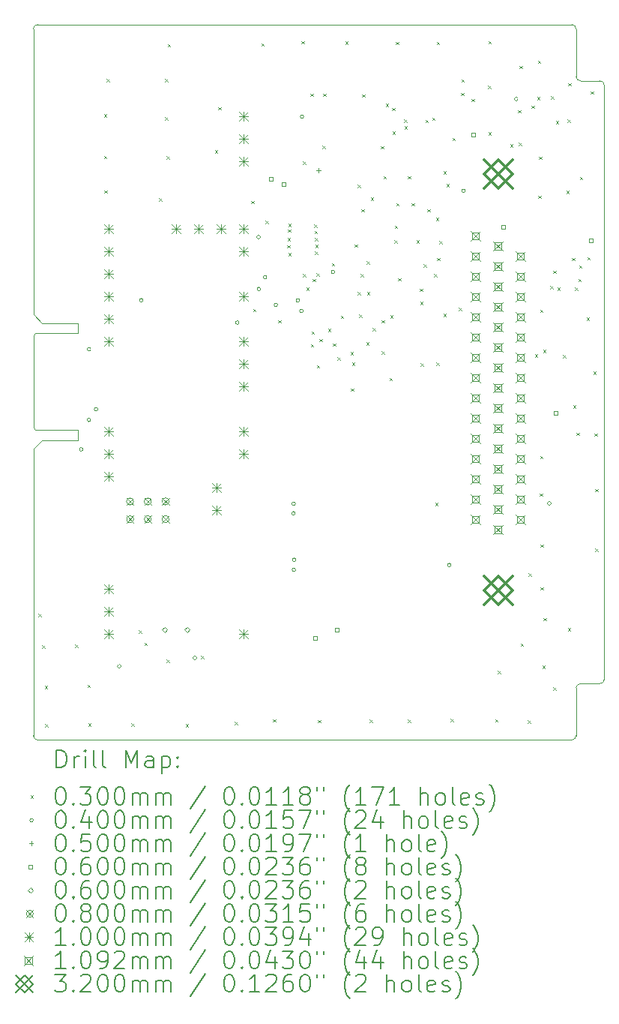
<source format=gbr>
%TF.GenerationSoftware,KiCad,Pcbnew,8.0.4*%
%TF.CreationDate,2025-04-09T14:15:47-04:00*%
%TF.ProjectId,accessory_v4,61636365-7373-46f7-9279-5f76342e6b69,rev?*%
%TF.SameCoordinates,Original*%
%TF.FileFunction,Drillmap*%
%TF.FilePolarity,Positive*%
%FSLAX45Y45*%
G04 Gerber Fmt 4.5, Leading zero omitted, Abs format (unit mm)*
G04 Created by KiCad (PCBNEW 8.0.4) date 2025-04-09 14:15:47*
%MOMM*%
%LPD*%
G01*
G04 APERTURE LIST*
%ADD10C,0.010000*%
%ADD11C,0.200000*%
%ADD12C,0.100000*%
%ADD13C,0.109220*%
%ADD14C,0.320040*%
G04 APERTURE END LIST*
D10*
X6233000Y-7440000D02*
X6450000Y-7440000D01*
X6233000Y-635000D02*
G75*
G02*
X6181000Y-587000I-2000J50000D01*
G01*
X100000Y-8075000D02*
G75*
G02*
X50000Y-8025000I771J50771D01*
G01*
X6450000Y-635000D02*
G75*
G02*
X6500000Y-686000I-500J-50500D01*
G01*
X6181000Y-8025000D02*
G75*
G02*
X6133000Y-8075000I-49000J-1000D01*
G01*
X50000Y-8025000D02*
X50000Y-4790000D01*
X6181000Y-7488000D02*
G75*
G02*
X6233000Y-7440000I50000J-2000D01*
G01*
X6500000Y-686000D02*
X6500000Y-7390000D01*
X6181000Y-8025000D02*
X6181000Y-7488000D01*
X6233000Y-635000D02*
X6450000Y-635000D01*
X6181000Y-50000D02*
X6181000Y-587000D01*
X100000Y0D02*
X6133000Y0D01*
X6133000Y0D02*
G75*
G02*
X6181000Y-50000I-1000J-49000D01*
G01*
X6500000Y-7390000D02*
G75*
G02*
X6450000Y-7440000I-50000J0D01*
G01*
X100000Y-8075000D02*
X6133000Y-8075000D01*
X50000Y-50000D02*
G75*
G02*
X100000Y0I50771J-771D01*
G01*
X50000Y-3270000D02*
X50000Y-50000D01*
X50000Y-3510000D02*
X75000Y-3485000D01*
X50000Y-4550000D02*
X50000Y-3510000D01*
X50000Y-4550000D02*
X75000Y-4575000D01*
X75000Y-3485000D02*
X550000Y-3485000D01*
X150000Y-3370000D02*
X50000Y-3270000D01*
X150000Y-4690000D02*
X50000Y-4790000D01*
X550000Y-3370000D02*
X150000Y-3370000D01*
X550000Y-3485000D02*
X550000Y-3370000D01*
X550000Y-4575000D02*
X75000Y-4575000D01*
X550000Y-4575000D02*
X550000Y-4690000D01*
X550000Y-4690000D02*
X150000Y-4690000D01*
D11*
D12*
X104380Y-6652500D02*
X134380Y-6682500D01*
X134380Y-6652500D02*
X104380Y-6682500D01*
X150100Y-7008100D02*
X180100Y-7038100D01*
X180100Y-7008100D02*
X150100Y-7038100D01*
X178040Y-7462760D02*
X208040Y-7492760D01*
X208040Y-7462760D02*
X178040Y-7492760D01*
X180580Y-7894560D02*
X210580Y-7924560D01*
X210580Y-7894560D02*
X180580Y-7924560D01*
X520940Y-6997940D02*
X550940Y-7027940D01*
X550940Y-6997940D02*
X520940Y-7027940D01*
X660640Y-7450060D02*
X690640Y-7480060D01*
X690640Y-7450060D02*
X660640Y-7480060D01*
X670800Y-7886940D02*
X700800Y-7916940D01*
X700800Y-7886940D02*
X670800Y-7916940D01*
X846060Y-1011160D02*
X876060Y-1041160D01*
X876060Y-1011160D02*
X846060Y-1041160D01*
X846060Y-1483600D02*
X876060Y-1513600D01*
X876060Y-1483600D02*
X846060Y-1513600D01*
X853680Y-1869680D02*
X883680Y-1899680D01*
X883680Y-1869680D02*
X853680Y-1899680D01*
X876540Y-612380D02*
X906540Y-642380D01*
X906540Y-612380D02*
X876540Y-642380D01*
X1155940Y-7886940D02*
X1185940Y-7916940D01*
X1185940Y-7886940D02*
X1155940Y-7916940D01*
X1240000Y-6837000D02*
X1270000Y-6867000D01*
X1270000Y-6837000D02*
X1240000Y-6867000D01*
X1304000Y-6976000D02*
X1334000Y-7006000D01*
X1334000Y-6976000D02*
X1304000Y-7006000D01*
X1470900Y-1961120D02*
X1500900Y-1991120D01*
X1500900Y-1961120D02*
X1470900Y-1991120D01*
X1536940Y-612380D02*
X1566940Y-642380D01*
X1566940Y-612380D02*
X1536940Y-642380D01*
X1539480Y-1046720D02*
X1569480Y-1076720D01*
X1569480Y-1046720D02*
X1539480Y-1076720D01*
X1552180Y-1486140D02*
X1582180Y-1516140D01*
X1582180Y-1486140D02*
X1552180Y-1516140D01*
X1556000Y-7165750D02*
X1586000Y-7195750D01*
X1586000Y-7165750D02*
X1556000Y-7195750D01*
X1567420Y-218680D02*
X1597420Y-248680D01*
X1597420Y-218680D02*
X1567420Y-248680D01*
X1770620Y-7894560D02*
X1800620Y-7924560D01*
X1800620Y-7894560D02*
X1770620Y-7924560D01*
X1946000Y-7127000D02*
X1976000Y-7157000D01*
X1976000Y-7127000D02*
X1946000Y-7157000D01*
X2100820Y-1420100D02*
X2130820Y-1450100D01*
X2130820Y-1420100D02*
X2100820Y-1450100D01*
X2136380Y-932420D02*
X2166380Y-962420D01*
X2166380Y-932420D02*
X2136380Y-962420D01*
X2326880Y-7869160D02*
X2356880Y-7899160D01*
X2356880Y-7869160D02*
X2326880Y-7899160D01*
X2512000Y-1992000D02*
X2542000Y-2022000D01*
X2542000Y-1992000D02*
X2512000Y-2022000D01*
X2532620Y-3210800D02*
X2562620Y-3240800D01*
X2562620Y-3210800D02*
X2532620Y-3240800D01*
X2626600Y-211060D02*
X2656600Y-241060D01*
X2656600Y-211060D02*
X2626600Y-241060D01*
X2672000Y-2215000D02*
X2702000Y-2245000D01*
X2702000Y-2215000D02*
X2672000Y-2245000D01*
X2756140Y-7841220D02*
X2786140Y-7871220D01*
X2786140Y-7841220D02*
X2756140Y-7871220D01*
X2818000Y-3336000D02*
X2848000Y-3366000D01*
X2848000Y-3336000D02*
X2818000Y-3366000D01*
X2919000Y-2490000D02*
X2949000Y-2520000D01*
X2949000Y-2490000D02*
X2919000Y-2520000D01*
X2923000Y-2407000D02*
X2953000Y-2437000D01*
X2953000Y-2407000D02*
X2923000Y-2437000D01*
X2928000Y-2310000D02*
X2958000Y-2340000D01*
X2958000Y-2310000D02*
X2928000Y-2340000D01*
X2929000Y-2247000D02*
X2959000Y-2277000D01*
X2959000Y-2247000D02*
X2929000Y-2277000D01*
X2929000Y-2578000D02*
X2959000Y-2608000D01*
X2959000Y-2578000D02*
X2929000Y-2608000D01*
X3076180Y-188200D02*
X3106180Y-218200D01*
X3106180Y-188200D02*
X3076180Y-218200D01*
X3094000Y-1546000D02*
X3124000Y-1576000D01*
X3124000Y-1546000D02*
X3094000Y-1576000D01*
X3096000Y-2814050D02*
X3126000Y-2844050D01*
X3126000Y-2814050D02*
X3096000Y-2844050D01*
X3132000Y-2969000D02*
X3162000Y-2999000D01*
X3162000Y-2969000D02*
X3132000Y-2999000D01*
X3182000Y-778000D02*
X3212000Y-808000D01*
X3212000Y-778000D02*
X3182000Y-808000D01*
X3186000Y-3608000D02*
X3216000Y-3638000D01*
X3216000Y-3608000D02*
X3186000Y-3638000D01*
X3194000Y-3463000D02*
X3224000Y-3493000D01*
X3224000Y-3463000D02*
X3194000Y-3493000D01*
X3207000Y-2871000D02*
X3237000Y-2901000D01*
X3237000Y-2871000D02*
X3207000Y-2901000D01*
X3223000Y-2257000D02*
X3253000Y-2287000D01*
X3253000Y-2257000D02*
X3223000Y-2287000D01*
X3228000Y-2329000D02*
X3258000Y-2359000D01*
X3258000Y-2329000D02*
X3228000Y-2359000D01*
X3229000Y-2407000D02*
X3259000Y-2437000D01*
X3259000Y-2407000D02*
X3229000Y-2437000D01*
X3229000Y-2561000D02*
X3259000Y-2591000D01*
X3259000Y-2561000D02*
X3229000Y-2591000D01*
X3234000Y-2484000D02*
X3264000Y-2514000D01*
X3264000Y-2484000D02*
X3234000Y-2514000D01*
X3250000Y-2809000D02*
X3280000Y-2839000D01*
X3280000Y-2809000D02*
X3250000Y-2839000D01*
X3253360Y-3842640D02*
X3283360Y-3872640D01*
X3283360Y-3842640D02*
X3253360Y-3872640D01*
X3266680Y-7848840D02*
X3296680Y-7878840D01*
X3296680Y-7848840D02*
X3266680Y-7878840D01*
X3282000Y-3549000D02*
X3312000Y-3579000D01*
X3312000Y-3549000D02*
X3282000Y-3579000D01*
X3315000Y-1369000D02*
X3345000Y-1399000D01*
X3345000Y-1369000D02*
X3315000Y-1399000D01*
X3324000Y-779000D02*
X3354000Y-809000D01*
X3354000Y-779000D02*
X3324000Y-809000D01*
X3379300Y-3434320D02*
X3409300Y-3464320D01*
X3409300Y-3434320D02*
X3379300Y-3464320D01*
X3420000Y-2693000D02*
X3450000Y-2723000D01*
X3450000Y-2693000D02*
X3420000Y-2723000D01*
X3432000Y-3598000D02*
X3462000Y-3628000D01*
X3462000Y-3598000D02*
X3432000Y-3628000D01*
X3487000Y-3757000D02*
X3517000Y-3787000D01*
X3517000Y-3757000D02*
X3487000Y-3787000D01*
X3521540Y-3287000D02*
X3551540Y-3317000D01*
X3551540Y-3287000D02*
X3521540Y-3317000D01*
X3574020Y-190740D02*
X3604020Y-220740D01*
X3604020Y-190740D02*
X3574020Y-220740D01*
X3632440Y-3695940D02*
X3662440Y-3725940D01*
X3662440Y-3695940D02*
X3632440Y-3725940D01*
X3637520Y-4104880D02*
X3667520Y-4134880D01*
X3667520Y-4104880D02*
X3637520Y-4134880D01*
X3650220Y-3812780D02*
X3680220Y-3842780D01*
X3680220Y-3812780D02*
X3650220Y-3842780D01*
X3678160Y-2479280D02*
X3708160Y-2509280D01*
X3708160Y-2479280D02*
X3678160Y-2509280D01*
X3713720Y-3017760D02*
X3743720Y-3047760D01*
X3743720Y-3017760D02*
X3713720Y-3047760D01*
X3714260Y-1805900D02*
X3744260Y-1835900D01*
X3744260Y-1805900D02*
X3714260Y-1835900D01*
X3729335Y-3271000D02*
X3759335Y-3301000D01*
X3759335Y-3271000D02*
X3729335Y-3301000D01*
X3746726Y-2817114D02*
X3776726Y-2847114D01*
X3776726Y-2817114D02*
X3746726Y-2847114D01*
X3756900Y-2083040D02*
X3786900Y-2113040D01*
X3786900Y-2083040D02*
X3756900Y-2113040D01*
X3765000Y-788500D02*
X3795000Y-818500D01*
X3795000Y-788500D02*
X3765000Y-818500D01*
X3810240Y-3584180D02*
X3840240Y-3614180D01*
X3840240Y-3584180D02*
X3810240Y-3614180D01*
X3815320Y-2672320D02*
X3845320Y-2702320D01*
X3845320Y-2672320D02*
X3815320Y-2702320D01*
X3818000Y-3016980D02*
X3848000Y-3046980D01*
X3848000Y-3016980D02*
X3818000Y-3046980D01*
X3850880Y-7846300D02*
X3880880Y-7876300D01*
X3880880Y-7846300D02*
X3850880Y-7876300D01*
X3861580Y-1953220D02*
X3891580Y-1983220D01*
X3891580Y-1953220D02*
X3861580Y-1983220D01*
X3883194Y-3425940D02*
X3913194Y-3455940D01*
X3913194Y-3425940D02*
X3883194Y-3455940D01*
X3975000Y-1372000D02*
X4005000Y-1402000D01*
X4005000Y-1372000D02*
X3975000Y-1402000D01*
X3982960Y-3335260D02*
X4012960Y-3365260D01*
X4012960Y-3335260D02*
X3982960Y-3365260D01*
X3982960Y-3685780D02*
X4012960Y-3715780D01*
X4012960Y-3685780D02*
X3982960Y-3715780D01*
X4005280Y-1709120D02*
X4035280Y-1739120D01*
X4035280Y-1709120D02*
X4005280Y-1739120D01*
X4032000Y-893500D02*
X4062000Y-923500D01*
X4062000Y-893500D02*
X4032000Y-923500D01*
X4071860Y-3987000D02*
X4101860Y-4017000D01*
X4101860Y-3987000D02*
X4071860Y-4017000D01*
X4083000Y-3283500D02*
X4113000Y-3313500D01*
X4113000Y-3283500D02*
X4083000Y-3313500D01*
X4100840Y-938360D02*
X4130840Y-968360D01*
X4130840Y-938360D02*
X4100840Y-968360D01*
X4107000Y-1208000D02*
X4137000Y-1238000D01*
X4137000Y-1208000D02*
X4107000Y-1238000D01*
X4127740Y-2436100D02*
X4157740Y-2466100D01*
X4157740Y-2436100D02*
X4127740Y-2466100D01*
X4133000Y-2269000D02*
X4163000Y-2299000D01*
X4163000Y-2269000D02*
X4133000Y-2299000D01*
X4145520Y-195820D02*
X4175520Y-225820D01*
X4175520Y-195820D02*
X4145520Y-225820D01*
X4150600Y-2014460D02*
X4180600Y-2044460D01*
X4180600Y-2014460D02*
X4150600Y-2044460D01*
X4170920Y-2860280D02*
X4200920Y-2890280D01*
X4200920Y-2860280D02*
X4170920Y-2890280D01*
X4240000Y-1072000D02*
X4270000Y-1102000D01*
X4270000Y-1072000D02*
X4240000Y-1102000D01*
X4244000Y-1147000D02*
X4274000Y-1177000D01*
X4274000Y-1147000D02*
X4244000Y-1177000D01*
X4282680Y-1712200D02*
X4312680Y-1742200D01*
X4312680Y-1712200D02*
X4282680Y-1742200D01*
X4282680Y-7843760D02*
X4312680Y-7873760D01*
X4312680Y-7843760D02*
X4282680Y-7873760D01*
X4320780Y-2017000D02*
X4350780Y-2047000D01*
X4350780Y-2017000D02*
X4320780Y-2047000D01*
X4376660Y-2436100D02*
X4406660Y-2466100D01*
X4406660Y-2436100D02*
X4376660Y-2466100D01*
X4417430Y-2979660D02*
X4447430Y-3009660D01*
X4447430Y-2979660D02*
X4417430Y-3009660D01*
X4419840Y-3129520D02*
X4449840Y-3159520D01*
X4449840Y-3129520D02*
X4419840Y-3159520D01*
X4425405Y-3823813D02*
X4455405Y-3853813D01*
X4455405Y-3823813D02*
X4425405Y-3853813D01*
X4457940Y-2704603D02*
X4487940Y-2734603D01*
X4487940Y-2704603D02*
X4457940Y-2734603D01*
X4480800Y-1077200D02*
X4510800Y-1107200D01*
X4510800Y-1077200D02*
X4480800Y-1107200D01*
X4501000Y-2083000D02*
X4531000Y-2113000D01*
X4531000Y-2083000D02*
X4501000Y-2113000D01*
X4557000Y-1051800D02*
X4587000Y-1081800D01*
X4587000Y-1051800D02*
X4557000Y-1081800D01*
X4577320Y-2817100D02*
X4607320Y-2847100D01*
X4607320Y-2817100D02*
X4577320Y-2847100D01*
X4590020Y-5397740D02*
X4620020Y-5427740D01*
X4620020Y-5397740D02*
X4590020Y-5427740D01*
X4600000Y-2179000D02*
X4630000Y-2209000D01*
X4630000Y-2179000D02*
X4600000Y-2209000D01*
X4602720Y-3815320D02*
X4632720Y-3845320D01*
X4632720Y-3815320D02*
X4602720Y-3845320D01*
X4607800Y-195820D02*
X4637800Y-225820D01*
X4637800Y-195820D02*
X4607800Y-225820D01*
X4612880Y-2631680D02*
X4642880Y-2661680D01*
X4642880Y-2631680D02*
X4612880Y-2661680D01*
X4638280Y-2443720D02*
X4668280Y-2473720D01*
X4668280Y-2443720D02*
X4638280Y-2473720D01*
X4681000Y-3265000D02*
X4711000Y-3295000D01*
X4711000Y-3265000D02*
X4681000Y-3295000D01*
X4682000Y-1655500D02*
X4712000Y-1685500D01*
X4712000Y-1655500D02*
X4682000Y-1685500D01*
X4718000Y-1798000D02*
X4748000Y-1828000D01*
X4748000Y-1798000D02*
X4718000Y-1828000D01*
X4762740Y-7836140D02*
X4792740Y-7866140D01*
X4792740Y-7836140D02*
X4762740Y-7866140D01*
X4785600Y-1280400D02*
X4815600Y-1310400D01*
X4815600Y-1280400D02*
X4785600Y-1310400D01*
X4854180Y-3195560D02*
X4884180Y-3225560D01*
X4884180Y-3195560D02*
X4854180Y-3225560D01*
X4880877Y-769123D02*
X4910877Y-799123D01*
X4910877Y-769123D02*
X4880877Y-799123D01*
X4887200Y-620000D02*
X4917200Y-650000D01*
X4917200Y-620000D02*
X4887200Y-650000D01*
X5002519Y-840132D02*
X5032519Y-870132D01*
X5032519Y-840132D02*
X5002519Y-870132D01*
X5186920Y-691120D02*
X5216920Y-721120D01*
X5216920Y-691120D02*
X5186920Y-721120D01*
X5189460Y-185660D02*
X5219460Y-215660D01*
X5219460Y-185660D02*
X5189460Y-215660D01*
X5192000Y-1214360D02*
X5222000Y-1244360D01*
X5222000Y-1214360D02*
X5192000Y-1244360D01*
X5265660Y-7838680D02*
X5295660Y-7868680D01*
X5295660Y-7838680D02*
X5265660Y-7868680D01*
X5296140Y-7295120D02*
X5326140Y-7325120D01*
X5326140Y-7295120D02*
X5296140Y-7325120D01*
X5435840Y-1352950D02*
X5465840Y-1382950D01*
X5465840Y-1352950D02*
X5435840Y-1382950D01*
X5524740Y-965440D02*
X5554740Y-995440D01*
X5554740Y-965440D02*
X5524740Y-995440D01*
X5534310Y-1333740D02*
X5564310Y-1363740D01*
X5564310Y-1333740D02*
X5534310Y-1363740D01*
X5542000Y-465000D02*
X5572000Y-495000D01*
X5572000Y-465000D02*
X5542000Y-495000D01*
X5555220Y-6985240D02*
X5585220Y-7015240D01*
X5585220Y-6985240D02*
X5555220Y-7015240D01*
X5636500Y-7853920D02*
X5666500Y-7883920D01*
X5666500Y-7853920D02*
X5636500Y-7883920D01*
X5645000Y-6194000D02*
X5675000Y-6224000D01*
X5675000Y-6194000D02*
X5645000Y-6224000D01*
X5679000Y-914000D02*
X5709000Y-944000D01*
X5709000Y-914000D02*
X5679000Y-944000D01*
X5715240Y-3721340D02*
X5745240Y-3751340D01*
X5745240Y-3721340D02*
X5715240Y-3751340D01*
X5742732Y-816454D02*
X5772732Y-846454D01*
X5772732Y-816454D02*
X5742732Y-846454D01*
X5748780Y-405080D02*
X5778780Y-435080D01*
X5778780Y-405080D02*
X5748780Y-435080D01*
X5755000Y-1930000D02*
X5785000Y-1960000D01*
X5785000Y-1930000D02*
X5755000Y-1960000D01*
X5761000Y-1492000D02*
X5791000Y-1522000D01*
X5791000Y-1492000D02*
X5761000Y-1522000D01*
X5773055Y-5292790D02*
X5803055Y-5322790D01*
X5803055Y-5292790D02*
X5773055Y-5322790D01*
X5774500Y-4869420D02*
X5804500Y-4899420D01*
X5804500Y-4869420D02*
X5774500Y-4899420D01*
X5777000Y-3216000D02*
X5807000Y-3246000D01*
X5807000Y-3216000D02*
X5777000Y-3246000D01*
X5778000Y-6351000D02*
X5808000Y-6381000D01*
X5808000Y-6351000D02*
X5778000Y-6381000D01*
X5780000Y-5866000D02*
X5810000Y-5896000D01*
X5810000Y-5866000D02*
X5780000Y-5896000D01*
X5800000Y-7237000D02*
X5830000Y-7267000D01*
X5830000Y-7237000D02*
X5800000Y-7267000D01*
X5809000Y-3673000D02*
X5839000Y-3703000D01*
X5839000Y-3673000D02*
X5809000Y-3703000D01*
X5811760Y-6695680D02*
X5841760Y-6725680D01*
X5841760Y-6695680D02*
X5811760Y-6725680D01*
X5888000Y-2952000D02*
X5918000Y-2982000D01*
X5918000Y-2952000D02*
X5888000Y-2982000D01*
X5898120Y-807960D02*
X5928120Y-837960D01*
X5928120Y-807960D02*
X5898120Y-837960D01*
X5924000Y-2779000D02*
X5954000Y-2809000D01*
X5954000Y-2779000D02*
X5924000Y-2809000D01*
X5925000Y-7480000D02*
X5955000Y-7510000D01*
X5955000Y-7480000D02*
X5925000Y-7510000D01*
X5954760Y-1090175D02*
X5984760Y-1120175D01*
X5984760Y-1090175D02*
X5954760Y-1120175D01*
X5971000Y-2970000D02*
X6001000Y-3000000D01*
X6001000Y-2970000D02*
X5971000Y-3000000D01*
X6035000Y-3728000D02*
X6065000Y-3758000D01*
X6065000Y-3728000D02*
X6035000Y-3758000D01*
X6073000Y-1876000D02*
X6103000Y-1906000D01*
X6103000Y-1876000D02*
X6073000Y-1906000D01*
X6083540Y-1070500D02*
X6113540Y-1100500D01*
X6113540Y-1070500D02*
X6083540Y-1100500D01*
X6088620Y-6812520D02*
X6118620Y-6842520D01*
X6118620Y-6812520D02*
X6088620Y-6842520D01*
X6092000Y-661000D02*
X6122000Y-691000D01*
X6122000Y-661000D02*
X6092000Y-691000D01*
X6133000Y-2635000D02*
X6163000Y-2665000D01*
X6163000Y-2635000D02*
X6133000Y-2665000D01*
X6148000Y-4299000D02*
X6178000Y-4329000D01*
X6178000Y-4299000D02*
X6148000Y-4329000D01*
X6168500Y-2969000D02*
X6198500Y-2999000D01*
X6198500Y-2969000D02*
X6168500Y-2999000D01*
X6185140Y-4605260D02*
X6215140Y-4635260D01*
X6215140Y-4605260D02*
X6185140Y-4635260D01*
X6207000Y-2871000D02*
X6237000Y-2901000D01*
X6237000Y-2871000D02*
X6207000Y-2901000D01*
X6217000Y-2717000D02*
X6247000Y-2747000D01*
X6247000Y-2717000D02*
X6217000Y-2747000D01*
X6222000Y-1721000D02*
X6252000Y-1751000D01*
X6252000Y-1721000D02*
X6222000Y-1751000D01*
X6300000Y-3305000D02*
X6330000Y-3335000D01*
X6330000Y-3305000D02*
X6300000Y-3335000D01*
X6307000Y-2626600D02*
X6337000Y-2656600D01*
X6337000Y-2626600D02*
X6307000Y-2656600D01*
X6345160Y-752080D02*
X6375160Y-782080D01*
X6375160Y-752080D02*
X6345160Y-782080D01*
X6377000Y-3917000D02*
X6407000Y-3947000D01*
X6407000Y-3917000D02*
X6377000Y-3947000D01*
X6388340Y-4612880D02*
X6418340Y-4642880D01*
X6418340Y-4612880D02*
X6388340Y-4642880D01*
X6395960Y-5242800D02*
X6425960Y-5272800D01*
X6425960Y-5242800D02*
X6395960Y-5272800D01*
X6395960Y-5913360D02*
X6425960Y-5943360D01*
X6425960Y-5913360D02*
X6395960Y-5943360D01*
X610000Y-4795000D02*
G75*
G02*
X570000Y-4795000I-20000J0D01*
G01*
X570000Y-4795000D02*
G75*
G02*
X610000Y-4795000I20000J0D01*
G01*
X698000Y-3666000D02*
G75*
G02*
X658000Y-3666000I-20000J0D01*
G01*
X658000Y-3666000D02*
G75*
G02*
X698000Y-3666000I20000J0D01*
G01*
X698000Y-4463000D02*
G75*
G02*
X658000Y-4463000I-20000J0D01*
G01*
X658000Y-4463000D02*
G75*
G02*
X698000Y-4463000I20000J0D01*
G01*
X778000Y-4342000D02*
G75*
G02*
X738000Y-4342000I-20000J0D01*
G01*
X738000Y-4342000D02*
G75*
G02*
X778000Y-4342000I20000J0D01*
G01*
X1040000Y-7243000D02*
G75*
G02*
X1000000Y-7243000I-20000J0D01*
G01*
X1000000Y-7243000D02*
G75*
G02*
X1040000Y-7243000I20000J0D01*
G01*
X1290000Y-3111500D02*
G75*
G02*
X1250000Y-3111500I-20000J0D01*
G01*
X1250000Y-3111500D02*
G75*
G02*
X1290000Y-3111500I20000J0D01*
G01*
X1894000Y-7148000D02*
G75*
G02*
X1854000Y-7148000I-20000J0D01*
G01*
X1854000Y-7148000D02*
G75*
G02*
X1894000Y-7148000I20000J0D01*
G01*
X2373789Y-3363751D02*
G75*
G02*
X2333789Y-3363751I-20000J0D01*
G01*
X2333789Y-3363751D02*
G75*
G02*
X2373789Y-3363751I20000J0D01*
G01*
X2614000Y-2400000D02*
G75*
G02*
X2574000Y-2400000I-20000J0D01*
G01*
X2574000Y-2400000D02*
G75*
G02*
X2614000Y-2400000I20000J0D01*
G01*
X2616000Y-2984380D02*
G75*
G02*
X2576000Y-2984380I-20000J0D01*
G01*
X2576000Y-2984380D02*
G75*
G02*
X2616000Y-2984380I20000J0D01*
G01*
X2687000Y-2851000D02*
G75*
G02*
X2647000Y-2851000I-20000J0D01*
G01*
X2647000Y-2851000D02*
G75*
G02*
X2687000Y-2851000I20000J0D01*
G01*
X2809000Y-3164000D02*
G75*
G02*
X2769000Y-3164000I-20000J0D01*
G01*
X2769000Y-3164000D02*
G75*
G02*
X2809000Y-3164000I20000J0D01*
G01*
X3009000Y-5409000D02*
G75*
G02*
X2969000Y-5409000I-20000J0D01*
G01*
X2969000Y-5409000D02*
G75*
G02*
X3009000Y-5409000I20000J0D01*
G01*
X3009000Y-5517000D02*
G75*
G02*
X2969000Y-5517000I-20000J0D01*
G01*
X2969000Y-5517000D02*
G75*
G02*
X3009000Y-5517000I20000J0D01*
G01*
X3013000Y-6156000D02*
G75*
G02*
X2973000Y-6156000I-20000J0D01*
G01*
X2973000Y-6156000D02*
G75*
G02*
X3013000Y-6156000I20000J0D01*
G01*
X3015000Y-6041000D02*
G75*
G02*
X2975000Y-6041000I-20000J0D01*
G01*
X2975000Y-6041000D02*
G75*
G02*
X3015000Y-6041000I20000J0D01*
G01*
X3057840Y-3113000D02*
G75*
G02*
X3017840Y-3113000I-20000J0D01*
G01*
X3017840Y-3113000D02*
G75*
G02*
X3057840Y-3113000I20000J0D01*
G01*
X3098480Y-3233420D02*
G75*
G02*
X3058480Y-3233420I-20000J0D01*
G01*
X3058480Y-3233420D02*
G75*
G02*
X3098480Y-3233420I20000J0D01*
G01*
X3105000Y-1040000D02*
G75*
G02*
X3065000Y-1040000I-20000J0D01*
G01*
X3065000Y-1040000D02*
G75*
G02*
X3105000Y-1040000I20000J0D01*
G01*
X3456000Y-2793000D02*
G75*
G02*
X3416000Y-2793000I-20000J0D01*
G01*
X3416000Y-2793000D02*
G75*
G02*
X3456000Y-2793000I20000J0D01*
G01*
X4768000Y-6100000D02*
G75*
G02*
X4728000Y-6100000I-20000J0D01*
G01*
X4728000Y-6100000D02*
G75*
G02*
X4768000Y-6100000I20000J0D01*
G01*
X4929820Y-1877060D02*
G75*
G02*
X4889820Y-1877060I-20000J0D01*
G01*
X4889820Y-1877060D02*
G75*
G02*
X4929820Y-1877060I20000J0D01*
G01*
X5525000Y-840500D02*
G75*
G02*
X5485000Y-840500I-20000J0D01*
G01*
X5485000Y-840500D02*
G75*
G02*
X5525000Y-840500I20000J0D01*
G01*
X5899000Y-5405000D02*
G75*
G02*
X5859000Y-5405000I-20000J0D01*
G01*
X5859000Y-5405000D02*
G75*
G02*
X5899000Y-5405000I20000J0D01*
G01*
X3270000Y-1620000D02*
X3270000Y-1670000D01*
X3245000Y-1645000D02*
X3295000Y-1645000D01*
X2758213Y-1763213D02*
X2758213Y-1720787D01*
X2715787Y-1720787D01*
X2715787Y-1763213D01*
X2758213Y-1763213D01*
X2902213Y-1823213D02*
X2902213Y-1780787D01*
X2859787Y-1780787D01*
X2859787Y-1823213D01*
X2902213Y-1823213D01*
X3256213Y-6948213D02*
X3256213Y-6905787D01*
X3213787Y-6905787D01*
X3213787Y-6948213D01*
X3256213Y-6948213D01*
X3503213Y-6849213D02*
X3503213Y-6806787D01*
X3460787Y-6806787D01*
X3460787Y-6849213D01*
X3503213Y-6849213D01*
X5042793Y-1265813D02*
X5042793Y-1223387D01*
X5000367Y-1223387D01*
X5000367Y-1265813D01*
X5042793Y-1265813D01*
X5383213Y-2304213D02*
X5383213Y-2261787D01*
X5340787Y-2261787D01*
X5340787Y-2304213D01*
X5383213Y-2304213D01*
X5969213Y-4407213D02*
X5969213Y-4364787D01*
X5926787Y-4364787D01*
X5926787Y-4407213D01*
X5969213Y-4407213D01*
X6373213Y-2462213D02*
X6373213Y-2419787D01*
X6330787Y-2419787D01*
X6330787Y-2462213D01*
X6373213Y-2462213D01*
X1533000Y-6858800D02*
X1563000Y-6828800D01*
X1533000Y-6798800D01*
X1503000Y-6828800D01*
X1533000Y-6858800D01*
X1787000Y-6858800D02*
X1817000Y-6828800D01*
X1787000Y-6798800D01*
X1757000Y-6828800D01*
X1787000Y-6858800D01*
X1103000Y-5343000D02*
X1183000Y-5423000D01*
X1183000Y-5343000D02*
X1103000Y-5423000D01*
X1183000Y-5383000D02*
G75*
G02*
X1103000Y-5383000I-40000J0D01*
G01*
X1103000Y-5383000D02*
G75*
G02*
X1183000Y-5383000I40000J0D01*
G01*
X1103000Y-5543000D02*
X1183000Y-5623000D01*
X1183000Y-5543000D02*
X1103000Y-5623000D01*
X1183000Y-5583000D02*
G75*
G02*
X1103000Y-5583000I-40000J0D01*
G01*
X1103000Y-5583000D02*
G75*
G02*
X1183000Y-5583000I40000J0D01*
G01*
X1303000Y-5343000D02*
X1383000Y-5423000D01*
X1383000Y-5343000D02*
X1303000Y-5423000D01*
X1383000Y-5383000D02*
G75*
G02*
X1303000Y-5383000I-40000J0D01*
G01*
X1303000Y-5383000D02*
G75*
G02*
X1383000Y-5383000I40000J0D01*
G01*
X1303000Y-5543000D02*
X1383000Y-5623000D01*
X1383000Y-5543000D02*
X1303000Y-5623000D01*
X1383000Y-5583000D02*
G75*
G02*
X1303000Y-5583000I-40000J0D01*
G01*
X1303000Y-5583000D02*
G75*
G02*
X1383000Y-5583000I40000J0D01*
G01*
X1503000Y-5343000D02*
X1583000Y-5423000D01*
X1583000Y-5343000D02*
X1503000Y-5423000D01*
X1583000Y-5383000D02*
G75*
G02*
X1503000Y-5383000I-40000J0D01*
G01*
X1503000Y-5383000D02*
G75*
G02*
X1583000Y-5383000I40000J0D01*
G01*
X1503000Y-5543000D02*
X1583000Y-5623000D01*
X1583000Y-5543000D02*
X1503000Y-5623000D01*
X1583000Y-5583000D02*
G75*
G02*
X1503000Y-5583000I-40000J0D01*
G01*
X1503000Y-5583000D02*
G75*
G02*
X1583000Y-5583000I40000J0D01*
G01*
X848000Y-2258000D02*
X948000Y-2358000D01*
X948000Y-2258000D02*
X848000Y-2358000D01*
X898000Y-2258000D02*
X898000Y-2358000D01*
X848000Y-2308000D02*
X948000Y-2308000D01*
X848000Y-2512000D02*
X948000Y-2612000D01*
X948000Y-2512000D02*
X848000Y-2612000D01*
X898000Y-2512000D02*
X898000Y-2612000D01*
X848000Y-2562000D02*
X948000Y-2562000D01*
X848000Y-2766000D02*
X948000Y-2866000D01*
X948000Y-2766000D02*
X848000Y-2866000D01*
X898000Y-2766000D02*
X898000Y-2866000D01*
X848000Y-2816000D02*
X948000Y-2816000D01*
X848000Y-3020000D02*
X948000Y-3120000D01*
X948000Y-3020000D02*
X848000Y-3120000D01*
X898000Y-3020000D02*
X898000Y-3120000D01*
X848000Y-3070000D02*
X948000Y-3070000D01*
X848000Y-3274000D02*
X948000Y-3374000D01*
X948000Y-3274000D02*
X848000Y-3374000D01*
X898000Y-3274000D02*
X898000Y-3374000D01*
X848000Y-3324000D02*
X948000Y-3324000D01*
X848000Y-3528000D02*
X948000Y-3628000D01*
X948000Y-3528000D02*
X848000Y-3628000D01*
X898000Y-3528000D02*
X898000Y-3628000D01*
X848000Y-3578000D02*
X948000Y-3578000D01*
X848000Y-4544000D02*
X948000Y-4644000D01*
X948000Y-4544000D02*
X848000Y-4644000D01*
X898000Y-4544000D02*
X898000Y-4644000D01*
X848000Y-4594000D02*
X948000Y-4594000D01*
X848000Y-4798000D02*
X948000Y-4898000D01*
X948000Y-4798000D02*
X848000Y-4898000D01*
X898000Y-4798000D02*
X898000Y-4898000D01*
X848000Y-4848000D02*
X948000Y-4848000D01*
X848000Y-5052000D02*
X948000Y-5152000D01*
X948000Y-5052000D02*
X848000Y-5152000D01*
X898000Y-5052000D02*
X898000Y-5152000D01*
X848000Y-5102000D02*
X948000Y-5102000D01*
X848000Y-6322000D02*
X948000Y-6422000D01*
X948000Y-6322000D02*
X848000Y-6422000D01*
X898000Y-6322000D02*
X898000Y-6422000D01*
X848000Y-6372000D02*
X948000Y-6372000D01*
X848000Y-6576000D02*
X948000Y-6676000D01*
X948000Y-6576000D02*
X848000Y-6676000D01*
X898000Y-6576000D02*
X898000Y-6676000D01*
X848000Y-6626000D02*
X948000Y-6626000D01*
X848000Y-6830000D02*
X948000Y-6930000D01*
X948000Y-6830000D02*
X848000Y-6930000D01*
X898000Y-6830000D02*
X898000Y-6930000D01*
X848000Y-6880000D02*
X948000Y-6880000D01*
X1610000Y-2258000D02*
X1710000Y-2358000D01*
X1710000Y-2258000D02*
X1610000Y-2358000D01*
X1660000Y-2258000D02*
X1660000Y-2358000D01*
X1610000Y-2308000D02*
X1710000Y-2308000D01*
X1864000Y-2258000D02*
X1964000Y-2358000D01*
X1964000Y-2258000D02*
X1864000Y-2358000D01*
X1914000Y-2258000D02*
X1914000Y-2358000D01*
X1864000Y-2308000D02*
X1964000Y-2308000D01*
X2067000Y-5179000D02*
X2167000Y-5279000D01*
X2167000Y-5179000D02*
X2067000Y-5279000D01*
X2117000Y-5179000D02*
X2117000Y-5279000D01*
X2067000Y-5229000D02*
X2167000Y-5229000D01*
X2067000Y-5433000D02*
X2167000Y-5533000D01*
X2167000Y-5433000D02*
X2067000Y-5533000D01*
X2117000Y-5433000D02*
X2117000Y-5533000D01*
X2067000Y-5483000D02*
X2167000Y-5483000D01*
X2118000Y-2258000D02*
X2218000Y-2358000D01*
X2218000Y-2258000D02*
X2118000Y-2358000D01*
X2168000Y-2258000D02*
X2168000Y-2358000D01*
X2118000Y-2308000D02*
X2218000Y-2308000D01*
X2372000Y-988000D02*
X2472000Y-1088000D01*
X2472000Y-988000D02*
X2372000Y-1088000D01*
X2422000Y-988000D02*
X2422000Y-1088000D01*
X2372000Y-1038000D02*
X2472000Y-1038000D01*
X2372000Y-1242000D02*
X2472000Y-1342000D01*
X2472000Y-1242000D02*
X2372000Y-1342000D01*
X2422000Y-1242000D02*
X2422000Y-1342000D01*
X2372000Y-1292000D02*
X2472000Y-1292000D01*
X2372000Y-1496000D02*
X2472000Y-1596000D01*
X2472000Y-1496000D02*
X2372000Y-1596000D01*
X2422000Y-1496000D02*
X2422000Y-1596000D01*
X2372000Y-1546000D02*
X2472000Y-1546000D01*
X2372000Y-2258000D02*
X2472000Y-2358000D01*
X2472000Y-2258000D02*
X2372000Y-2358000D01*
X2422000Y-2258000D02*
X2422000Y-2358000D01*
X2372000Y-2308000D02*
X2472000Y-2308000D01*
X2372000Y-2512000D02*
X2472000Y-2612000D01*
X2472000Y-2512000D02*
X2372000Y-2612000D01*
X2422000Y-2512000D02*
X2422000Y-2612000D01*
X2372000Y-2562000D02*
X2472000Y-2562000D01*
X2372000Y-3020000D02*
X2472000Y-3120000D01*
X2472000Y-3020000D02*
X2372000Y-3120000D01*
X2422000Y-3020000D02*
X2422000Y-3120000D01*
X2372000Y-3070000D02*
X2472000Y-3070000D01*
X2372000Y-3528000D02*
X2472000Y-3628000D01*
X2472000Y-3528000D02*
X2372000Y-3628000D01*
X2422000Y-3528000D02*
X2422000Y-3628000D01*
X2372000Y-3578000D02*
X2472000Y-3578000D01*
X2372000Y-3782000D02*
X2472000Y-3882000D01*
X2472000Y-3782000D02*
X2372000Y-3882000D01*
X2422000Y-3782000D02*
X2422000Y-3882000D01*
X2372000Y-3832000D02*
X2472000Y-3832000D01*
X2372000Y-4036000D02*
X2472000Y-4136000D01*
X2472000Y-4036000D02*
X2372000Y-4136000D01*
X2422000Y-4036000D02*
X2422000Y-4136000D01*
X2372000Y-4086000D02*
X2472000Y-4086000D01*
X2372000Y-4544000D02*
X2472000Y-4644000D01*
X2472000Y-4544000D02*
X2372000Y-4644000D01*
X2422000Y-4544000D02*
X2422000Y-4644000D01*
X2372000Y-4594000D02*
X2472000Y-4594000D01*
X2372000Y-4798000D02*
X2472000Y-4898000D01*
X2472000Y-4798000D02*
X2372000Y-4898000D01*
X2422000Y-4798000D02*
X2422000Y-4898000D01*
X2372000Y-4848000D02*
X2472000Y-4848000D01*
X2372000Y-6830000D02*
X2472000Y-6930000D01*
X2472000Y-6830000D02*
X2372000Y-6930000D01*
X2422000Y-6830000D02*
X2422000Y-6930000D01*
X2372000Y-6880000D02*
X2472000Y-6880000D01*
D13*
X4991390Y-2331890D02*
X5100610Y-2441110D01*
X5100610Y-2331890D02*
X4991390Y-2441110D01*
X5084616Y-2425116D02*
X5084616Y-2347885D01*
X5007385Y-2347885D01*
X5007385Y-2425116D01*
X5084616Y-2425116D01*
X4991390Y-2560490D02*
X5100610Y-2669710D01*
X5100610Y-2560490D02*
X4991390Y-2669710D01*
X5084616Y-2653716D02*
X5084616Y-2576485D01*
X5007385Y-2576485D01*
X5007385Y-2653716D01*
X5084616Y-2653716D01*
X4991390Y-2789090D02*
X5100610Y-2898310D01*
X5100610Y-2789090D02*
X4991390Y-2898310D01*
X5084616Y-2882315D02*
X5084616Y-2805084D01*
X5007385Y-2805084D01*
X5007385Y-2882315D01*
X5084616Y-2882315D01*
X4991390Y-3017690D02*
X5100610Y-3126910D01*
X5100610Y-3017690D02*
X4991390Y-3126910D01*
X5084616Y-3110915D02*
X5084616Y-3033684D01*
X5007385Y-3033684D01*
X5007385Y-3110915D01*
X5084616Y-3110915D01*
X4991390Y-3246290D02*
X5100610Y-3355510D01*
X5100610Y-3246290D02*
X4991390Y-3355510D01*
X5084616Y-3339515D02*
X5084616Y-3262284D01*
X5007385Y-3262284D01*
X5007385Y-3339515D01*
X5084616Y-3339515D01*
X4991390Y-3474890D02*
X5100610Y-3584110D01*
X5100610Y-3474890D02*
X4991390Y-3584110D01*
X5084616Y-3568115D02*
X5084616Y-3490884D01*
X5007385Y-3490884D01*
X5007385Y-3568115D01*
X5084616Y-3568115D01*
X4991390Y-3703490D02*
X5100610Y-3812710D01*
X5100610Y-3703490D02*
X4991390Y-3812710D01*
X5084616Y-3796715D02*
X5084616Y-3719484D01*
X5007385Y-3719484D01*
X5007385Y-3796715D01*
X5084616Y-3796715D01*
X4991390Y-3932090D02*
X5100610Y-4041310D01*
X5100610Y-3932090D02*
X4991390Y-4041310D01*
X5084616Y-4025315D02*
X5084616Y-3948084D01*
X5007385Y-3948084D01*
X5007385Y-4025315D01*
X5084616Y-4025315D01*
X4991390Y-4160690D02*
X5100610Y-4269910D01*
X5100610Y-4160690D02*
X4991390Y-4269910D01*
X5084616Y-4253916D02*
X5084616Y-4176684D01*
X5007385Y-4176684D01*
X5007385Y-4253916D01*
X5084616Y-4253916D01*
X4991390Y-4389290D02*
X5100610Y-4498510D01*
X5100610Y-4389290D02*
X4991390Y-4498510D01*
X5084616Y-4482516D02*
X5084616Y-4405285D01*
X5007385Y-4405285D01*
X5007385Y-4482516D01*
X5084616Y-4482516D01*
X4991390Y-4617890D02*
X5100610Y-4727110D01*
X5100610Y-4617890D02*
X4991390Y-4727110D01*
X5084616Y-4711116D02*
X5084616Y-4633885D01*
X5007385Y-4633885D01*
X5007385Y-4711116D01*
X5084616Y-4711116D01*
X4991390Y-4846490D02*
X5100610Y-4955710D01*
X5100610Y-4846490D02*
X4991390Y-4955710D01*
X5084616Y-4939716D02*
X5084616Y-4862485D01*
X5007385Y-4862485D01*
X5007385Y-4939716D01*
X5084616Y-4939716D01*
X4991390Y-5075090D02*
X5100610Y-5184310D01*
X5100610Y-5075090D02*
X4991390Y-5184310D01*
X5084616Y-5168316D02*
X5084616Y-5091085D01*
X5007385Y-5091085D01*
X5007385Y-5168316D01*
X5084616Y-5168316D01*
X4991390Y-5303690D02*
X5100610Y-5412910D01*
X5100610Y-5303690D02*
X4991390Y-5412910D01*
X5084616Y-5396916D02*
X5084616Y-5319685D01*
X5007385Y-5319685D01*
X5007385Y-5396916D01*
X5084616Y-5396916D01*
X4991390Y-5532290D02*
X5100610Y-5641510D01*
X5100610Y-5532290D02*
X4991390Y-5641510D01*
X5084616Y-5625515D02*
X5084616Y-5548285D01*
X5007385Y-5548285D01*
X5007385Y-5625515D01*
X5084616Y-5625515D01*
X5245390Y-2446190D02*
X5354610Y-2555410D01*
X5354610Y-2446190D02*
X5245390Y-2555410D01*
X5338616Y-2539416D02*
X5338616Y-2462185D01*
X5261385Y-2462185D01*
X5261385Y-2539416D01*
X5338616Y-2539416D01*
X5245390Y-2674790D02*
X5354610Y-2784010D01*
X5354610Y-2674790D02*
X5245390Y-2784010D01*
X5338616Y-2768016D02*
X5338616Y-2690785D01*
X5261385Y-2690785D01*
X5261385Y-2768016D01*
X5338616Y-2768016D01*
X5245390Y-2903390D02*
X5354610Y-3012610D01*
X5354610Y-2903390D02*
X5245390Y-3012610D01*
X5338616Y-2996615D02*
X5338616Y-2919384D01*
X5261385Y-2919384D01*
X5261385Y-2996615D01*
X5338616Y-2996615D01*
X5245390Y-3131990D02*
X5354610Y-3241210D01*
X5354610Y-3131990D02*
X5245390Y-3241210D01*
X5338616Y-3225215D02*
X5338616Y-3147984D01*
X5261385Y-3147984D01*
X5261385Y-3225215D01*
X5338616Y-3225215D01*
X5245390Y-3360590D02*
X5354610Y-3469810D01*
X5354610Y-3360590D02*
X5245390Y-3469810D01*
X5338616Y-3453815D02*
X5338616Y-3376584D01*
X5261385Y-3376584D01*
X5261385Y-3453815D01*
X5338616Y-3453815D01*
X5245390Y-3589190D02*
X5354610Y-3698410D01*
X5354610Y-3589190D02*
X5245390Y-3698410D01*
X5338616Y-3682415D02*
X5338616Y-3605184D01*
X5261385Y-3605184D01*
X5261385Y-3682415D01*
X5338616Y-3682415D01*
X5245390Y-3817790D02*
X5354610Y-3927010D01*
X5354610Y-3817790D02*
X5245390Y-3927010D01*
X5338616Y-3911015D02*
X5338616Y-3833784D01*
X5261385Y-3833784D01*
X5261385Y-3911015D01*
X5338616Y-3911015D01*
X5245390Y-4046390D02*
X5354610Y-4155610D01*
X5354610Y-4046390D02*
X5245390Y-4155610D01*
X5338616Y-4139615D02*
X5338616Y-4062384D01*
X5261385Y-4062384D01*
X5261385Y-4139615D01*
X5338616Y-4139615D01*
X5245390Y-4274990D02*
X5354610Y-4384210D01*
X5354610Y-4274990D02*
X5245390Y-4384210D01*
X5338616Y-4368216D02*
X5338616Y-4290985D01*
X5261385Y-4290985D01*
X5261385Y-4368216D01*
X5338616Y-4368216D01*
X5245390Y-4503590D02*
X5354610Y-4612810D01*
X5354610Y-4503590D02*
X5245390Y-4612810D01*
X5338616Y-4596816D02*
X5338616Y-4519585D01*
X5261385Y-4519585D01*
X5261385Y-4596816D01*
X5338616Y-4596816D01*
X5245390Y-4732190D02*
X5354610Y-4841410D01*
X5354610Y-4732190D02*
X5245390Y-4841410D01*
X5338616Y-4825416D02*
X5338616Y-4748185D01*
X5261385Y-4748185D01*
X5261385Y-4825416D01*
X5338616Y-4825416D01*
X5245390Y-4960790D02*
X5354610Y-5070010D01*
X5354610Y-4960790D02*
X5245390Y-5070010D01*
X5338616Y-5054016D02*
X5338616Y-4976785D01*
X5261385Y-4976785D01*
X5261385Y-5054016D01*
X5338616Y-5054016D01*
X5245390Y-5189390D02*
X5354610Y-5298610D01*
X5354610Y-5189390D02*
X5245390Y-5298610D01*
X5338616Y-5282616D02*
X5338616Y-5205385D01*
X5261385Y-5205385D01*
X5261385Y-5282616D01*
X5338616Y-5282616D01*
X5245390Y-5417990D02*
X5354610Y-5527210D01*
X5354610Y-5417990D02*
X5245390Y-5527210D01*
X5338616Y-5511216D02*
X5338616Y-5433985D01*
X5261385Y-5433985D01*
X5261385Y-5511216D01*
X5338616Y-5511216D01*
X5245390Y-5646590D02*
X5354610Y-5755810D01*
X5354610Y-5646590D02*
X5245390Y-5755810D01*
X5338616Y-5739815D02*
X5338616Y-5662584D01*
X5261385Y-5662584D01*
X5261385Y-5739815D01*
X5338616Y-5739815D01*
X5499390Y-2560490D02*
X5608610Y-2669710D01*
X5608610Y-2560490D02*
X5499390Y-2669710D01*
X5592615Y-2653716D02*
X5592615Y-2576485D01*
X5515385Y-2576485D01*
X5515385Y-2653716D01*
X5592615Y-2653716D01*
X5499390Y-2789090D02*
X5608610Y-2898310D01*
X5608610Y-2789090D02*
X5499390Y-2898310D01*
X5592615Y-2882315D02*
X5592615Y-2805084D01*
X5515385Y-2805084D01*
X5515385Y-2882315D01*
X5592615Y-2882315D01*
X5499390Y-3017690D02*
X5608610Y-3126910D01*
X5608610Y-3017690D02*
X5499390Y-3126910D01*
X5592615Y-3110915D02*
X5592615Y-3033684D01*
X5515385Y-3033684D01*
X5515385Y-3110915D01*
X5592615Y-3110915D01*
X5499390Y-3246290D02*
X5608610Y-3355510D01*
X5608610Y-3246290D02*
X5499390Y-3355510D01*
X5592615Y-3339515D02*
X5592615Y-3262284D01*
X5515385Y-3262284D01*
X5515385Y-3339515D01*
X5592615Y-3339515D01*
X5499390Y-3474890D02*
X5608610Y-3584110D01*
X5608610Y-3474890D02*
X5499390Y-3584110D01*
X5592615Y-3568115D02*
X5592615Y-3490884D01*
X5515385Y-3490884D01*
X5515385Y-3568115D01*
X5592615Y-3568115D01*
X5499390Y-3703490D02*
X5608610Y-3812710D01*
X5608610Y-3703490D02*
X5499390Y-3812710D01*
X5592615Y-3796715D02*
X5592615Y-3719484D01*
X5515385Y-3719484D01*
X5515385Y-3796715D01*
X5592615Y-3796715D01*
X5499390Y-3932090D02*
X5608610Y-4041310D01*
X5608610Y-3932090D02*
X5499390Y-4041310D01*
X5592615Y-4025315D02*
X5592615Y-3948084D01*
X5515385Y-3948084D01*
X5515385Y-4025315D01*
X5592615Y-4025315D01*
X5499390Y-4160690D02*
X5608610Y-4269910D01*
X5608610Y-4160690D02*
X5499390Y-4269910D01*
X5592615Y-4253916D02*
X5592615Y-4176684D01*
X5515385Y-4176684D01*
X5515385Y-4253916D01*
X5592615Y-4253916D01*
X5499390Y-4389290D02*
X5608610Y-4498510D01*
X5608610Y-4389290D02*
X5499390Y-4498510D01*
X5592615Y-4482516D02*
X5592615Y-4405285D01*
X5515385Y-4405285D01*
X5515385Y-4482516D01*
X5592615Y-4482516D01*
X5499390Y-4617890D02*
X5608610Y-4727110D01*
X5608610Y-4617890D02*
X5499390Y-4727110D01*
X5592615Y-4711116D02*
X5592615Y-4633885D01*
X5515385Y-4633885D01*
X5515385Y-4711116D01*
X5592615Y-4711116D01*
X5499390Y-4846490D02*
X5608610Y-4955710D01*
X5608610Y-4846490D02*
X5499390Y-4955710D01*
X5592615Y-4939716D02*
X5592615Y-4862485D01*
X5515385Y-4862485D01*
X5515385Y-4939716D01*
X5592615Y-4939716D01*
X5499390Y-5075090D02*
X5608610Y-5184310D01*
X5608610Y-5075090D02*
X5499390Y-5184310D01*
X5592615Y-5168316D02*
X5592615Y-5091085D01*
X5515385Y-5091085D01*
X5515385Y-5168316D01*
X5592615Y-5168316D01*
X5499390Y-5303690D02*
X5608610Y-5412910D01*
X5608610Y-5303690D02*
X5499390Y-5412910D01*
X5592615Y-5396916D02*
X5592615Y-5319685D01*
X5515385Y-5319685D01*
X5515385Y-5396916D01*
X5592615Y-5396916D01*
X5499390Y-5532290D02*
X5608610Y-5641510D01*
X5608610Y-5532290D02*
X5499390Y-5641510D01*
X5592615Y-5625515D02*
X5592615Y-5548285D01*
X5515385Y-5548285D01*
X5515385Y-5625515D01*
X5592615Y-5625515D01*
D14*
X5139980Y-1525480D02*
X5460020Y-1845520D01*
X5460020Y-1525480D02*
X5139980Y-1845520D01*
X5300000Y-1845520D02*
X5460020Y-1685500D01*
X5300000Y-1525480D01*
X5139980Y-1685500D01*
X5300000Y-1845520D01*
X5139980Y-6229480D02*
X5460020Y-6549520D01*
X5460020Y-6229480D02*
X5139980Y-6549520D01*
X5300000Y-6549520D02*
X5460020Y-6389500D01*
X5300000Y-6229480D01*
X5139980Y-6389500D01*
X5300000Y-6549520D01*
D11*
X310277Y-8386984D02*
X310277Y-8186984D01*
X310277Y-8186984D02*
X357896Y-8186984D01*
X357896Y-8186984D02*
X386467Y-8196508D01*
X386467Y-8196508D02*
X405515Y-8215555D01*
X405515Y-8215555D02*
X415039Y-8234603D01*
X415039Y-8234603D02*
X424562Y-8272698D01*
X424562Y-8272698D02*
X424562Y-8301269D01*
X424562Y-8301269D02*
X415039Y-8339365D01*
X415039Y-8339365D02*
X405515Y-8358412D01*
X405515Y-8358412D02*
X386467Y-8377460D01*
X386467Y-8377460D02*
X357896Y-8386984D01*
X357896Y-8386984D02*
X310277Y-8386984D01*
X510277Y-8386984D02*
X510277Y-8253650D01*
X510277Y-8291746D02*
X519801Y-8272698D01*
X519801Y-8272698D02*
X529324Y-8263174D01*
X529324Y-8263174D02*
X548372Y-8253650D01*
X548372Y-8253650D02*
X567420Y-8253650D01*
X634086Y-8386984D02*
X634086Y-8253650D01*
X634086Y-8186984D02*
X624563Y-8196508D01*
X624563Y-8196508D02*
X634086Y-8206031D01*
X634086Y-8206031D02*
X643610Y-8196508D01*
X643610Y-8196508D02*
X634086Y-8186984D01*
X634086Y-8186984D02*
X634086Y-8206031D01*
X757896Y-8386984D02*
X738848Y-8377460D01*
X738848Y-8377460D02*
X729324Y-8358412D01*
X729324Y-8358412D02*
X729324Y-8186984D01*
X862658Y-8386984D02*
X843610Y-8377460D01*
X843610Y-8377460D02*
X834086Y-8358412D01*
X834086Y-8358412D02*
X834086Y-8186984D01*
X1091229Y-8386984D02*
X1091229Y-8186984D01*
X1091229Y-8186984D02*
X1157896Y-8329841D01*
X1157896Y-8329841D02*
X1224563Y-8186984D01*
X1224563Y-8186984D02*
X1224563Y-8386984D01*
X1405515Y-8386984D02*
X1405515Y-8282222D01*
X1405515Y-8282222D02*
X1395991Y-8263174D01*
X1395991Y-8263174D02*
X1376944Y-8253650D01*
X1376944Y-8253650D02*
X1338848Y-8253650D01*
X1338848Y-8253650D02*
X1319801Y-8263174D01*
X1405515Y-8377460D02*
X1386467Y-8386984D01*
X1386467Y-8386984D02*
X1338848Y-8386984D01*
X1338848Y-8386984D02*
X1319801Y-8377460D01*
X1319801Y-8377460D02*
X1310277Y-8358412D01*
X1310277Y-8358412D02*
X1310277Y-8339365D01*
X1310277Y-8339365D02*
X1319801Y-8320317D01*
X1319801Y-8320317D02*
X1338848Y-8310793D01*
X1338848Y-8310793D02*
X1386467Y-8310793D01*
X1386467Y-8310793D02*
X1405515Y-8301269D01*
X1500753Y-8253650D02*
X1500753Y-8453650D01*
X1500753Y-8263174D02*
X1519801Y-8253650D01*
X1519801Y-8253650D02*
X1557896Y-8253650D01*
X1557896Y-8253650D02*
X1576943Y-8263174D01*
X1576943Y-8263174D02*
X1586467Y-8272698D01*
X1586467Y-8272698D02*
X1595991Y-8291746D01*
X1595991Y-8291746D02*
X1595991Y-8348888D01*
X1595991Y-8348888D02*
X1586467Y-8367936D01*
X1586467Y-8367936D02*
X1576943Y-8377460D01*
X1576943Y-8377460D02*
X1557896Y-8386984D01*
X1557896Y-8386984D02*
X1519801Y-8386984D01*
X1519801Y-8386984D02*
X1500753Y-8377460D01*
X1681705Y-8367936D02*
X1691229Y-8377460D01*
X1691229Y-8377460D02*
X1681705Y-8386984D01*
X1681705Y-8386984D02*
X1672182Y-8377460D01*
X1672182Y-8377460D02*
X1681705Y-8367936D01*
X1681705Y-8367936D02*
X1681705Y-8386984D01*
X1681705Y-8263174D02*
X1691229Y-8272698D01*
X1691229Y-8272698D02*
X1681705Y-8282222D01*
X1681705Y-8282222D02*
X1672182Y-8272698D01*
X1672182Y-8272698D02*
X1681705Y-8263174D01*
X1681705Y-8263174D02*
X1681705Y-8282222D01*
D12*
X19500Y-8700500D02*
X49500Y-8730500D01*
X49500Y-8700500D02*
X19500Y-8730500D01*
D11*
X348372Y-8606984D02*
X367420Y-8606984D01*
X367420Y-8606984D02*
X386467Y-8616508D01*
X386467Y-8616508D02*
X395991Y-8626031D01*
X395991Y-8626031D02*
X405515Y-8645079D01*
X405515Y-8645079D02*
X415039Y-8683174D01*
X415039Y-8683174D02*
X415039Y-8730793D01*
X415039Y-8730793D02*
X405515Y-8768889D01*
X405515Y-8768889D02*
X395991Y-8787936D01*
X395991Y-8787936D02*
X386467Y-8797460D01*
X386467Y-8797460D02*
X367420Y-8806984D01*
X367420Y-8806984D02*
X348372Y-8806984D01*
X348372Y-8806984D02*
X329324Y-8797460D01*
X329324Y-8797460D02*
X319801Y-8787936D01*
X319801Y-8787936D02*
X310277Y-8768889D01*
X310277Y-8768889D02*
X300753Y-8730793D01*
X300753Y-8730793D02*
X300753Y-8683174D01*
X300753Y-8683174D02*
X310277Y-8645079D01*
X310277Y-8645079D02*
X319801Y-8626031D01*
X319801Y-8626031D02*
X329324Y-8616508D01*
X329324Y-8616508D02*
X348372Y-8606984D01*
X500753Y-8787936D02*
X510277Y-8797460D01*
X510277Y-8797460D02*
X500753Y-8806984D01*
X500753Y-8806984D02*
X491229Y-8797460D01*
X491229Y-8797460D02*
X500753Y-8787936D01*
X500753Y-8787936D02*
X500753Y-8806984D01*
X576944Y-8606984D02*
X700753Y-8606984D01*
X700753Y-8606984D02*
X634086Y-8683174D01*
X634086Y-8683174D02*
X662658Y-8683174D01*
X662658Y-8683174D02*
X681705Y-8692698D01*
X681705Y-8692698D02*
X691229Y-8702222D01*
X691229Y-8702222D02*
X700753Y-8721270D01*
X700753Y-8721270D02*
X700753Y-8768889D01*
X700753Y-8768889D02*
X691229Y-8787936D01*
X691229Y-8787936D02*
X681705Y-8797460D01*
X681705Y-8797460D02*
X662658Y-8806984D01*
X662658Y-8806984D02*
X605515Y-8806984D01*
X605515Y-8806984D02*
X586467Y-8797460D01*
X586467Y-8797460D02*
X576944Y-8787936D01*
X824562Y-8606984D02*
X843610Y-8606984D01*
X843610Y-8606984D02*
X862658Y-8616508D01*
X862658Y-8616508D02*
X872182Y-8626031D01*
X872182Y-8626031D02*
X881705Y-8645079D01*
X881705Y-8645079D02*
X891229Y-8683174D01*
X891229Y-8683174D02*
X891229Y-8730793D01*
X891229Y-8730793D02*
X881705Y-8768889D01*
X881705Y-8768889D02*
X872182Y-8787936D01*
X872182Y-8787936D02*
X862658Y-8797460D01*
X862658Y-8797460D02*
X843610Y-8806984D01*
X843610Y-8806984D02*
X824562Y-8806984D01*
X824562Y-8806984D02*
X805515Y-8797460D01*
X805515Y-8797460D02*
X795991Y-8787936D01*
X795991Y-8787936D02*
X786467Y-8768889D01*
X786467Y-8768889D02*
X776943Y-8730793D01*
X776943Y-8730793D02*
X776943Y-8683174D01*
X776943Y-8683174D02*
X786467Y-8645079D01*
X786467Y-8645079D02*
X795991Y-8626031D01*
X795991Y-8626031D02*
X805515Y-8616508D01*
X805515Y-8616508D02*
X824562Y-8606984D01*
X1015039Y-8606984D02*
X1034086Y-8606984D01*
X1034086Y-8606984D02*
X1053134Y-8616508D01*
X1053134Y-8616508D02*
X1062658Y-8626031D01*
X1062658Y-8626031D02*
X1072182Y-8645079D01*
X1072182Y-8645079D02*
X1081705Y-8683174D01*
X1081705Y-8683174D02*
X1081705Y-8730793D01*
X1081705Y-8730793D02*
X1072182Y-8768889D01*
X1072182Y-8768889D02*
X1062658Y-8787936D01*
X1062658Y-8787936D02*
X1053134Y-8797460D01*
X1053134Y-8797460D02*
X1034086Y-8806984D01*
X1034086Y-8806984D02*
X1015039Y-8806984D01*
X1015039Y-8806984D02*
X995991Y-8797460D01*
X995991Y-8797460D02*
X986467Y-8787936D01*
X986467Y-8787936D02*
X976943Y-8768889D01*
X976943Y-8768889D02*
X967420Y-8730793D01*
X967420Y-8730793D02*
X967420Y-8683174D01*
X967420Y-8683174D02*
X976943Y-8645079D01*
X976943Y-8645079D02*
X986467Y-8626031D01*
X986467Y-8626031D02*
X995991Y-8616508D01*
X995991Y-8616508D02*
X1015039Y-8606984D01*
X1167420Y-8806984D02*
X1167420Y-8673650D01*
X1167420Y-8692698D02*
X1176944Y-8683174D01*
X1176944Y-8683174D02*
X1195991Y-8673650D01*
X1195991Y-8673650D02*
X1224563Y-8673650D01*
X1224563Y-8673650D02*
X1243610Y-8683174D01*
X1243610Y-8683174D02*
X1253134Y-8702222D01*
X1253134Y-8702222D02*
X1253134Y-8806984D01*
X1253134Y-8702222D02*
X1262658Y-8683174D01*
X1262658Y-8683174D02*
X1281705Y-8673650D01*
X1281705Y-8673650D02*
X1310277Y-8673650D01*
X1310277Y-8673650D02*
X1329325Y-8683174D01*
X1329325Y-8683174D02*
X1338848Y-8702222D01*
X1338848Y-8702222D02*
X1338848Y-8806984D01*
X1434086Y-8806984D02*
X1434086Y-8673650D01*
X1434086Y-8692698D02*
X1443610Y-8683174D01*
X1443610Y-8683174D02*
X1462658Y-8673650D01*
X1462658Y-8673650D02*
X1491229Y-8673650D01*
X1491229Y-8673650D02*
X1510277Y-8683174D01*
X1510277Y-8683174D02*
X1519801Y-8702222D01*
X1519801Y-8702222D02*
X1519801Y-8806984D01*
X1519801Y-8702222D02*
X1529324Y-8683174D01*
X1529324Y-8683174D02*
X1548372Y-8673650D01*
X1548372Y-8673650D02*
X1576943Y-8673650D01*
X1576943Y-8673650D02*
X1595991Y-8683174D01*
X1595991Y-8683174D02*
X1605515Y-8702222D01*
X1605515Y-8702222D02*
X1605515Y-8806984D01*
X1995991Y-8597460D02*
X1824563Y-8854603D01*
X2253134Y-8606984D02*
X2272182Y-8606984D01*
X2272182Y-8606984D02*
X2291229Y-8616508D01*
X2291229Y-8616508D02*
X2300753Y-8626031D01*
X2300753Y-8626031D02*
X2310277Y-8645079D01*
X2310277Y-8645079D02*
X2319801Y-8683174D01*
X2319801Y-8683174D02*
X2319801Y-8730793D01*
X2319801Y-8730793D02*
X2310277Y-8768889D01*
X2310277Y-8768889D02*
X2300753Y-8787936D01*
X2300753Y-8787936D02*
X2291229Y-8797460D01*
X2291229Y-8797460D02*
X2272182Y-8806984D01*
X2272182Y-8806984D02*
X2253134Y-8806984D01*
X2253134Y-8806984D02*
X2234087Y-8797460D01*
X2234087Y-8797460D02*
X2224563Y-8787936D01*
X2224563Y-8787936D02*
X2215039Y-8768889D01*
X2215039Y-8768889D02*
X2205515Y-8730793D01*
X2205515Y-8730793D02*
X2205515Y-8683174D01*
X2205515Y-8683174D02*
X2215039Y-8645079D01*
X2215039Y-8645079D02*
X2224563Y-8626031D01*
X2224563Y-8626031D02*
X2234087Y-8616508D01*
X2234087Y-8616508D02*
X2253134Y-8606984D01*
X2405515Y-8787936D02*
X2415039Y-8797460D01*
X2415039Y-8797460D02*
X2405515Y-8806984D01*
X2405515Y-8806984D02*
X2395991Y-8797460D01*
X2395991Y-8797460D02*
X2405515Y-8787936D01*
X2405515Y-8787936D02*
X2405515Y-8806984D01*
X2538848Y-8606984D02*
X2557896Y-8606984D01*
X2557896Y-8606984D02*
X2576944Y-8616508D01*
X2576944Y-8616508D02*
X2586468Y-8626031D01*
X2586468Y-8626031D02*
X2595991Y-8645079D01*
X2595991Y-8645079D02*
X2605515Y-8683174D01*
X2605515Y-8683174D02*
X2605515Y-8730793D01*
X2605515Y-8730793D02*
X2595991Y-8768889D01*
X2595991Y-8768889D02*
X2586468Y-8787936D01*
X2586468Y-8787936D02*
X2576944Y-8797460D01*
X2576944Y-8797460D02*
X2557896Y-8806984D01*
X2557896Y-8806984D02*
X2538848Y-8806984D01*
X2538848Y-8806984D02*
X2519801Y-8797460D01*
X2519801Y-8797460D02*
X2510277Y-8787936D01*
X2510277Y-8787936D02*
X2500753Y-8768889D01*
X2500753Y-8768889D02*
X2491229Y-8730793D01*
X2491229Y-8730793D02*
X2491229Y-8683174D01*
X2491229Y-8683174D02*
X2500753Y-8645079D01*
X2500753Y-8645079D02*
X2510277Y-8626031D01*
X2510277Y-8626031D02*
X2519801Y-8616508D01*
X2519801Y-8616508D02*
X2538848Y-8606984D01*
X2795991Y-8806984D02*
X2681706Y-8806984D01*
X2738848Y-8806984D02*
X2738848Y-8606984D01*
X2738848Y-8606984D02*
X2719801Y-8635555D01*
X2719801Y-8635555D02*
X2700753Y-8654603D01*
X2700753Y-8654603D02*
X2681706Y-8664127D01*
X2986467Y-8806984D02*
X2872182Y-8806984D01*
X2929325Y-8806984D02*
X2929325Y-8606984D01*
X2929325Y-8606984D02*
X2910277Y-8635555D01*
X2910277Y-8635555D02*
X2891229Y-8654603D01*
X2891229Y-8654603D02*
X2872182Y-8664127D01*
X3100753Y-8692698D02*
X3081706Y-8683174D01*
X3081706Y-8683174D02*
X3072182Y-8673650D01*
X3072182Y-8673650D02*
X3062658Y-8654603D01*
X3062658Y-8654603D02*
X3062658Y-8645079D01*
X3062658Y-8645079D02*
X3072182Y-8626031D01*
X3072182Y-8626031D02*
X3081706Y-8616508D01*
X3081706Y-8616508D02*
X3100753Y-8606984D01*
X3100753Y-8606984D02*
X3138848Y-8606984D01*
X3138848Y-8606984D02*
X3157896Y-8616508D01*
X3157896Y-8616508D02*
X3167420Y-8626031D01*
X3167420Y-8626031D02*
X3176944Y-8645079D01*
X3176944Y-8645079D02*
X3176944Y-8654603D01*
X3176944Y-8654603D02*
X3167420Y-8673650D01*
X3167420Y-8673650D02*
X3157896Y-8683174D01*
X3157896Y-8683174D02*
X3138848Y-8692698D01*
X3138848Y-8692698D02*
X3100753Y-8692698D01*
X3100753Y-8692698D02*
X3081706Y-8702222D01*
X3081706Y-8702222D02*
X3072182Y-8711746D01*
X3072182Y-8711746D02*
X3062658Y-8730793D01*
X3062658Y-8730793D02*
X3062658Y-8768889D01*
X3062658Y-8768889D02*
X3072182Y-8787936D01*
X3072182Y-8787936D02*
X3081706Y-8797460D01*
X3081706Y-8797460D02*
X3100753Y-8806984D01*
X3100753Y-8806984D02*
X3138848Y-8806984D01*
X3138848Y-8806984D02*
X3157896Y-8797460D01*
X3157896Y-8797460D02*
X3167420Y-8787936D01*
X3167420Y-8787936D02*
X3176944Y-8768889D01*
X3176944Y-8768889D02*
X3176944Y-8730793D01*
X3176944Y-8730793D02*
X3167420Y-8711746D01*
X3167420Y-8711746D02*
X3157896Y-8702222D01*
X3157896Y-8702222D02*
X3138848Y-8692698D01*
X3253134Y-8606984D02*
X3253134Y-8645079D01*
X3329325Y-8606984D02*
X3329325Y-8645079D01*
X3624563Y-8883174D02*
X3615039Y-8873650D01*
X3615039Y-8873650D02*
X3595991Y-8845079D01*
X3595991Y-8845079D02*
X3586468Y-8826031D01*
X3586468Y-8826031D02*
X3576944Y-8797460D01*
X3576944Y-8797460D02*
X3567420Y-8749841D01*
X3567420Y-8749841D02*
X3567420Y-8711746D01*
X3567420Y-8711746D02*
X3576944Y-8664127D01*
X3576944Y-8664127D02*
X3586468Y-8635555D01*
X3586468Y-8635555D02*
X3595991Y-8616508D01*
X3595991Y-8616508D02*
X3615039Y-8587936D01*
X3615039Y-8587936D02*
X3624563Y-8578412D01*
X3805515Y-8806984D02*
X3691229Y-8806984D01*
X3748372Y-8806984D02*
X3748372Y-8606984D01*
X3748372Y-8606984D02*
X3729325Y-8635555D01*
X3729325Y-8635555D02*
X3710277Y-8654603D01*
X3710277Y-8654603D02*
X3691229Y-8664127D01*
X3872182Y-8606984D02*
X4005515Y-8606984D01*
X4005515Y-8606984D02*
X3919801Y-8806984D01*
X4186468Y-8806984D02*
X4072182Y-8806984D01*
X4129325Y-8806984D02*
X4129325Y-8606984D01*
X4129325Y-8606984D02*
X4110277Y-8635555D01*
X4110277Y-8635555D02*
X4091229Y-8654603D01*
X4091229Y-8654603D02*
X4072182Y-8664127D01*
X4424563Y-8806984D02*
X4424563Y-8606984D01*
X4510277Y-8806984D02*
X4510277Y-8702222D01*
X4510277Y-8702222D02*
X4500753Y-8683174D01*
X4500753Y-8683174D02*
X4481706Y-8673650D01*
X4481706Y-8673650D02*
X4453134Y-8673650D01*
X4453134Y-8673650D02*
X4434087Y-8683174D01*
X4434087Y-8683174D02*
X4424563Y-8692698D01*
X4634087Y-8806984D02*
X4615039Y-8797460D01*
X4615039Y-8797460D02*
X4605515Y-8787936D01*
X4605515Y-8787936D02*
X4595992Y-8768889D01*
X4595992Y-8768889D02*
X4595992Y-8711746D01*
X4595992Y-8711746D02*
X4605515Y-8692698D01*
X4605515Y-8692698D02*
X4615039Y-8683174D01*
X4615039Y-8683174D02*
X4634087Y-8673650D01*
X4634087Y-8673650D02*
X4662658Y-8673650D01*
X4662658Y-8673650D02*
X4681706Y-8683174D01*
X4681706Y-8683174D02*
X4691230Y-8692698D01*
X4691230Y-8692698D02*
X4700753Y-8711746D01*
X4700753Y-8711746D02*
X4700753Y-8768889D01*
X4700753Y-8768889D02*
X4691230Y-8787936D01*
X4691230Y-8787936D02*
X4681706Y-8797460D01*
X4681706Y-8797460D02*
X4662658Y-8806984D01*
X4662658Y-8806984D02*
X4634087Y-8806984D01*
X4815039Y-8806984D02*
X4795992Y-8797460D01*
X4795992Y-8797460D02*
X4786468Y-8778412D01*
X4786468Y-8778412D02*
X4786468Y-8606984D01*
X4967420Y-8797460D02*
X4948373Y-8806984D01*
X4948373Y-8806984D02*
X4910277Y-8806984D01*
X4910277Y-8806984D02*
X4891230Y-8797460D01*
X4891230Y-8797460D02*
X4881706Y-8778412D01*
X4881706Y-8778412D02*
X4881706Y-8702222D01*
X4881706Y-8702222D02*
X4891230Y-8683174D01*
X4891230Y-8683174D02*
X4910277Y-8673650D01*
X4910277Y-8673650D02*
X4948373Y-8673650D01*
X4948373Y-8673650D02*
X4967420Y-8683174D01*
X4967420Y-8683174D02*
X4976944Y-8702222D01*
X4976944Y-8702222D02*
X4976944Y-8721270D01*
X4976944Y-8721270D02*
X4881706Y-8740317D01*
X5053134Y-8797460D02*
X5072182Y-8806984D01*
X5072182Y-8806984D02*
X5110277Y-8806984D01*
X5110277Y-8806984D02*
X5129325Y-8797460D01*
X5129325Y-8797460D02*
X5138849Y-8778412D01*
X5138849Y-8778412D02*
X5138849Y-8768889D01*
X5138849Y-8768889D02*
X5129325Y-8749841D01*
X5129325Y-8749841D02*
X5110277Y-8740317D01*
X5110277Y-8740317D02*
X5081706Y-8740317D01*
X5081706Y-8740317D02*
X5062658Y-8730793D01*
X5062658Y-8730793D02*
X5053134Y-8711746D01*
X5053134Y-8711746D02*
X5053134Y-8702222D01*
X5053134Y-8702222D02*
X5062658Y-8683174D01*
X5062658Y-8683174D02*
X5081706Y-8673650D01*
X5081706Y-8673650D02*
X5110277Y-8673650D01*
X5110277Y-8673650D02*
X5129325Y-8683174D01*
X5205515Y-8883174D02*
X5215039Y-8873650D01*
X5215039Y-8873650D02*
X5234087Y-8845079D01*
X5234087Y-8845079D02*
X5243611Y-8826031D01*
X5243611Y-8826031D02*
X5253134Y-8797460D01*
X5253134Y-8797460D02*
X5262658Y-8749841D01*
X5262658Y-8749841D02*
X5262658Y-8711746D01*
X5262658Y-8711746D02*
X5253134Y-8664127D01*
X5253134Y-8664127D02*
X5243611Y-8635555D01*
X5243611Y-8635555D02*
X5234087Y-8616508D01*
X5234087Y-8616508D02*
X5215039Y-8587936D01*
X5215039Y-8587936D02*
X5205515Y-8578412D01*
D12*
X49500Y-8979500D02*
G75*
G02*
X9500Y-8979500I-20000J0D01*
G01*
X9500Y-8979500D02*
G75*
G02*
X49500Y-8979500I20000J0D01*
G01*
D11*
X348372Y-8870984D02*
X367420Y-8870984D01*
X367420Y-8870984D02*
X386467Y-8880508D01*
X386467Y-8880508D02*
X395991Y-8890031D01*
X395991Y-8890031D02*
X405515Y-8909079D01*
X405515Y-8909079D02*
X415039Y-8947174D01*
X415039Y-8947174D02*
X415039Y-8994793D01*
X415039Y-8994793D02*
X405515Y-9032889D01*
X405515Y-9032889D02*
X395991Y-9051936D01*
X395991Y-9051936D02*
X386467Y-9061460D01*
X386467Y-9061460D02*
X367420Y-9070984D01*
X367420Y-9070984D02*
X348372Y-9070984D01*
X348372Y-9070984D02*
X329324Y-9061460D01*
X329324Y-9061460D02*
X319801Y-9051936D01*
X319801Y-9051936D02*
X310277Y-9032889D01*
X310277Y-9032889D02*
X300753Y-8994793D01*
X300753Y-8994793D02*
X300753Y-8947174D01*
X300753Y-8947174D02*
X310277Y-8909079D01*
X310277Y-8909079D02*
X319801Y-8890031D01*
X319801Y-8890031D02*
X329324Y-8880508D01*
X329324Y-8880508D02*
X348372Y-8870984D01*
X500753Y-9051936D02*
X510277Y-9061460D01*
X510277Y-9061460D02*
X500753Y-9070984D01*
X500753Y-9070984D02*
X491229Y-9061460D01*
X491229Y-9061460D02*
X500753Y-9051936D01*
X500753Y-9051936D02*
X500753Y-9070984D01*
X681705Y-8937650D02*
X681705Y-9070984D01*
X634086Y-8861460D02*
X586467Y-9004317D01*
X586467Y-9004317D02*
X710277Y-9004317D01*
X824562Y-8870984D02*
X843610Y-8870984D01*
X843610Y-8870984D02*
X862658Y-8880508D01*
X862658Y-8880508D02*
X872182Y-8890031D01*
X872182Y-8890031D02*
X881705Y-8909079D01*
X881705Y-8909079D02*
X891229Y-8947174D01*
X891229Y-8947174D02*
X891229Y-8994793D01*
X891229Y-8994793D02*
X881705Y-9032889D01*
X881705Y-9032889D02*
X872182Y-9051936D01*
X872182Y-9051936D02*
X862658Y-9061460D01*
X862658Y-9061460D02*
X843610Y-9070984D01*
X843610Y-9070984D02*
X824562Y-9070984D01*
X824562Y-9070984D02*
X805515Y-9061460D01*
X805515Y-9061460D02*
X795991Y-9051936D01*
X795991Y-9051936D02*
X786467Y-9032889D01*
X786467Y-9032889D02*
X776943Y-8994793D01*
X776943Y-8994793D02*
X776943Y-8947174D01*
X776943Y-8947174D02*
X786467Y-8909079D01*
X786467Y-8909079D02*
X795991Y-8890031D01*
X795991Y-8890031D02*
X805515Y-8880508D01*
X805515Y-8880508D02*
X824562Y-8870984D01*
X1015039Y-8870984D02*
X1034086Y-8870984D01*
X1034086Y-8870984D02*
X1053134Y-8880508D01*
X1053134Y-8880508D02*
X1062658Y-8890031D01*
X1062658Y-8890031D02*
X1072182Y-8909079D01*
X1072182Y-8909079D02*
X1081705Y-8947174D01*
X1081705Y-8947174D02*
X1081705Y-8994793D01*
X1081705Y-8994793D02*
X1072182Y-9032889D01*
X1072182Y-9032889D02*
X1062658Y-9051936D01*
X1062658Y-9051936D02*
X1053134Y-9061460D01*
X1053134Y-9061460D02*
X1034086Y-9070984D01*
X1034086Y-9070984D02*
X1015039Y-9070984D01*
X1015039Y-9070984D02*
X995991Y-9061460D01*
X995991Y-9061460D02*
X986467Y-9051936D01*
X986467Y-9051936D02*
X976943Y-9032889D01*
X976943Y-9032889D02*
X967420Y-8994793D01*
X967420Y-8994793D02*
X967420Y-8947174D01*
X967420Y-8947174D02*
X976943Y-8909079D01*
X976943Y-8909079D02*
X986467Y-8890031D01*
X986467Y-8890031D02*
X995991Y-8880508D01*
X995991Y-8880508D02*
X1015039Y-8870984D01*
X1167420Y-9070984D02*
X1167420Y-8937650D01*
X1167420Y-8956698D02*
X1176944Y-8947174D01*
X1176944Y-8947174D02*
X1195991Y-8937650D01*
X1195991Y-8937650D02*
X1224563Y-8937650D01*
X1224563Y-8937650D02*
X1243610Y-8947174D01*
X1243610Y-8947174D02*
X1253134Y-8966222D01*
X1253134Y-8966222D02*
X1253134Y-9070984D01*
X1253134Y-8966222D02*
X1262658Y-8947174D01*
X1262658Y-8947174D02*
X1281705Y-8937650D01*
X1281705Y-8937650D02*
X1310277Y-8937650D01*
X1310277Y-8937650D02*
X1329325Y-8947174D01*
X1329325Y-8947174D02*
X1338848Y-8966222D01*
X1338848Y-8966222D02*
X1338848Y-9070984D01*
X1434086Y-9070984D02*
X1434086Y-8937650D01*
X1434086Y-8956698D02*
X1443610Y-8947174D01*
X1443610Y-8947174D02*
X1462658Y-8937650D01*
X1462658Y-8937650D02*
X1491229Y-8937650D01*
X1491229Y-8937650D02*
X1510277Y-8947174D01*
X1510277Y-8947174D02*
X1519801Y-8966222D01*
X1519801Y-8966222D02*
X1519801Y-9070984D01*
X1519801Y-8966222D02*
X1529324Y-8947174D01*
X1529324Y-8947174D02*
X1548372Y-8937650D01*
X1548372Y-8937650D02*
X1576943Y-8937650D01*
X1576943Y-8937650D02*
X1595991Y-8947174D01*
X1595991Y-8947174D02*
X1605515Y-8966222D01*
X1605515Y-8966222D02*
X1605515Y-9070984D01*
X1995991Y-8861460D02*
X1824563Y-9118603D01*
X2253134Y-8870984D02*
X2272182Y-8870984D01*
X2272182Y-8870984D02*
X2291229Y-8880508D01*
X2291229Y-8880508D02*
X2300753Y-8890031D01*
X2300753Y-8890031D02*
X2310277Y-8909079D01*
X2310277Y-8909079D02*
X2319801Y-8947174D01*
X2319801Y-8947174D02*
X2319801Y-8994793D01*
X2319801Y-8994793D02*
X2310277Y-9032889D01*
X2310277Y-9032889D02*
X2300753Y-9051936D01*
X2300753Y-9051936D02*
X2291229Y-9061460D01*
X2291229Y-9061460D02*
X2272182Y-9070984D01*
X2272182Y-9070984D02*
X2253134Y-9070984D01*
X2253134Y-9070984D02*
X2234087Y-9061460D01*
X2234087Y-9061460D02*
X2224563Y-9051936D01*
X2224563Y-9051936D02*
X2215039Y-9032889D01*
X2215039Y-9032889D02*
X2205515Y-8994793D01*
X2205515Y-8994793D02*
X2205515Y-8947174D01*
X2205515Y-8947174D02*
X2215039Y-8909079D01*
X2215039Y-8909079D02*
X2224563Y-8890031D01*
X2224563Y-8890031D02*
X2234087Y-8880508D01*
X2234087Y-8880508D02*
X2253134Y-8870984D01*
X2405515Y-9051936D02*
X2415039Y-9061460D01*
X2415039Y-9061460D02*
X2405515Y-9070984D01*
X2405515Y-9070984D02*
X2395991Y-9061460D01*
X2395991Y-9061460D02*
X2405515Y-9051936D01*
X2405515Y-9051936D02*
X2405515Y-9070984D01*
X2538848Y-8870984D02*
X2557896Y-8870984D01*
X2557896Y-8870984D02*
X2576944Y-8880508D01*
X2576944Y-8880508D02*
X2586468Y-8890031D01*
X2586468Y-8890031D02*
X2595991Y-8909079D01*
X2595991Y-8909079D02*
X2605515Y-8947174D01*
X2605515Y-8947174D02*
X2605515Y-8994793D01*
X2605515Y-8994793D02*
X2595991Y-9032889D01*
X2595991Y-9032889D02*
X2586468Y-9051936D01*
X2586468Y-9051936D02*
X2576944Y-9061460D01*
X2576944Y-9061460D02*
X2557896Y-9070984D01*
X2557896Y-9070984D02*
X2538848Y-9070984D01*
X2538848Y-9070984D02*
X2519801Y-9061460D01*
X2519801Y-9061460D02*
X2510277Y-9051936D01*
X2510277Y-9051936D02*
X2500753Y-9032889D01*
X2500753Y-9032889D02*
X2491229Y-8994793D01*
X2491229Y-8994793D02*
X2491229Y-8947174D01*
X2491229Y-8947174D02*
X2500753Y-8909079D01*
X2500753Y-8909079D02*
X2510277Y-8890031D01*
X2510277Y-8890031D02*
X2519801Y-8880508D01*
X2519801Y-8880508D02*
X2538848Y-8870984D01*
X2795991Y-9070984D02*
X2681706Y-9070984D01*
X2738848Y-9070984D02*
X2738848Y-8870984D01*
X2738848Y-8870984D02*
X2719801Y-8899555D01*
X2719801Y-8899555D02*
X2700753Y-8918603D01*
X2700753Y-8918603D02*
X2681706Y-8928127D01*
X2976944Y-8870984D02*
X2881706Y-8870984D01*
X2881706Y-8870984D02*
X2872182Y-8966222D01*
X2872182Y-8966222D02*
X2881706Y-8956698D01*
X2881706Y-8956698D02*
X2900753Y-8947174D01*
X2900753Y-8947174D02*
X2948372Y-8947174D01*
X2948372Y-8947174D02*
X2967420Y-8956698D01*
X2967420Y-8956698D02*
X2976944Y-8966222D01*
X2976944Y-8966222D02*
X2986467Y-8985270D01*
X2986467Y-8985270D02*
X2986467Y-9032889D01*
X2986467Y-9032889D02*
X2976944Y-9051936D01*
X2976944Y-9051936D02*
X2967420Y-9061460D01*
X2967420Y-9061460D02*
X2948372Y-9070984D01*
X2948372Y-9070984D02*
X2900753Y-9070984D01*
X2900753Y-9070984D02*
X2881706Y-9061460D01*
X2881706Y-9061460D02*
X2872182Y-9051936D01*
X3053134Y-8870984D02*
X3186467Y-8870984D01*
X3186467Y-8870984D02*
X3100753Y-9070984D01*
X3253134Y-8870984D02*
X3253134Y-8909079D01*
X3329325Y-8870984D02*
X3329325Y-8909079D01*
X3624563Y-9147174D02*
X3615039Y-9137650D01*
X3615039Y-9137650D02*
X3595991Y-9109079D01*
X3595991Y-9109079D02*
X3586468Y-9090031D01*
X3586468Y-9090031D02*
X3576944Y-9061460D01*
X3576944Y-9061460D02*
X3567420Y-9013841D01*
X3567420Y-9013841D02*
X3567420Y-8975746D01*
X3567420Y-8975746D02*
X3576944Y-8928127D01*
X3576944Y-8928127D02*
X3586468Y-8899555D01*
X3586468Y-8899555D02*
X3595991Y-8880508D01*
X3595991Y-8880508D02*
X3615039Y-8851936D01*
X3615039Y-8851936D02*
X3624563Y-8842412D01*
X3691229Y-8890031D02*
X3700753Y-8880508D01*
X3700753Y-8880508D02*
X3719801Y-8870984D01*
X3719801Y-8870984D02*
X3767420Y-8870984D01*
X3767420Y-8870984D02*
X3786468Y-8880508D01*
X3786468Y-8880508D02*
X3795991Y-8890031D01*
X3795991Y-8890031D02*
X3805515Y-8909079D01*
X3805515Y-8909079D02*
X3805515Y-8928127D01*
X3805515Y-8928127D02*
X3795991Y-8956698D01*
X3795991Y-8956698D02*
X3681706Y-9070984D01*
X3681706Y-9070984D02*
X3805515Y-9070984D01*
X3976944Y-8937650D02*
X3976944Y-9070984D01*
X3929325Y-8861460D02*
X3881706Y-9004317D01*
X3881706Y-9004317D02*
X4005515Y-9004317D01*
X4234087Y-9070984D02*
X4234087Y-8870984D01*
X4319801Y-9070984D02*
X4319801Y-8966222D01*
X4319801Y-8966222D02*
X4310277Y-8947174D01*
X4310277Y-8947174D02*
X4291230Y-8937650D01*
X4291230Y-8937650D02*
X4262658Y-8937650D01*
X4262658Y-8937650D02*
X4243611Y-8947174D01*
X4243611Y-8947174D02*
X4234087Y-8956698D01*
X4443611Y-9070984D02*
X4424563Y-9061460D01*
X4424563Y-9061460D02*
X4415039Y-9051936D01*
X4415039Y-9051936D02*
X4405515Y-9032889D01*
X4405515Y-9032889D02*
X4405515Y-8975746D01*
X4405515Y-8975746D02*
X4415039Y-8956698D01*
X4415039Y-8956698D02*
X4424563Y-8947174D01*
X4424563Y-8947174D02*
X4443611Y-8937650D01*
X4443611Y-8937650D02*
X4472182Y-8937650D01*
X4472182Y-8937650D02*
X4491230Y-8947174D01*
X4491230Y-8947174D02*
X4500753Y-8956698D01*
X4500753Y-8956698D02*
X4510277Y-8975746D01*
X4510277Y-8975746D02*
X4510277Y-9032889D01*
X4510277Y-9032889D02*
X4500753Y-9051936D01*
X4500753Y-9051936D02*
X4491230Y-9061460D01*
X4491230Y-9061460D02*
X4472182Y-9070984D01*
X4472182Y-9070984D02*
X4443611Y-9070984D01*
X4624563Y-9070984D02*
X4605515Y-9061460D01*
X4605515Y-9061460D02*
X4595992Y-9042412D01*
X4595992Y-9042412D02*
X4595992Y-8870984D01*
X4776944Y-9061460D02*
X4757896Y-9070984D01*
X4757896Y-9070984D02*
X4719801Y-9070984D01*
X4719801Y-9070984D02*
X4700753Y-9061460D01*
X4700753Y-9061460D02*
X4691230Y-9042412D01*
X4691230Y-9042412D02*
X4691230Y-8966222D01*
X4691230Y-8966222D02*
X4700753Y-8947174D01*
X4700753Y-8947174D02*
X4719801Y-8937650D01*
X4719801Y-8937650D02*
X4757896Y-8937650D01*
X4757896Y-8937650D02*
X4776944Y-8947174D01*
X4776944Y-8947174D02*
X4786468Y-8966222D01*
X4786468Y-8966222D02*
X4786468Y-8985270D01*
X4786468Y-8985270D02*
X4691230Y-9004317D01*
X4862658Y-9061460D02*
X4881706Y-9070984D01*
X4881706Y-9070984D02*
X4919801Y-9070984D01*
X4919801Y-9070984D02*
X4938849Y-9061460D01*
X4938849Y-9061460D02*
X4948373Y-9042412D01*
X4948373Y-9042412D02*
X4948373Y-9032889D01*
X4948373Y-9032889D02*
X4938849Y-9013841D01*
X4938849Y-9013841D02*
X4919801Y-9004317D01*
X4919801Y-9004317D02*
X4891230Y-9004317D01*
X4891230Y-9004317D02*
X4872182Y-8994793D01*
X4872182Y-8994793D02*
X4862658Y-8975746D01*
X4862658Y-8975746D02*
X4862658Y-8966222D01*
X4862658Y-8966222D02*
X4872182Y-8947174D01*
X4872182Y-8947174D02*
X4891230Y-8937650D01*
X4891230Y-8937650D02*
X4919801Y-8937650D01*
X4919801Y-8937650D02*
X4938849Y-8947174D01*
X5015039Y-9147174D02*
X5024563Y-9137650D01*
X5024563Y-9137650D02*
X5043611Y-9109079D01*
X5043611Y-9109079D02*
X5053134Y-9090031D01*
X5053134Y-9090031D02*
X5062658Y-9061460D01*
X5062658Y-9061460D02*
X5072182Y-9013841D01*
X5072182Y-9013841D02*
X5072182Y-8975746D01*
X5072182Y-8975746D02*
X5062658Y-8928127D01*
X5062658Y-8928127D02*
X5053134Y-8899555D01*
X5053134Y-8899555D02*
X5043611Y-8880508D01*
X5043611Y-8880508D02*
X5024563Y-8851936D01*
X5024563Y-8851936D02*
X5015039Y-8842412D01*
D12*
X24500Y-9218500D02*
X24500Y-9268500D01*
X-500Y-9243500D02*
X49500Y-9243500D01*
D11*
X348372Y-9134984D02*
X367420Y-9134984D01*
X367420Y-9134984D02*
X386467Y-9144508D01*
X386467Y-9144508D02*
X395991Y-9154031D01*
X395991Y-9154031D02*
X405515Y-9173079D01*
X405515Y-9173079D02*
X415039Y-9211174D01*
X415039Y-9211174D02*
X415039Y-9258793D01*
X415039Y-9258793D02*
X405515Y-9296889D01*
X405515Y-9296889D02*
X395991Y-9315936D01*
X395991Y-9315936D02*
X386467Y-9325460D01*
X386467Y-9325460D02*
X367420Y-9334984D01*
X367420Y-9334984D02*
X348372Y-9334984D01*
X348372Y-9334984D02*
X329324Y-9325460D01*
X329324Y-9325460D02*
X319801Y-9315936D01*
X319801Y-9315936D02*
X310277Y-9296889D01*
X310277Y-9296889D02*
X300753Y-9258793D01*
X300753Y-9258793D02*
X300753Y-9211174D01*
X300753Y-9211174D02*
X310277Y-9173079D01*
X310277Y-9173079D02*
X319801Y-9154031D01*
X319801Y-9154031D02*
X329324Y-9144508D01*
X329324Y-9144508D02*
X348372Y-9134984D01*
X500753Y-9315936D02*
X510277Y-9325460D01*
X510277Y-9325460D02*
X500753Y-9334984D01*
X500753Y-9334984D02*
X491229Y-9325460D01*
X491229Y-9325460D02*
X500753Y-9315936D01*
X500753Y-9315936D02*
X500753Y-9334984D01*
X691229Y-9134984D02*
X595991Y-9134984D01*
X595991Y-9134984D02*
X586467Y-9230222D01*
X586467Y-9230222D02*
X595991Y-9220698D01*
X595991Y-9220698D02*
X615039Y-9211174D01*
X615039Y-9211174D02*
X662658Y-9211174D01*
X662658Y-9211174D02*
X681705Y-9220698D01*
X681705Y-9220698D02*
X691229Y-9230222D01*
X691229Y-9230222D02*
X700753Y-9249270D01*
X700753Y-9249270D02*
X700753Y-9296889D01*
X700753Y-9296889D02*
X691229Y-9315936D01*
X691229Y-9315936D02*
X681705Y-9325460D01*
X681705Y-9325460D02*
X662658Y-9334984D01*
X662658Y-9334984D02*
X615039Y-9334984D01*
X615039Y-9334984D02*
X595991Y-9325460D01*
X595991Y-9325460D02*
X586467Y-9315936D01*
X824562Y-9134984D02*
X843610Y-9134984D01*
X843610Y-9134984D02*
X862658Y-9144508D01*
X862658Y-9144508D02*
X872182Y-9154031D01*
X872182Y-9154031D02*
X881705Y-9173079D01*
X881705Y-9173079D02*
X891229Y-9211174D01*
X891229Y-9211174D02*
X891229Y-9258793D01*
X891229Y-9258793D02*
X881705Y-9296889D01*
X881705Y-9296889D02*
X872182Y-9315936D01*
X872182Y-9315936D02*
X862658Y-9325460D01*
X862658Y-9325460D02*
X843610Y-9334984D01*
X843610Y-9334984D02*
X824562Y-9334984D01*
X824562Y-9334984D02*
X805515Y-9325460D01*
X805515Y-9325460D02*
X795991Y-9315936D01*
X795991Y-9315936D02*
X786467Y-9296889D01*
X786467Y-9296889D02*
X776943Y-9258793D01*
X776943Y-9258793D02*
X776943Y-9211174D01*
X776943Y-9211174D02*
X786467Y-9173079D01*
X786467Y-9173079D02*
X795991Y-9154031D01*
X795991Y-9154031D02*
X805515Y-9144508D01*
X805515Y-9144508D02*
X824562Y-9134984D01*
X1015039Y-9134984D02*
X1034086Y-9134984D01*
X1034086Y-9134984D02*
X1053134Y-9144508D01*
X1053134Y-9144508D02*
X1062658Y-9154031D01*
X1062658Y-9154031D02*
X1072182Y-9173079D01*
X1072182Y-9173079D02*
X1081705Y-9211174D01*
X1081705Y-9211174D02*
X1081705Y-9258793D01*
X1081705Y-9258793D02*
X1072182Y-9296889D01*
X1072182Y-9296889D02*
X1062658Y-9315936D01*
X1062658Y-9315936D02*
X1053134Y-9325460D01*
X1053134Y-9325460D02*
X1034086Y-9334984D01*
X1034086Y-9334984D02*
X1015039Y-9334984D01*
X1015039Y-9334984D02*
X995991Y-9325460D01*
X995991Y-9325460D02*
X986467Y-9315936D01*
X986467Y-9315936D02*
X976943Y-9296889D01*
X976943Y-9296889D02*
X967420Y-9258793D01*
X967420Y-9258793D02*
X967420Y-9211174D01*
X967420Y-9211174D02*
X976943Y-9173079D01*
X976943Y-9173079D02*
X986467Y-9154031D01*
X986467Y-9154031D02*
X995991Y-9144508D01*
X995991Y-9144508D02*
X1015039Y-9134984D01*
X1167420Y-9334984D02*
X1167420Y-9201650D01*
X1167420Y-9220698D02*
X1176944Y-9211174D01*
X1176944Y-9211174D02*
X1195991Y-9201650D01*
X1195991Y-9201650D02*
X1224563Y-9201650D01*
X1224563Y-9201650D02*
X1243610Y-9211174D01*
X1243610Y-9211174D02*
X1253134Y-9230222D01*
X1253134Y-9230222D02*
X1253134Y-9334984D01*
X1253134Y-9230222D02*
X1262658Y-9211174D01*
X1262658Y-9211174D02*
X1281705Y-9201650D01*
X1281705Y-9201650D02*
X1310277Y-9201650D01*
X1310277Y-9201650D02*
X1329325Y-9211174D01*
X1329325Y-9211174D02*
X1338848Y-9230222D01*
X1338848Y-9230222D02*
X1338848Y-9334984D01*
X1434086Y-9334984D02*
X1434086Y-9201650D01*
X1434086Y-9220698D02*
X1443610Y-9211174D01*
X1443610Y-9211174D02*
X1462658Y-9201650D01*
X1462658Y-9201650D02*
X1491229Y-9201650D01*
X1491229Y-9201650D02*
X1510277Y-9211174D01*
X1510277Y-9211174D02*
X1519801Y-9230222D01*
X1519801Y-9230222D02*
X1519801Y-9334984D01*
X1519801Y-9230222D02*
X1529324Y-9211174D01*
X1529324Y-9211174D02*
X1548372Y-9201650D01*
X1548372Y-9201650D02*
X1576943Y-9201650D01*
X1576943Y-9201650D02*
X1595991Y-9211174D01*
X1595991Y-9211174D02*
X1605515Y-9230222D01*
X1605515Y-9230222D02*
X1605515Y-9334984D01*
X1995991Y-9125460D02*
X1824563Y-9382603D01*
X2253134Y-9134984D02*
X2272182Y-9134984D01*
X2272182Y-9134984D02*
X2291229Y-9144508D01*
X2291229Y-9144508D02*
X2300753Y-9154031D01*
X2300753Y-9154031D02*
X2310277Y-9173079D01*
X2310277Y-9173079D02*
X2319801Y-9211174D01*
X2319801Y-9211174D02*
X2319801Y-9258793D01*
X2319801Y-9258793D02*
X2310277Y-9296889D01*
X2310277Y-9296889D02*
X2300753Y-9315936D01*
X2300753Y-9315936D02*
X2291229Y-9325460D01*
X2291229Y-9325460D02*
X2272182Y-9334984D01*
X2272182Y-9334984D02*
X2253134Y-9334984D01*
X2253134Y-9334984D02*
X2234087Y-9325460D01*
X2234087Y-9325460D02*
X2224563Y-9315936D01*
X2224563Y-9315936D02*
X2215039Y-9296889D01*
X2215039Y-9296889D02*
X2205515Y-9258793D01*
X2205515Y-9258793D02*
X2205515Y-9211174D01*
X2205515Y-9211174D02*
X2215039Y-9173079D01*
X2215039Y-9173079D02*
X2224563Y-9154031D01*
X2224563Y-9154031D02*
X2234087Y-9144508D01*
X2234087Y-9144508D02*
X2253134Y-9134984D01*
X2405515Y-9315936D02*
X2415039Y-9325460D01*
X2415039Y-9325460D02*
X2405515Y-9334984D01*
X2405515Y-9334984D02*
X2395991Y-9325460D01*
X2395991Y-9325460D02*
X2405515Y-9315936D01*
X2405515Y-9315936D02*
X2405515Y-9334984D01*
X2538848Y-9134984D02*
X2557896Y-9134984D01*
X2557896Y-9134984D02*
X2576944Y-9144508D01*
X2576944Y-9144508D02*
X2586468Y-9154031D01*
X2586468Y-9154031D02*
X2595991Y-9173079D01*
X2595991Y-9173079D02*
X2605515Y-9211174D01*
X2605515Y-9211174D02*
X2605515Y-9258793D01*
X2605515Y-9258793D02*
X2595991Y-9296889D01*
X2595991Y-9296889D02*
X2586468Y-9315936D01*
X2586468Y-9315936D02*
X2576944Y-9325460D01*
X2576944Y-9325460D02*
X2557896Y-9334984D01*
X2557896Y-9334984D02*
X2538848Y-9334984D01*
X2538848Y-9334984D02*
X2519801Y-9325460D01*
X2519801Y-9325460D02*
X2510277Y-9315936D01*
X2510277Y-9315936D02*
X2500753Y-9296889D01*
X2500753Y-9296889D02*
X2491229Y-9258793D01*
X2491229Y-9258793D02*
X2491229Y-9211174D01*
X2491229Y-9211174D02*
X2500753Y-9173079D01*
X2500753Y-9173079D02*
X2510277Y-9154031D01*
X2510277Y-9154031D02*
X2519801Y-9144508D01*
X2519801Y-9144508D02*
X2538848Y-9134984D01*
X2795991Y-9334984D02*
X2681706Y-9334984D01*
X2738848Y-9334984D02*
X2738848Y-9134984D01*
X2738848Y-9134984D02*
X2719801Y-9163555D01*
X2719801Y-9163555D02*
X2700753Y-9182603D01*
X2700753Y-9182603D02*
X2681706Y-9192127D01*
X2891229Y-9334984D02*
X2929325Y-9334984D01*
X2929325Y-9334984D02*
X2948372Y-9325460D01*
X2948372Y-9325460D02*
X2957896Y-9315936D01*
X2957896Y-9315936D02*
X2976944Y-9287365D01*
X2976944Y-9287365D02*
X2986467Y-9249270D01*
X2986467Y-9249270D02*
X2986467Y-9173079D01*
X2986467Y-9173079D02*
X2976944Y-9154031D01*
X2976944Y-9154031D02*
X2967420Y-9144508D01*
X2967420Y-9144508D02*
X2948372Y-9134984D01*
X2948372Y-9134984D02*
X2910277Y-9134984D01*
X2910277Y-9134984D02*
X2891229Y-9144508D01*
X2891229Y-9144508D02*
X2881706Y-9154031D01*
X2881706Y-9154031D02*
X2872182Y-9173079D01*
X2872182Y-9173079D02*
X2872182Y-9220698D01*
X2872182Y-9220698D02*
X2881706Y-9239746D01*
X2881706Y-9239746D02*
X2891229Y-9249270D01*
X2891229Y-9249270D02*
X2910277Y-9258793D01*
X2910277Y-9258793D02*
X2948372Y-9258793D01*
X2948372Y-9258793D02*
X2967420Y-9249270D01*
X2967420Y-9249270D02*
X2976944Y-9239746D01*
X2976944Y-9239746D02*
X2986467Y-9220698D01*
X3053134Y-9134984D02*
X3186467Y-9134984D01*
X3186467Y-9134984D02*
X3100753Y-9334984D01*
X3253134Y-9134984D02*
X3253134Y-9173079D01*
X3329325Y-9134984D02*
X3329325Y-9173079D01*
X3624563Y-9411174D02*
X3615039Y-9401650D01*
X3615039Y-9401650D02*
X3595991Y-9373079D01*
X3595991Y-9373079D02*
X3586468Y-9354031D01*
X3586468Y-9354031D02*
X3576944Y-9325460D01*
X3576944Y-9325460D02*
X3567420Y-9277841D01*
X3567420Y-9277841D02*
X3567420Y-9239746D01*
X3567420Y-9239746D02*
X3576944Y-9192127D01*
X3576944Y-9192127D02*
X3586468Y-9163555D01*
X3586468Y-9163555D02*
X3595991Y-9144508D01*
X3595991Y-9144508D02*
X3615039Y-9115936D01*
X3615039Y-9115936D02*
X3624563Y-9106412D01*
X3805515Y-9334984D02*
X3691229Y-9334984D01*
X3748372Y-9334984D02*
X3748372Y-9134984D01*
X3748372Y-9134984D02*
X3729325Y-9163555D01*
X3729325Y-9163555D02*
X3710277Y-9182603D01*
X3710277Y-9182603D02*
X3691229Y-9192127D01*
X4043610Y-9334984D02*
X4043610Y-9134984D01*
X4129325Y-9334984D02*
X4129325Y-9230222D01*
X4129325Y-9230222D02*
X4119801Y-9211174D01*
X4119801Y-9211174D02*
X4100753Y-9201650D01*
X4100753Y-9201650D02*
X4072182Y-9201650D01*
X4072182Y-9201650D02*
X4053134Y-9211174D01*
X4053134Y-9211174D02*
X4043610Y-9220698D01*
X4253134Y-9334984D02*
X4234087Y-9325460D01*
X4234087Y-9325460D02*
X4224563Y-9315936D01*
X4224563Y-9315936D02*
X4215039Y-9296889D01*
X4215039Y-9296889D02*
X4215039Y-9239746D01*
X4215039Y-9239746D02*
X4224563Y-9220698D01*
X4224563Y-9220698D02*
X4234087Y-9211174D01*
X4234087Y-9211174D02*
X4253134Y-9201650D01*
X4253134Y-9201650D02*
X4281706Y-9201650D01*
X4281706Y-9201650D02*
X4300753Y-9211174D01*
X4300753Y-9211174D02*
X4310277Y-9220698D01*
X4310277Y-9220698D02*
X4319801Y-9239746D01*
X4319801Y-9239746D02*
X4319801Y-9296889D01*
X4319801Y-9296889D02*
X4310277Y-9315936D01*
X4310277Y-9315936D02*
X4300753Y-9325460D01*
X4300753Y-9325460D02*
X4281706Y-9334984D01*
X4281706Y-9334984D02*
X4253134Y-9334984D01*
X4434087Y-9334984D02*
X4415039Y-9325460D01*
X4415039Y-9325460D02*
X4405515Y-9306412D01*
X4405515Y-9306412D02*
X4405515Y-9134984D01*
X4586468Y-9325460D02*
X4567420Y-9334984D01*
X4567420Y-9334984D02*
X4529325Y-9334984D01*
X4529325Y-9334984D02*
X4510277Y-9325460D01*
X4510277Y-9325460D02*
X4500753Y-9306412D01*
X4500753Y-9306412D02*
X4500753Y-9230222D01*
X4500753Y-9230222D02*
X4510277Y-9211174D01*
X4510277Y-9211174D02*
X4529325Y-9201650D01*
X4529325Y-9201650D02*
X4567420Y-9201650D01*
X4567420Y-9201650D02*
X4586468Y-9211174D01*
X4586468Y-9211174D02*
X4595992Y-9230222D01*
X4595992Y-9230222D02*
X4595992Y-9249270D01*
X4595992Y-9249270D02*
X4500753Y-9268317D01*
X4662658Y-9411174D02*
X4672182Y-9401650D01*
X4672182Y-9401650D02*
X4691230Y-9373079D01*
X4691230Y-9373079D02*
X4700753Y-9354031D01*
X4700753Y-9354031D02*
X4710277Y-9325460D01*
X4710277Y-9325460D02*
X4719801Y-9277841D01*
X4719801Y-9277841D02*
X4719801Y-9239746D01*
X4719801Y-9239746D02*
X4710277Y-9192127D01*
X4710277Y-9192127D02*
X4700753Y-9163555D01*
X4700753Y-9163555D02*
X4691230Y-9144508D01*
X4691230Y-9144508D02*
X4672182Y-9115936D01*
X4672182Y-9115936D02*
X4662658Y-9106412D01*
D12*
X40713Y-9528713D02*
X40713Y-9486287D01*
X-1713Y-9486287D01*
X-1713Y-9528713D01*
X40713Y-9528713D01*
D11*
X348372Y-9398984D02*
X367420Y-9398984D01*
X367420Y-9398984D02*
X386467Y-9408508D01*
X386467Y-9408508D02*
X395991Y-9418031D01*
X395991Y-9418031D02*
X405515Y-9437079D01*
X405515Y-9437079D02*
X415039Y-9475174D01*
X415039Y-9475174D02*
X415039Y-9522793D01*
X415039Y-9522793D02*
X405515Y-9560889D01*
X405515Y-9560889D02*
X395991Y-9579936D01*
X395991Y-9579936D02*
X386467Y-9589460D01*
X386467Y-9589460D02*
X367420Y-9598984D01*
X367420Y-9598984D02*
X348372Y-9598984D01*
X348372Y-9598984D02*
X329324Y-9589460D01*
X329324Y-9589460D02*
X319801Y-9579936D01*
X319801Y-9579936D02*
X310277Y-9560889D01*
X310277Y-9560889D02*
X300753Y-9522793D01*
X300753Y-9522793D02*
X300753Y-9475174D01*
X300753Y-9475174D02*
X310277Y-9437079D01*
X310277Y-9437079D02*
X319801Y-9418031D01*
X319801Y-9418031D02*
X329324Y-9408508D01*
X329324Y-9408508D02*
X348372Y-9398984D01*
X500753Y-9579936D02*
X510277Y-9589460D01*
X510277Y-9589460D02*
X500753Y-9598984D01*
X500753Y-9598984D02*
X491229Y-9589460D01*
X491229Y-9589460D02*
X500753Y-9579936D01*
X500753Y-9579936D02*
X500753Y-9598984D01*
X681705Y-9398984D02*
X643610Y-9398984D01*
X643610Y-9398984D02*
X624563Y-9408508D01*
X624563Y-9408508D02*
X615039Y-9418031D01*
X615039Y-9418031D02*
X595991Y-9446603D01*
X595991Y-9446603D02*
X586467Y-9484698D01*
X586467Y-9484698D02*
X586467Y-9560889D01*
X586467Y-9560889D02*
X595991Y-9579936D01*
X595991Y-9579936D02*
X605515Y-9589460D01*
X605515Y-9589460D02*
X624563Y-9598984D01*
X624563Y-9598984D02*
X662658Y-9598984D01*
X662658Y-9598984D02*
X681705Y-9589460D01*
X681705Y-9589460D02*
X691229Y-9579936D01*
X691229Y-9579936D02*
X700753Y-9560889D01*
X700753Y-9560889D02*
X700753Y-9513270D01*
X700753Y-9513270D02*
X691229Y-9494222D01*
X691229Y-9494222D02*
X681705Y-9484698D01*
X681705Y-9484698D02*
X662658Y-9475174D01*
X662658Y-9475174D02*
X624563Y-9475174D01*
X624563Y-9475174D02*
X605515Y-9484698D01*
X605515Y-9484698D02*
X595991Y-9494222D01*
X595991Y-9494222D02*
X586467Y-9513270D01*
X824562Y-9398984D02*
X843610Y-9398984D01*
X843610Y-9398984D02*
X862658Y-9408508D01*
X862658Y-9408508D02*
X872182Y-9418031D01*
X872182Y-9418031D02*
X881705Y-9437079D01*
X881705Y-9437079D02*
X891229Y-9475174D01*
X891229Y-9475174D02*
X891229Y-9522793D01*
X891229Y-9522793D02*
X881705Y-9560889D01*
X881705Y-9560889D02*
X872182Y-9579936D01*
X872182Y-9579936D02*
X862658Y-9589460D01*
X862658Y-9589460D02*
X843610Y-9598984D01*
X843610Y-9598984D02*
X824562Y-9598984D01*
X824562Y-9598984D02*
X805515Y-9589460D01*
X805515Y-9589460D02*
X795991Y-9579936D01*
X795991Y-9579936D02*
X786467Y-9560889D01*
X786467Y-9560889D02*
X776943Y-9522793D01*
X776943Y-9522793D02*
X776943Y-9475174D01*
X776943Y-9475174D02*
X786467Y-9437079D01*
X786467Y-9437079D02*
X795991Y-9418031D01*
X795991Y-9418031D02*
X805515Y-9408508D01*
X805515Y-9408508D02*
X824562Y-9398984D01*
X1015039Y-9398984D02*
X1034086Y-9398984D01*
X1034086Y-9398984D02*
X1053134Y-9408508D01*
X1053134Y-9408508D02*
X1062658Y-9418031D01*
X1062658Y-9418031D02*
X1072182Y-9437079D01*
X1072182Y-9437079D02*
X1081705Y-9475174D01*
X1081705Y-9475174D02*
X1081705Y-9522793D01*
X1081705Y-9522793D02*
X1072182Y-9560889D01*
X1072182Y-9560889D02*
X1062658Y-9579936D01*
X1062658Y-9579936D02*
X1053134Y-9589460D01*
X1053134Y-9589460D02*
X1034086Y-9598984D01*
X1034086Y-9598984D02*
X1015039Y-9598984D01*
X1015039Y-9598984D02*
X995991Y-9589460D01*
X995991Y-9589460D02*
X986467Y-9579936D01*
X986467Y-9579936D02*
X976943Y-9560889D01*
X976943Y-9560889D02*
X967420Y-9522793D01*
X967420Y-9522793D02*
X967420Y-9475174D01*
X967420Y-9475174D02*
X976943Y-9437079D01*
X976943Y-9437079D02*
X986467Y-9418031D01*
X986467Y-9418031D02*
X995991Y-9408508D01*
X995991Y-9408508D02*
X1015039Y-9398984D01*
X1167420Y-9598984D02*
X1167420Y-9465650D01*
X1167420Y-9484698D02*
X1176944Y-9475174D01*
X1176944Y-9475174D02*
X1195991Y-9465650D01*
X1195991Y-9465650D02*
X1224563Y-9465650D01*
X1224563Y-9465650D02*
X1243610Y-9475174D01*
X1243610Y-9475174D02*
X1253134Y-9494222D01*
X1253134Y-9494222D02*
X1253134Y-9598984D01*
X1253134Y-9494222D02*
X1262658Y-9475174D01*
X1262658Y-9475174D02*
X1281705Y-9465650D01*
X1281705Y-9465650D02*
X1310277Y-9465650D01*
X1310277Y-9465650D02*
X1329325Y-9475174D01*
X1329325Y-9475174D02*
X1338848Y-9494222D01*
X1338848Y-9494222D02*
X1338848Y-9598984D01*
X1434086Y-9598984D02*
X1434086Y-9465650D01*
X1434086Y-9484698D02*
X1443610Y-9475174D01*
X1443610Y-9475174D02*
X1462658Y-9465650D01*
X1462658Y-9465650D02*
X1491229Y-9465650D01*
X1491229Y-9465650D02*
X1510277Y-9475174D01*
X1510277Y-9475174D02*
X1519801Y-9494222D01*
X1519801Y-9494222D02*
X1519801Y-9598984D01*
X1519801Y-9494222D02*
X1529324Y-9475174D01*
X1529324Y-9475174D02*
X1548372Y-9465650D01*
X1548372Y-9465650D02*
X1576943Y-9465650D01*
X1576943Y-9465650D02*
X1595991Y-9475174D01*
X1595991Y-9475174D02*
X1605515Y-9494222D01*
X1605515Y-9494222D02*
X1605515Y-9598984D01*
X1995991Y-9389460D02*
X1824563Y-9646603D01*
X2253134Y-9398984D02*
X2272182Y-9398984D01*
X2272182Y-9398984D02*
X2291229Y-9408508D01*
X2291229Y-9408508D02*
X2300753Y-9418031D01*
X2300753Y-9418031D02*
X2310277Y-9437079D01*
X2310277Y-9437079D02*
X2319801Y-9475174D01*
X2319801Y-9475174D02*
X2319801Y-9522793D01*
X2319801Y-9522793D02*
X2310277Y-9560889D01*
X2310277Y-9560889D02*
X2300753Y-9579936D01*
X2300753Y-9579936D02*
X2291229Y-9589460D01*
X2291229Y-9589460D02*
X2272182Y-9598984D01*
X2272182Y-9598984D02*
X2253134Y-9598984D01*
X2253134Y-9598984D02*
X2234087Y-9589460D01*
X2234087Y-9589460D02*
X2224563Y-9579936D01*
X2224563Y-9579936D02*
X2215039Y-9560889D01*
X2215039Y-9560889D02*
X2205515Y-9522793D01*
X2205515Y-9522793D02*
X2205515Y-9475174D01*
X2205515Y-9475174D02*
X2215039Y-9437079D01*
X2215039Y-9437079D02*
X2224563Y-9418031D01*
X2224563Y-9418031D02*
X2234087Y-9408508D01*
X2234087Y-9408508D02*
X2253134Y-9398984D01*
X2405515Y-9579936D02*
X2415039Y-9589460D01*
X2415039Y-9589460D02*
X2405515Y-9598984D01*
X2405515Y-9598984D02*
X2395991Y-9589460D01*
X2395991Y-9589460D02*
X2405515Y-9579936D01*
X2405515Y-9579936D02*
X2405515Y-9598984D01*
X2538848Y-9398984D02*
X2557896Y-9398984D01*
X2557896Y-9398984D02*
X2576944Y-9408508D01*
X2576944Y-9408508D02*
X2586468Y-9418031D01*
X2586468Y-9418031D02*
X2595991Y-9437079D01*
X2595991Y-9437079D02*
X2605515Y-9475174D01*
X2605515Y-9475174D02*
X2605515Y-9522793D01*
X2605515Y-9522793D02*
X2595991Y-9560889D01*
X2595991Y-9560889D02*
X2586468Y-9579936D01*
X2586468Y-9579936D02*
X2576944Y-9589460D01*
X2576944Y-9589460D02*
X2557896Y-9598984D01*
X2557896Y-9598984D02*
X2538848Y-9598984D01*
X2538848Y-9598984D02*
X2519801Y-9589460D01*
X2519801Y-9589460D02*
X2510277Y-9579936D01*
X2510277Y-9579936D02*
X2500753Y-9560889D01*
X2500753Y-9560889D02*
X2491229Y-9522793D01*
X2491229Y-9522793D02*
X2491229Y-9475174D01*
X2491229Y-9475174D02*
X2500753Y-9437079D01*
X2500753Y-9437079D02*
X2510277Y-9418031D01*
X2510277Y-9418031D02*
X2519801Y-9408508D01*
X2519801Y-9408508D02*
X2538848Y-9398984D01*
X2681706Y-9418031D02*
X2691229Y-9408508D01*
X2691229Y-9408508D02*
X2710277Y-9398984D01*
X2710277Y-9398984D02*
X2757896Y-9398984D01*
X2757896Y-9398984D02*
X2776944Y-9408508D01*
X2776944Y-9408508D02*
X2786468Y-9418031D01*
X2786468Y-9418031D02*
X2795991Y-9437079D01*
X2795991Y-9437079D02*
X2795991Y-9456127D01*
X2795991Y-9456127D02*
X2786468Y-9484698D01*
X2786468Y-9484698D02*
X2672182Y-9598984D01*
X2672182Y-9598984D02*
X2795991Y-9598984D01*
X2862658Y-9398984D02*
X2986467Y-9398984D01*
X2986467Y-9398984D02*
X2919801Y-9475174D01*
X2919801Y-9475174D02*
X2948372Y-9475174D01*
X2948372Y-9475174D02*
X2967420Y-9484698D01*
X2967420Y-9484698D02*
X2976944Y-9494222D01*
X2976944Y-9494222D02*
X2986467Y-9513270D01*
X2986467Y-9513270D02*
X2986467Y-9560889D01*
X2986467Y-9560889D02*
X2976944Y-9579936D01*
X2976944Y-9579936D02*
X2967420Y-9589460D01*
X2967420Y-9589460D02*
X2948372Y-9598984D01*
X2948372Y-9598984D02*
X2891229Y-9598984D01*
X2891229Y-9598984D02*
X2872182Y-9589460D01*
X2872182Y-9589460D02*
X2862658Y-9579936D01*
X3157896Y-9398984D02*
X3119801Y-9398984D01*
X3119801Y-9398984D02*
X3100753Y-9408508D01*
X3100753Y-9408508D02*
X3091229Y-9418031D01*
X3091229Y-9418031D02*
X3072182Y-9446603D01*
X3072182Y-9446603D02*
X3062658Y-9484698D01*
X3062658Y-9484698D02*
X3062658Y-9560889D01*
X3062658Y-9560889D02*
X3072182Y-9579936D01*
X3072182Y-9579936D02*
X3081706Y-9589460D01*
X3081706Y-9589460D02*
X3100753Y-9598984D01*
X3100753Y-9598984D02*
X3138848Y-9598984D01*
X3138848Y-9598984D02*
X3157896Y-9589460D01*
X3157896Y-9589460D02*
X3167420Y-9579936D01*
X3167420Y-9579936D02*
X3176944Y-9560889D01*
X3176944Y-9560889D02*
X3176944Y-9513270D01*
X3176944Y-9513270D02*
X3167420Y-9494222D01*
X3167420Y-9494222D02*
X3157896Y-9484698D01*
X3157896Y-9484698D02*
X3138848Y-9475174D01*
X3138848Y-9475174D02*
X3100753Y-9475174D01*
X3100753Y-9475174D02*
X3081706Y-9484698D01*
X3081706Y-9484698D02*
X3072182Y-9494222D01*
X3072182Y-9494222D02*
X3062658Y-9513270D01*
X3253134Y-9398984D02*
X3253134Y-9437079D01*
X3329325Y-9398984D02*
X3329325Y-9437079D01*
X3624563Y-9675174D02*
X3615039Y-9665650D01*
X3615039Y-9665650D02*
X3595991Y-9637079D01*
X3595991Y-9637079D02*
X3586468Y-9618031D01*
X3586468Y-9618031D02*
X3576944Y-9589460D01*
X3576944Y-9589460D02*
X3567420Y-9541841D01*
X3567420Y-9541841D02*
X3567420Y-9503746D01*
X3567420Y-9503746D02*
X3576944Y-9456127D01*
X3576944Y-9456127D02*
X3586468Y-9427555D01*
X3586468Y-9427555D02*
X3595991Y-9408508D01*
X3595991Y-9408508D02*
X3615039Y-9379936D01*
X3615039Y-9379936D02*
X3624563Y-9370412D01*
X3729325Y-9484698D02*
X3710277Y-9475174D01*
X3710277Y-9475174D02*
X3700753Y-9465650D01*
X3700753Y-9465650D02*
X3691229Y-9446603D01*
X3691229Y-9446603D02*
X3691229Y-9437079D01*
X3691229Y-9437079D02*
X3700753Y-9418031D01*
X3700753Y-9418031D02*
X3710277Y-9408508D01*
X3710277Y-9408508D02*
X3729325Y-9398984D01*
X3729325Y-9398984D02*
X3767420Y-9398984D01*
X3767420Y-9398984D02*
X3786468Y-9408508D01*
X3786468Y-9408508D02*
X3795991Y-9418031D01*
X3795991Y-9418031D02*
X3805515Y-9437079D01*
X3805515Y-9437079D02*
X3805515Y-9446603D01*
X3805515Y-9446603D02*
X3795991Y-9465650D01*
X3795991Y-9465650D02*
X3786468Y-9475174D01*
X3786468Y-9475174D02*
X3767420Y-9484698D01*
X3767420Y-9484698D02*
X3729325Y-9484698D01*
X3729325Y-9484698D02*
X3710277Y-9494222D01*
X3710277Y-9494222D02*
X3700753Y-9503746D01*
X3700753Y-9503746D02*
X3691229Y-9522793D01*
X3691229Y-9522793D02*
X3691229Y-9560889D01*
X3691229Y-9560889D02*
X3700753Y-9579936D01*
X3700753Y-9579936D02*
X3710277Y-9589460D01*
X3710277Y-9589460D02*
X3729325Y-9598984D01*
X3729325Y-9598984D02*
X3767420Y-9598984D01*
X3767420Y-9598984D02*
X3786468Y-9589460D01*
X3786468Y-9589460D02*
X3795991Y-9579936D01*
X3795991Y-9579936D02*
X3805515Y-9560889D01*
X3805515Y-9560889D02*
X3805515Y-9522793D01*
X3805515Y-9522793D02*
X3795991Y-9503746D01*
X3795991Y-9503746D02*
X3786468Y-9494222D01*
X3786468Y-9494222D02*
X3767420Y-9484698D01*
X4043610Y-9598984D02*
X4043610Y-9398984D01*
X4129325Y-9598984D02*
X4129325Y-9494222D01*
X4129325Y-9494222D02*
X4119801Y-9475174D01*
X4119801Y-9475174D02*
X4100753Y-9465650D01*
X4100753Y-9465650D02*
X4072182Y-9465650D01*
X4072182Y-9465650D02*
X4053134Y-9475174D01*
X4053134Y-9475174D02*
X4043610Y-9484698D01*
X4253134Y-9598984D02*
X4234087Y-9589460D01*
X4234087Y-9589460D02*
X4224563Y-9579936D01*
X4224563Y-9579936D02*
X4215039Y-9560889D01*
X4215039Y-9560889D02*
X4215039Y-9503746D01*
X4215039Y-9503746D02*
X4224563Y-9484698D01*
X4224563Y-9484698D02*
X4234087Y-9475174D01*
X4234087Y-9475174D02*
X4253134Y-9465650D01*
X4253134Y-9465650D02*
X4281706Y-9465650D01*
X4281706Y-9465650D02*
X4300753Y-9475174D01*
X4300753Y-9475174D02*
X4310277Y-9484698D01*
X4310277Y-9484698D02*
X4319801Y-9503746D01*
X4319801Y-9503746D02*
X4319801Y-9560889D01*
X4319801Y-9560889D02*
X4310277Y-9579936D01*
X4310277Y-9579936D02*
X4300753Y-9589460D01*
X4300753Y-9589460D02*
X4281706Y-9598984D01*
X4281706Y-9598984D02*
X4253134Y-9598984D01*
X4434087Y-9598984D02*
X4415039Y-9589460D01*
X4415039Y-9589460D02*
X4405515Y-9570412D01*
X4405515Y-9570412D02*
X4405515Y-9398984D01*
X4586468Y-9589460D02*
X4567420Y-9598984D01*
X4567420Y-9598984D02*
X4529325Y-9598984D01*
X4529325Y-9598984D02*
X4510277Y-9589460D01*
X4510277Y-9589460D02*
X4500753Y-9570412D01*
X4500753Y-9570412D02*
X4500753Y-9494222D01*
X4500753Y-9494222D02*
X4510277Y-9475174D01*
X4510277Y-9475174D02*
X4529325Y-9465650D01*
X4529325Y-9465650D02*
X4567420Y-9465650D01*
X4567420Y-9465650D02*
X4586468Y-9475174D01*
X4586468Y-9475174D02*
X4595992Y-9494222D01*
X4595992Y-9494222D02*
X4595992Y-9513270D01*
X4595992Y-9513270D02*
X4500753Y-9532317D01*
X4672182Y-9589460D02*
X4691230Y-9598984D01*
X4691230Y-9598984D02*
X4729325Y-9598984D01*
X4729325Y-9598984D02*
X4748373Y-9589460D01*
X4748373Y-9589460D02*
X4757896Y-9570412D01*
X4757896Y-9570412D02*
X4757896Y-9560889D01*
X4757896Y-9560889D02*
X4748373Y-9541841D01*
X4748373Y-9541841D02*
X4729325Y-9532317D01*
X4729325Y-9532317D02*
X4700753Y-9532317D01*
X4700753Y-9532317D02*
X4681706Y-9522793D01*
X4681706Y-9522793D02*
X4672182Y-9503746D01*
X4672182Y-9503746D02*
X4672182Y-9494222D01*
X4672182Y-9494222D02*
X4681706Y-9475174D01*
X4681706Y-9475174D02*
X4700753Y-9465650D01*
X4700753Y-9465650D02*
X4729325Y-9465650D01*
X4729325Y-9465650D02*
X4748373Y-9475174D01*
X4824563Y-9675174D02*
X4834087Y-9665650D01*
X4834087Y-9665650D02*
X4853134Y-9637079D01*
X4853134Y-9637079D02*
X4862658Y-9618031D01*
X4862658Y-9618031D02*
X4872182Y-9589460D01*
X4872182Y-9589460D02*
X4881706Y-9541841D01*
X4881706Y-9541841D02*
X4881706Y-9503746D01*
X4881706Y-9503746D02*
X4872182Y-9456127D01*
X4872182Y-9456127D02*
X4862658Y-9427555D01*
X4862658Y-9427555D02*
X4853134Y-9408508D01*
X4853134Y-9408508D02*
X4834087Y-9379936D01*
X4834087Y-9379936D02*
X4824563Y-9370412D01*
D12*
X19500Y-9801500D02*
X49500Y-9771500D01*
X19500Y-9741500D01*
X-10500Y-9771500D01*
X19500Y-9801500D01*
D11*
X348372Y-9662984D02*
X367420Y-9662984D01*
X367420Y-9662984D02*
X386467Y-9672508D01*
X386467Y-9672508D02*
X395991Y-9682031D01*
X395991Y-9682031D02*
X405515Y-9701079D01*
X405515Y-9701079D02*
X415039Y-9739174D01*
X415039Y-9739174D02*
X415039Y-9786793D01*
X415039Y-9786793D02*
X405515Y-9824889D01*
X405515Y-9824889D02*
X395991Y-9843936D01*
X395991Y-9843936D02*
X386467Y-9853460D01*
X386467Y-9853460D02*
X367420Y-9862984D01*
X367420Y-9862984D02*
X348372Y-9862984D01*
X348372Y-9862984D02*
X329324Y-9853460D01*
X329324Y-9853460D02*
X319801Y-9843936D01*
X319801Y-9843936D02*
X310277Y-9824889D01*
X310277Y-9824889D02*
X300753Y-9786793D01*
X300753Y-9786793D02*
X300753Y-9739174D01*
X300753Y-9739174D02*
X310277Y-9701079D01*
X310277Y-9701079D02*
X319801Y-9682031D01*
X319801Y-9682031D02*
X329324Y-9672508D01*
X329324Y-9672508D02*
X348372Y-9662984D01*
X500753Y-9843936D02*
X510277Y-9853460D01*
X510277Y-9853460D02*
X500753Y-9862984D01*
X500753Y-9862984D02*
X491229Y-9853460D01*
X491229Y-9853460D02*
X500753Y-9843936D01*
X500753Y-9843936D02*
X500753Y-9862984D01*
X681705Y-9662984D02*
X643610Y-9662984D01*
X643610Y-9662984D02*
X624563Y-9672508D01*
X624563Y-9672508D02*
X615039Y-9682031D01*
X615039Y-9682031D02*
X595991Y-9710603D01*
X595991Y-9710603D02*
X586467Y-9748698D01*
X586467Y-9748698D02*
X586467Y-9824889D01*
X586467Y-9824889D02*
X595991Y-9843936D01*
X595991Y-9843936D02*
X605515Y-9853460D01*
X605515Y-9853460D02*
X624563Y-9862984D01*
X624563Y-9862984D02*
X662658Y-9862984D01*
X662658Y-9862984D02*
X681705Y-9853460D01*
X681705Y-9853460D02*
X691229Y-9843936D01*
X691229Y-9843936D02*
X700753Y-9824889D01*
X700753Y-9824889D02*
X700753Y-9777270D01*
X700753Y-9777270D02*
X691229Y-9758222D01*
X691229Y-9758222D02*
X681705Y-9748698D01*
X681705Y-9748698D02*
X662658Y-9739174D01*
X662658Y-9739174D02*
X624563Y-9739174D01*
X624563Y-9739174D02*
X605515Y-9748698D01*
X605515Y-9748698D02*
X595991Y-9758222D01*
X595991Y-9758222D02*
X586467Y-9777270D01*
X824562Y-9662984D02*
X843610Y-9662984D01*
X843610Y-9662984D02*
X862658Y-9672508D01*
X862658Y-9672508D02*
X872182Y-9682031D01*
X872182Y-9682031D02*
X881705Y-9701079D01*
X881705Y-9701079D02*
X891229Y-9739174D01*
X891229Y-9739174D02*
X891229Y-9786793D01*
X891229Y-9786793D02*
X881705Y-9824889D01*
X881705Y-9824889D02*
X872182Y-9843936D01*
X872182Y-9843936D02*
X862658Y-9853460D01*
X862658Y-9853460D02*
X843610Y-9862984D01*
X843610Y-9862984D02*
X824562Y-9862984D01*
X824562Y-9862984D02*
X805515Y-9853460D01*
X805515Y-9853460D02*
X795991Y-9843936D01*
X795991Y-9843936D02*
X786467Y-9824889D01*
X786467Y-9824889D02*
X776943Y-9786793D01*
X776943Y-9786793D02*
X776943Y-9739174D01*
X776943Y-9739174D02*
X786467Y-9701079D01*
X786467Y-9701079D02*
X795991Y-9682031D01*
X795991Y-9682031D02*
X805515Y-9672508D01*
X805515Y-9672508D02*
X824562Y-9662984D01*
X1015039Y-9662984D02*
X1034086Y-9662984D01*
X1034086Y-9662984D02*
X1053134Y-9672508D01*
X1053134Y-9672508D02*
X1062658Y-9682031D01*
X1062658Y-9682031D02*
X1072182Y-9701079D01*
X1072182Y-9701079D02*
X1081705Y-9739174D01*
X1081705Y-9739174D02*
X1081705Y-9786793D01*
X1081705Y-9786793D02*
X1072182Y-9824889D01*
X1072182Y-9824889D02*
X1062658Y-9843936D01*
X1062658Y-9843936D02*
X1053134Y-9853460D01*
X1053134Y-9853460D02*
X1034086Y-9862984D01*
X1034086Y-9862984D02*
X1015039Y-9862984D01*
X1015039Y-9862984D02*
X995991Y-9853460D01*
X995991Y-9853460D02*
X986467Y-9843936D01*
X986467Y-9843936D02*
X976943Y-9824889D01*
X976943Y-9824889D02*
X967420Y-9786793D01*
X967420Y-9786793D02*
X967420Y-9739174D01*
X967420Y-9739174D02*
X976943Y-9701079D01*
X976943Y-9701079D02*
X986467Y-9682031D01*
X986467Y-9682031D02*
X995991Y-9672508D01*
X995991Y-9672508D02*
X1015039Y-9662984D01*
X1167420Y-9862984D02*
X1167420Y-9729650D01*
X1167420Y-9748698D02*
X1176944Y-9739174D01*
X1176944Y-9739174D02*
X1195991Y-9729650D01*
X1195991Y-9729650D02*
X1224563Y-9729650D01*
X1224563Y-9729650D02*
X1243610Y-9739174D01*
X1243610Y-9739174D02*
X1253134Y-9758222D01*
X1253134Y-9758222D02*
X1253134Y-9862984D01*
X1253134Y-9758222D02*
X1262658Y-9739174D01*
X1262658Y-9739174D02*
X1281705Y-9729650D01*
X1281705Y-9729650D02*
X1310277Y-9729650D01*
X1310277Y-9729650D02*
X1329325Y-9739174D01*
X1329325Y-9739174D02*
X1338848Y-9758222D01*
X1338848Y-9758222D02*
X1338848Y-9862984D01*
X1434086Y-9862984D02*
X1434086Y-9729650D01*
X1434086Y-9748698D02*
X1443610Y-9739174D01*
X1443610Y-9739174D02*
X1462658Y-9729650D01*
X1462658Y-9729650D02*
X1491229Y-9729650D01*
X1491229Y-9729650D02*
X1510277Y-9739174D01*
X1510277Y-9739174D02*
X1519801Y-9758222D01*
X1519801Y-9758222D02*
X1519801Y-9862984D01*
X1519801Y-9758222D02*
X1529324Y-9739174D01*
X1529324Y-9739174D02*
X1548372Y-9729650D01*
X1548372Y-9729650D02*
X1576943Y-9729650D01*
X1576943Y-9729650D02*
X1595991Y-9739174D01*
X1595991Y-9739174D02*
X1605515Y-9758222D01*
X1605515Y-9758222D02*
X1605515Y-9862984D01*
X1995991Y-9653460D02*
X1824563Y-9910603D01*
X2253134Y-9662984D02*
X2272182Y-9662984D01*
X2272182Y-9662984D02*
X2291229Y-9672508D01*
X2291229Y-9672508D02*
X2300753Y-9682031D01*
X2300753Y-9682031D02*
X2310277Y-9701079D01*
X2310277Y-9701079D02*
X2319801Y-9739174D01*
X2319801Y-9739174D02*
X2319801Y-9786793D01*
X2319801Y-9786793D02*
X2310277Y-9824889D01*
X2310277Y-9824889D02*
X2300753Y-9843936D01*
X2300753Y-9843936D02*
X2291229Y-9853460D01*
X2291229Y-9853460D02*
X2272182Y-9862984D01*
X2272182Y-9862984D02*
X2253134Y-9862984D01*
X2253134Y-9862984D02*
X2234087Y-9853460D01*
X2234087Y-9853460D02*
X2224563Y-9843936D01*
X2224563Y-9843936D02*
X2215039Y-9824889D01*
X2215039Y-9824889D02*
X2205515Y-9786793D01*
X2205515Y-9786793D02*
X2205515Y-9739174D01*
X2205515Y-9739174D02*
X2215039Y-9701079D01*
X2215039Y-9701079D02*
X2224563Y-9682031D01*
X2224563Y-9682031D02*
X2234087Y-9672508D01*
X2234087Y-9672508D02*
X2253134Y-9662984D01*
X2405515Y-9843936D02*
X2415039Y-9853460D01*
X2415039Y-9853460D02*
X2405515Y-9862984D01*
X2405515Y-9862984D02*
X2395991Y-9853460D01*
X2395991Y-9853460D02*
X2405515Y-9843936D01*
X2405515Y-9843936D02*
X2405515Y-9862984D01*
X2538848Y-9662984D02*
X2557896Y-9662984D01*
X2557896Y-9662984D02*
X2576944Y-9672508D01*
X2576944Y-9672508D02*
X2586468Y-9682031D01*
X2586468Y-9682031D02*
X2595991Y-9701079D01*
X2595991Y-9701079D02*
X2605515Y-9739174D01*
X2605515Y-9739174D02*
X2605515Y-9786793D01*
X2605515Y-9786793D02*
X2595991Y-9824889D01*
X2595991Y-9824889D02*
X2586468Y-9843936D01*
X2586468Y-9843936D02*
X2576944Y-9853460D01*
X2576944Y-9853460D02*
X2557896Y-9862984D01*
X2557896Y-9862984D02*
X2538848Y-9862984D01*
X2538848Y-9862984D02*
X2519801Y-9853460D01*
X2519801Y-9853460D02*
X2510277Y-9843936D01*
X2510277Y-9843936D02*
X2500753Y-9824889D01*
X2500753Y-9824889D02*
X2491229Y-9786793D01*
X2491229Y-9786793D02*
X2491229Y-9739174D01*
X2491229Y-9739174D02*
X2500753Y-9701079D01*
X2500753Y-9701079D02*
X2510277Y-9682031D01*
X2510277Y-9682031D02*
X2519801Y-9672508D01*
X2519801Y-9672508D02*
X2538848Y-9662984D01*
X2681706Y-9682031D02*
X2691229Y-9672508D01*
X2691229Y-9672508D02*
X2710277Y-9662984D01*
X2710277Y-9662984D02*
X2757896Y-9662984D01*
X2757896Y-9662984D02*
X2776944Y-9672508D01*
X2776944Y-9672508D02*
X2786468Y-9682031D01*
X2786468Y-9682031D02*
X2795991Y-9701079D01*
X2795991Y-9701079D02*
X2795991Y-9720127D01*
X2795991Y-9720127D02*
X2786468Y-9748698D01*
X2786468Y-9748698D02*
X2672182Y-9862984D01*
X2672182Y-9862984D02*
X2795991Y-9862984D01*
X2862658Y-9662984D02*
X2986467Y-9662984D01*
X2986467Y-9662984D02*
X2919801Y-9739174D01*
X2919801Y-9739174D02*
X2948372Y-9739174D01*
X2948372Y-9739174D02*
X2967420Y-9748698D01*
X2967420Y-9748698D02*
X2976944Y-9758222D01*
X2976944Y-9758222D02*
X2986467Y-9777270D01*
X2986467Y-9777270D02*
X2986467Y-9824889D01*
X2986467Y-9824889D02*
X2976944Y-9843936D01*
X2976944Y-9843936D02*
X2967420Y-9853460D01*
X2967420Y-9853460D02*
X2948372Y-9862984D01*
X2948372Y-9862984D02*
X2891229Y-9862984D01*
X2891229Y-9862984D02*
X2872182Y-9853460D01*
X2872182Y-9853460D02*
X2862658Y-9843936D01*
X3157896Y-9662984D02*
X3119801Y-9662984D01*
X3119801Y-9662984D02*
X3100753Y-9672508D01*
X3100753Y-9672508D02*
X3091229Y-9682031D01*
X3091229Y-9682031D02*
X3072182Y-9710603D01*
X3072182Y-9710603D02*
X3062658Y-9748698D01*
X3062658Y-9748698D02*
X3062658Y-9824889D01*
X3062658Y-9824889D02*
X3072182Y-9843936D01*
X3072182Y-9843936D02*
X3081706Y-9853460D01*
X3081706Y-9853460D02*
X3100753Y-9862984D01*
X3100753Y-9862984D02*
X3138848Y-9862984D01*
X3138848Y-9862984D02*
X3157896Y-9853460D01*
X3157896Y-9853460D02*
X3167420Y-9843936D01*
X3167420Y-9843936D02*
X3176944Y-9824889D01*
X3176944Y-9824889D02*
X3176944Y-9777270D01*
X3176944Y-9777270D02*
X3167420Y-9758222D01*
X3167420Y-9758222D02*
X3157896Y-9748698D01*
X3157896Y-9748698D02*
X3138848Y-9739174D01*
X3138848Y-9739174D02*
X3100753Y-9739174D01*
X3100753Y-9739174D02*
X3081706Y-9748698D01*
X3081706Y-9748698D02*
X3072182Y-9758222D01*
X3072182Y-9758222D02*
X3062658Y-9777270D01*
X3253134Y-9662984D02*
X3253134Y-9701079D01*
X3329325Y-9662984D02*
X3329325Y-9701079D01*
X3624563Y-9939174D02*
X3615039Y-9929650D01*
X3615039Y-9929650D02*
X3595991Y-9901079D01*
X3595991Y-9901079D02*
X3586468Y-9882031D01*
X3586468Y-9882031D02*
X3576944Y-9853460D01*
X3576944Y-9853460D02*
X3567420Y-9805841D01*
X3567420Y-9805841D02*
X3567420Y-9767746D01*
X3567420Y-9767746D02*
X3576944Y-9720127D01*
X3576944Y-9720127D02*
X3586468Y-9691555D01*
X3586468Y-9691555D02*
X3595991Y-9672508D01*
X3595991Y-9672508D02*
X3615039Y-9643936D01*
X3615039Y-9643936D02*
X3624563Y-9634412D01*
X3691229Y-9682031D02*
X3700753Y-9672508D01*
X3700753Y-9672508D02*
X3719801Y-9662984D01*
X3719801Y-9662984D02*
X3767420Y-9662984D01*
X3767420Y-9662984D02*
X3786468Y-9672508D01*
X3786468Y-9672508D02*
X3795991Y-9682031D01*
X3795991Y-9682031D02*
X3805515Y-9701079D01*
X3805515Y-9701079D02*
X3805515Y-9720127D01*
X3805515Y-9720127D02*
X3795991Y-9748698D01*
X3795991Y-9748698D02*
X3681706Y-9862984D01*
X3681706Y-9862984D02*
X3805515Y-9862984D01*
X4043610Y-9862984D02*
X4043610Y-9662984D01*
X4129325Y-9862984D02*
X4129325Y-9758222D01*
X4129325Y-9758222D02*
X4119801Y-9739174D01*
X4119801Y-9739174D02*
X4100753Y-9729650D01*
X4100753Y-9729650D02*
X4072182Y-9729650D01*
X4072182Y-9729650D02*
X4053134Y-9739174D01*
X4053134Y-9739174D02*
X4043610Y-9748698D01*
X4253134Y-9862984D02*
X4234087Y-9853460D01*
X4234087Y-9853460D02*
X4224563Y-9843936D01*
X4224563Y-9843936D02*
X4215039Y-9824889D01*
X4215039Y-9824889D02*
X4215039Y-9767746D01*
X4215039Y-9767746D02*
X4224563Y-9748698D01*
X4224563Y-9748698D02*
X4234087Y-9739174D01*
X4234087Y-9739174D02*
X4253134Y-9729650D01*
X4253134Y-9729650D02*
X4281706Y-9729650D01*
X4281706Y-9729650D02*
X4300753Y-9739174D01*
X4300753Y-9739174D02*
X4310277Y-9748698D01*
X4310277Y-9748698D02*
X4319801Y-9767746D01*
X4319801Y-9767746D02*
X4319801Y-9824889D01*
X4319801Y-9824889D02*
X4310277Y-9843936D01*
X4310277Y-9843936D02*
X4300753Y-9853460D01*
X4300753Y-9853460D02*
X4281706Y-9862984D01*
X4281706Y-9862984D02*
X4253134Y-9862984D01*
X4434087Y-9862984D02*
X4415039Y-9853460D01*
X4415039Y-9853460D02*
X4405515Y-9834412D01*
X4405515Y-9834412D02*
X4405515Y-9662984D01*
X4586468Y-9853460D02*
X4567420Y-9862984D01*
X4567420Y-9862984D02*
X4529325Y-9862984D01*
X4529325Y-9862984D02*
X4510277Y-9853460D01*
X4510277Y-9853460D02*
X4500753Y-9834412D01*
X4500753Y-9834412D02*
X4500753Y-9758222D01*
X4500753Y-9758222D02*
X4510277Y-9739174D01*
X4510277Y-9739174D02*
X4529325Y-9729650D01*
X4529325Y-9729650D02*
X4567420Y-9729650D01*
X4567420Y-9729650D02*
X4586468Y-9739174D01*
X4586468Y-9739174D02*
X4595992Y-9758222D01*
X4595992Y-9758222D02*
X4595992Y-9777270D01*
X4595992Y-9777270D02*
X4500753Y-9796317D01*
X4672182Y-9853460D02*
X4691230Y-9862984D01*
X4691230Y-9862984D02*
X4729325Y-9862984D01*
X4729325Y-9862984D02*
X4748373Y-9853460D01*
X4748373Y-9853460D02*
X4757896Y-9834412D01*
X4757896Y-9834412D02*
X4757896Y-9824889D01*
X4757896Y-9824889D02*
X4748373Y-9805841D01*
X4748373Y-9805841D02*
X4729325Y-9796317D01*
X4729325Y-9796317D02*
X4700753Y-9796317D01*
X4700753Y-9796317D02*
X4681706Y-9786793D01*
X4681706Y-9786793D02*
X4672182Y-9767746D01*
X4672182Y-9767746D02*
X4672182Y-9758222D01*
X4672182Y-9758222D02*
X4681706Y-9739174D01*
X4681706Y-9739174D02*
X4700753Y-9729650D01*
X4700753Y-9729650D02*
X4729325Y-9729650D01*
X4729325Y-9729650D02*
X4748373Y-9739174D01*
X4824563Y-9939174D02*
X4834087Y-9929650D01*
X4834087Y-9929650D02*
X4853134Y-9901079D01*
X4853134Y-9901079D02*
X4862658Y-9882031D01*
X4862658Y-9882031D02*
X4872182Y-9853460D01*
X4872182Y-9853460D02*
X4881706Y-9805841D01*
X4881706Y-9805841D02*
X4881706Y-9767746D01*
X4881706Y-9767746D02*
X4872182Y-9720127D01*
X4872182Y-9720127D02*
X4862658Y-9691555D01*
X4862658Y-9691555D02*
X4853134Y-9672508D01*
X4853134Y-9672508D02*
X4834087Y-9643936D01*
X4834087Y-9643936D02*
X4824563Y-9634412D01*
D12*
X-30500Y-9995500D02*
X49500Y-10075500D01*
X49500Y-9995500D02*
X-30500Y-10075500D01*
X49500Y-10035500D02*
G75*
G02*
X-30500Y-10035500I-40000J0D01*
G01*
X-30500Y-10035500D02*
G75*
G02*
X49500Y-10035500I40000J0D01*
G01*
D11*
X348372Y-9926984D02*
X367420Y-9926984D01*
X367420Y-9926984D02*
X386467Y-9936508D01*
X386467Y-9936508D02*
X395991Y-9946031D01*
X395991Y-9946031D02*
X405515Y-9965079D01*
X405515Y-9965079D02*
X415039Y-10003174D01*
X415039Y-10003174D02*
X415039Y-10050793D01*
X415039Y-10050793D02*
X405515Y-10088889D01*
X405515Y-10088889D02*
X395991Y-10107936D01*
X395991Y-10107936D02*
X386467Y-10117460D01*
X386467Y-10117460D02*
X367420Y-10126984D01*
X367420Y-10126984D02*
X348372Y-10126984D01*
X348372Y-10126984D02*
X329324Y-10117460D01*
X329324Y-10117460D02*
X319801Y-10107936D01*
X319801Y-10107936D02*
X310277Y-10088889D01*
X310277Y-10088889D02*
X300753Y-10050793D01*
X300753Y-10050793D02*
X300753Y-10003174D01*
X300753Y-10003174D02*
X310277Y-9965079D01*
X310277Y-9965079D02*
X319801Y-9946031D01*
X319801Y-9946031D02*
X329324Y-9936508D01*
X329324Y-9936508D02*
X348372Y-9926984D01*
X500753Y-10107936D02*
X510277Y-10117460D01*
X510277Y-10117460D02*
X500753Y-10126984D01*
X500753Y-10126984D02*
X491229Y-10117460D01*
X491229Y-10117460D02*
X500753Y-10107936D01*
X500753Y-10107936D02*
X500753Y-10126984D01*
X624563Y-10012698D02*
X605515Y-10003174D01*
X605515Y-10003174D02*
X595991Y-9993650D01*
X595991Y-9993650D02*
X586467Y-9974603D01*
X586467Y-9974603D02*
X586467Y-9965079D01*
X586467Y-9965079D02*
X595991Y-9946031D01*
X595991Y-9946031D02*
X605515Y-9936508D01*
X605515Y-9936508D02*
X624563Y-9926984D01*
X624563Y-9926984D02*
X662658Y-9926984D01*
X662658Y-9926984D02*
X681705Y-9936508D01*
X681705Y-9936508D02*
X691229Y-9946031D01*
X691229Y-9946031D02*
X700753Y-9965079D01*
X700753Y-9965079D02*
X700753Y-9974603D01*
X700753Y-9974603D02*
X691229Y-9993650D01*
X691229Y-9993650D02*
X681705Y-10003174D01*
X681705Y-10003174D02*
X662658Y-10012698D01*
X662658Y-10012698D02*
X624563Y-10012698D01*
X624563Y-10012698D02*
X605515Y-10022222D01*
X605515Y-10022222D02*
X595991Y-10031746D01*
X595991Y-10031746D02*
X586467Y-10050793D01*
X586467Y-10050793D02*
X586467Y-10088889D01*
X586467Y-10088889D02*
X595991Y-10107936D01*
X595991Y-10107936D02*
X605515Y-10117460D01*
X605515Y-10117460D02*
X624563Y-10126984D01*
X624563Y-10126984D02*
X662658Y-10126984D01*
X662658Y-10126984D02*
X681705Y-10117460D01*
X681705Y-10117460D02*
X691229Y-10107936D01*
X691229Y-10107936D02*
X700753Y-10088889D01*
X700753Y-10088889D02*
X700753Y-10050793D01*
X700753Y-10050793D02*
X691229Y-10031746D01*
X691229Y-10031746D02*
X681705Y-10022222D01*
X681705Y-10022222D02*
X662658Y-10012698D01*
X824562Y-9926984D02*
X843610Y-9926984D01*
X843610Y-9926984D02*
X862658Y-9936508D01*
X862658Y-9936508D02*
X872182Y-9946031D01*
X872182Y-9946031D02*
X881705Y-9965079D01*
X881705Y-9965079D02*
X891229Y-10003174D01*
X891229Y-10003174D02*
X891229Y-10050793D01*
X891229Y-10050793D02*
X881705Y-10088889D01*
X881705Y-10088889D02*
X872182Y-10107936D01*
X872182Y-10107936D02*
X862658Y-10117460D01*
X862658Y-10117460D02*
X843610Y-10126984D01*
X843610Y-10126984D02*
X824562Y-10126984D01*
X824562Y-10126984D02*
X805515Y-10117460D01*
X805515Y-10117460D02*
X795991Y-10107936D01*
X795991Y-10107936D02*
X786467Y-10088889D01*
X786467Y-10088889D02*
X776943Y-10050793D01*
X776943Y-10050793D02*
X776943Y-10003174D01*
X776943Y-10003174D02*
X786467Y-9965079D01*
X786467Y-9965079D02*
X795991Y-9946031D01*
X795991Y-9946031D02*
X805515Y-9936508D01*
X805515Y-9936508D02*
X824562Y-9926984D01*
X1015039Y-9926984D02*
X1034086Y-9926984D01*
X1034086Y-9926984D02*
X1053134Y-9936508D01*
X1053134Y-9936508D02*
X1062658Y-9946031D01*
X1062658Y-9946031D02*
X1072182Y-9965079D01*
X1072182Y-9965079D02*
X1081705Y-10003174D01*
X1081705Y-10003174D02*
X1081705Y-10050793D01*
X1081705Y-10050793D02*
X1072182Y-10088889D01*
X1072182Y-10088889D02*
X1062658Y-10107936D01*
X1062658Y-10107936D02*
X1053134Y-10117460D01*
X1053134Y-10117460D02*
X1034086Y-10126984D01*
X1034086Y-10126984D02*
X1015039Y-10126984D01*
X1015039Y-10126984D02*
X995991Y-10117460D01*
X995991Y-10117460D02*
X986467Y-10107936D01*
X986467Y-10107936D02*
X976943Y-10088889D01*
X976943Y-10088889D02*
X967420Y-10050793D01*
X967420Y-10050793D02*
X967420Y-10003174D01*
X967420Y-10003174D02*
X976943Y-9965079D01*
X976943Y-9965079D02*
X986467Y-9946031D01*
X986467Y-9946031D02*
X995991Y-9936508D01*
X995991Y-9936508D02*
X1015039Y-9926984D01*
X1167420Y-10126984D02*
X1167420Y-9993650D01*
X1167420Y-10012698D02*
X1176944Y-10003174D01*
X1176944Y-10003174D02*
X1195991Y-9993650D01*
X1195991Y-9993650D02*
X1224563Y-9993650D01*
X1224563Y-9993650D02*
X1243610Y-10003174D01*
X1243610Y-10003174D02*
X1253134Y-10022222D01*
X1253134Y-10022222D02*
X1253134Y-10126984D01*
X1253134Y-10022222D02*
X1262658Y-10003174D01*
X1262658Y-10003174D02*
X1281705Y-9993650D01*
X1281705Y-9993650D02*
X1310277Y-9993650D01*
X1310277Y-9993650D02*
X1329325Y-10003174D01*
X1329325Y-10003174D02*
X1338848Y-10022222D01*
X1338848Y-10022222D02*
X1338848Y-10126984D01*
X1434086Y-10126984D02*
X1434086Y-9993650D01*
X1434086Y-10012698D02*
X1443610Y-10003174D01*
X1443610Y-10003174D02*
X1462658Y-9993650D01*
X1462658Y-9993650D02*
X1491229Y-9993650D01*
X1491229Y-9993650D02*
X1510277Y-10003174D01*
X1510277Y-10003174D02*
X1519801Y-10022222D01*
X1519801Y-10022222D02*
X1519801Y-10126984D01*
X1519801Y-10022222D02*
X1529324Y-10003174D01*
X1529324Y-10003174D02*
X1548372Y-9993650D01*
X1548372Y-9993650D02*
X1576943Y-9993650D01*
X1576943Y-9993650D02*
X1595991Y-10003174D01*
X1595991Y-10003174D02*
X1605515Y-10022222D01*
X1605515Y-10022222D02*
X1605515Y-10126984D01*
X1995991Y-9917460D02*
X1824563Y-10174603D01*
X2253134Y-9926984D02*
X2272182Y-9926984D01*
X2272182Y-9926984D02*
X2291229Y-9936508D01*
X2291229Y-9936508D02*
X2300753Y-9946031D01*
X2300753Y-9946031D02*
X2310277Y-9965079D01*
X2310277Y-9965079D02*
X2319801Y-10003174D01*
X2319801Y-10003174D02*
X2319801Y-10050793D01*
X2319801Y-10050793D02*
X2310277Y-10088889D01*
X2310277Y-10088889D02*
X2300753Y-10107936D01*
X2300753Y-10107936D02*
X2291229Y-10117460D01*
X2291229Y-10117460D02*
X2272182Y-10126984D01*
X2272182Y-10126984D02*
X2253134Y-10126984D01*
X2253134Y-10126984D02*
X2234087Y-10117460D01*
X2234087Y-10117460D02*
X2224563Y-10107936D01*
X2224563Y-10107936D02*
X2215039Y-10088889D01*
X2215039Y-10088889D02*
X2205515Y-10050793D01*
X2205515Y-10050793D02*
X2205515Y-10003174D01*
X2205515Y-10003174D02*
X2215039Y-9965079D01*
X2215039Y-9965079D02*
X2224563Y-9946031D01*
X2224563Y-9946031D02*
X2234087Y-9936508D01*
X2234087Y-9936508D02*
X2253134Y-9926984D01*
X2405515Y-10107936D02*
X2415039Y-10117460D01*
X2415039Y-10117460D02*
X2405515Y-10126984D01*
X2405515Y-10126984D02*
X2395991Y-10117460D01*
X2395991Y-10117460D02*
X2405515Y-10107936D01*
X2405515Y-10107936D02*
X2405515Y-10126984D01*
X2538848Y-9926984D02*
X2557896Y-9926984D01*
X2557896Y-9926984D02*
X2576944Y-9936508D01*
X2576944Y-9936508D02*
X2586468Y-9946031D01*
X2586468Y-9946031D02*
X2595991Y-9965079D01*
X2595991Y-9965079D02*
X2605515Y-10003174D01*
X2605515Y-10003174D02*
X2605515Y-10050793D01*
X2605515Y-10050793D02*
X2595991Y-10088889D01*
X2595991Y-10088889D02*
X2586468Y-10107936D01*
X2586468Y-10107936D02*
X2576944Y-10117460D01*
X2576944Y-10117460D02*
X2557896Y-10126984D01*
X2557896Y-10126984D02*
X2538848Y-10126984D01*
X2538848Y-10126984D02*
X2519801Y-10117460D01*
X2519801Y-10117460D02*
X2510277Y-10107936D01*
X2510277Y-10107936D02*
X2500753Y-10088889D01*
X2500753Y-10088889D02*
X2491229Y-10050793D01*
X2491229Y-10050793D02*
X2491229Y-10003174D01*
X2491229Y-10003174D02*
X2500753Y-9965079D01*
X2500753Y-9965079D02*
X2510277Y-9946031D01*
X2510277Y-9946031D02*
X2519801Y-9936508D01*
X2519801Y-9936508D02*
X2538848Y-9926984D01*
X2672182Y-9926984D02*
X2795991Y-9926984D01*
X2795991Y-9926984D02*
X2729325Y-10003174D01*
X2729325Y-10003174D02*
X2757896Y-10003174D01*
X2757896Y-10003174D02*
X2776944Y-10012698D01*
X2776944Y-10012698D02*
X2786468Y-10022222D01*
X2786468Y-10022222D02*
X2795991Y-10041270D01*
X2795991Y-10041270D02*
X2795991Y-10088889D01*
X2795991Y-10088889D02*
X2786468Y-10107936D01*
X2786468Y-10107936D02*
X2776944Y-10117460D01*
X2776944Y-10117460D02*
X2757896Y-10126984D01*
X2757896Y-10126984D02*
X2700753Y-10126984D01*
X2700753Y-10126984D02*
X2681706Y-10117460D01*
X2681706Y-10117460D02*
X2672182Y-10107936D01*
X2986467Y-10126984D02*
X2872182Y-10126984D01*
X2929325Y-10126984D02*
X2929325Y-9926984D01*
X2929325Y-9926984D02*
X2910277Y-9955555D01*
X2910277Y-9955555D02*
X2891229Y-9974603D01*
X2891229Y-9974603D02*
X2872182Y-9984127D01*
X3167420Y-9926984D02*
X3072182Y-9926984D01*
X3072182Y-9926984D02*
X3062658Y-10022222D01*
X3062658Y-10022222D02*
X3072182Y-10012698D01*
X3072182Y-10012698D02*
X3091229Y-10003174D01*
X3091229Y-10003174D02*
X3138848Y-10003174D01*
X3138848Y-10003174D02*
X3157896Y-10012698D01*
X3157896Y-10012698D02*
X3167420Y-10022222D01*
X3167420Y-10022222D02*
X3176944Y-10041270D01*
X3176944Y-10041270D02*
X3176944Y-10088889D01*
X3176944Y-10088889D02*
X3167420Y-10107936D01*
X3167420Y-10107936D02*
X3157896Y-10117460D01*
X3157896Y-10117460D02*
X3138848Y-10126984D01*
X3138848Y-10126984D02*
X3091229Y-10126984D01*
X3091229Y-10126984D02*
X3072182Y-10117460D01*
X3072182Y-10117460D02*
X3062658Y-10107936D01*
X3253134Y-9926984D02*
X3253134Y-9965079D01*
X3329325Y-9926984D02*
X3329325Y-9965079D01*
X3624563Y-10203174D02*
X3615039Y-10193650D01*
X3615039Y-10193650D02*
X3595991Y-10165079D01*
X3595991Y-10165079D02*
X3586468Y-10146031D01*
X3586468Y-10146031D02*
X3576944Y-10117460D01*
X3576944Y-10117460D02*
X3567420Y-10069841D01*
X3567420Y-10069841D02*
X3567420Y-10031746D01*
X3567420Y-10031746D02*
X3576944Y-9984127D01*
X3576944Y-9984127D02*
X3586468Y-9955555D01*
X3586468Y-9955555D02*
X3595991Y-9936508D01*
X3595991Y-9936508D02*
X3615039Y-9907936D01*
X3615039Y-9907936D02*
X3624563Y-9898412D01*
X3786468Y-9926984D02*
X3748372Y-9926984D01*
X3748372Y-9926984D02*
X3729325Y-9936508D01*
X3729325Y-9936508D02*
X3719801Y-9946031D01*
X3719801Y-9946031D02*
X3700753Y-9974603D01*
X3700753Y-9974603D02*
X3691229Y-10012698D01*
X3691229Y-10012698D02*
X3691229Y-10088889D01*
X3691229Y-10088889D02*
X3700753Y-10107936D01*
X3700753Y-10107936D02*
X3710277Y-10117460D01*
X3710277Y-10117460D02*
X3729325Y-10126984D01*
X3729325Y-10126984D02*
X3767420Y-10126984D01*
X3767420Y-10126984D02*
X3786468Y-10117460D01*
X3786468Y-10117460D02*
X3795991Y-10107936D01*
X3795991Y-10107936D02*
X3805515Y-10088889D01*
X3805515Y-10088889D02*
X3805515Y-10041270D01*
X3805515Y-10041270D02*
X3795991Y-10022222D01*
X3795991Y-10022222D02*
X3786468Y-10012698D01*
X3786468Y-10012698D02*
X3767420Y-10003174D01*
X3767420Y-10003174D02*
X3729325Y-10003174D01*
X3729325Y-10003174D02*
X3710277Y-10012698D01*
X3710277Y-10012698D02*
X3700753Y-10022222D01*
X3700753Y-10022222D02*
X3691229Y-10041270D01*
X4043610Y-10126984D02*
X4043610Y-9926984D01*
X4129325Y-10126984D02*
X4129325Y-10022222D01*
X4129325Y-10022222D02*
X4119801Y-10003174D01*
X4119801Y-10003174D02*
X4100753Y-9993650D01*
X4100753Y-9993650D02*
X4072182Y-9993650D01*
X4072182Y-9993650D02*
X4053134Y-10003174D01*
X4053134Y-10003174D02*
X4043610Y-10012698D01*
X4253134Y-10126984D02*
X4234087Y-10117460D01*
X4234087Y-10117460D02*
X4224563Y-10107936D01*
X4224563Y-10107936D02*
X4215039Y-10088889D01*
X4215039Y-10088889D02*
X4215039Y-10031746D01*
X4215039Y-10031746D02*
X4224563Y-10012698D01*
X4224563Y-10012698D02*
X4234087Y-10003174D01*
X4234087Y-10003174D02*
X4253134Y-9993650D01*
X4253134Y-9993650D02*
X4281706Y-9993650D01*
X4281706Y-9993650D02*
X4300753Y-10003174D01*
X4300753Y-10003174D02*
X4310277Y-10012698D01*
X4310277Y-10012698D02*
X4319801Y-10031746D01*
X4319801Y-10031746D02*
X4319801Y-10088889D01*
X4319801Y-10088889D02*
X4310277Y-10107936D01*
X4310277Y-10107936D02*
X4300753Y-10117460D01*
X4300753Y-10117460D02*
X4281706Y-10126984D01*
X4281706Y-10126984D02*
X4253134Y-10126984D01*
X4434087Y-10126984D02*
X4415039Y-10117460D01*
X4415039Y-10117460D02*
X4405515Y-10098412D01*
X4405515Y-10098412D02*
X4405515Y-9926984D01*
X4586468Y-10117460D02*
X4567420Y-10126984D01*
X4567420Y-10126984D02*
X4529325Y-10126984D01*
X4529325Y-10126984D02*
X4510277Y-10117460D01*
X4510277Y-10117460D02*
X4500753Y-10098412D01*
X4500753Y-10098412D02*
X4500753Y-10022222D01*
X4500753Y-10022222D02*
X4510277Y-10003174D01*
X4510277Y-10003174D02*
X4529325Y-9993650D01*
X4529325Y-9993650D02*
X4567420Y-9993650D01*
X4567420Y-9993650D02*
X4586468Y-10003174D01*
X4586468Y-10003174D02*
X4595992Y-10022222D01*
X4595992Y-10022222D02*
X4595992Y-10041270D01*
X4595992Y-10041270D02*
X4500753Y-10060317D01*
X4672182Y-10117460D02*
X4691230Y-10126984D01*
X4691230Y-10126984D02*
X4729325Y-10126984D01*
X4729325Y-10126984D02*
X4748373Y-10117460D01*
X4748373Y-10117460D02*
X4757896Y-10098412D01*
X4757896Y-10098412D02*
X4757896Y-10088889D01*
X4757896Y-10088889D02*
X4748373Y-10069841D01*
X4748373Y-10069841D02*
X4729325Y-10060317D01*
X4729325Y-10060317D02*
X4700753Y-10060317D01*
X4700753Y-10060317D02*
X4681706Y-10050793D01*
X4681706Y-10050793D02*
X4672182Y-10031746D01*
X4672182Y-10031746D02*
X4672182Y-10022222D01*
X4672182Y-10022222D02*
X4681706Y-10003174D01*
X4681706Y-10003174D02*
X4700753Y-9993650D01*
X4700753Y-9993650D02*
X4729325Y-9993650D01*
X4729325Y-9993650D02*
X4748373Y-10003174D01*
X4824563Y-10203174D02*
X4834087Y-10193650D01*
X4834087Y-10193650D02*
X4853134Y-10165079D01*
X4853134Y-10165079D02*
X4862658Y-10146031D01*
X4862658Y-10146031D02*
X4872182Y-10117460D01*
X4872182Y-10117460D02*
X4881706Y-10069841D01*
X4881706Y-10069841D02*
X4881706Y-10031746D01*
X4881706Y-10031746D02*
X4872182Y-9984127D01*
X4872182Y-9984127D02*
X4862658Y-9955555D01*
X4862658Y-9955555D02*
X4853134Y-9936508D01*
X4853134Y-9936508D02*
X4834087Y-9907936D01*
X4834087Y-9907936D02*
X4824563Y-9898412D01*
D12*
X-50500Y-10249500D02*
X49500Y-10349500D01*
X49500Y-10249500D02*
X-50500Y-10349500D01*
X-500Y-10249500D02*
X-500Y-10349500D01*
X-50500Y-10299500D02*
X49500Y-10299500D01*
D11*
X415039Y-10390984D02*
X300753Y-10390984D01*
X357896Y-10390984D02*
X357896Y-10190984D01*
X357896Y-10190984D02*
X338848Y-10219555D01*
X338848Y-10219555D02*
X319801Y-10238603D01*
X319801Y-10238603D02*
X300753Y-10248127D01*
X500753Y-10371936D02*
X510277Y-10381460D01*
X510277Y-10381460D02*
X500753Y-10390984D01*
X500753Y-10390984D02*
X491229Y-10381460D01*
X491229Y-10381460D02*
X500753Y-10371936D01*
X500753Y-10371936D02*
X500753Y-10390984D01*
X634086Y-10190984D02*
X653134Y-10190984D01*
X653134Y-10190984D02*
X672182Y-10200508D01*
X672182Y-10200508D02*
X681705Y-10210031D01*
X681705Y-10210031D02*
X691229Y-10229079D01*
X691229Y-10229079D02*
X700753Y-10267174D01*
X700753Y-10267174D02*
X700753Y-10314793D01*
X700753Y-10314793D02*
X691229Y-10352889D01*
X691229Y-10352889D02*
X681705Y-10371936D01*
X681705Y-10371936D02*
X672182Y-10381460D01*
X672182Y-10381460D02*
X653134Y-10390984D01*
X653134Y-10390984D02*
X634086Y-10390984D01*
X634086Y-10390984D02*
X615039Y-10381460D01*
X615039Y-10381460D02*
X605515Y-10371936D01*
X605515Y-10371936D02*
X595991Y-10352889D01*
X595991Y-10352889D02*
X586467Y-10314793D01*
X586467Y-10314793D02*
X586467Y-10267174D01*
X586467Y-10267174D02*
X595991Y-10229079D01*
X595991Y-10229079D02*
X605515Y-10210031D01*
X605515Y-10210031D02*
X615039Y-10200508D01*
X615039Y-10200508D02*
X634086Y-10190984D01*
X824562Y-10190984D02*
X843610Y-10190984D01*
X843610Y-10190984D02*
X862658Y-10200508D01*
X862658Y-10200508D02*
X872182Y-10210031D01*
X872182Y-10210031D02*
X881705Y-10229079D01*
X881705Y-10229079D02*
X891229Y-10267174D01*
X891229Y-10267174D02*
X891229Y-10314793D01*
X891229Y-10314793D02*
X881705Y-10352889D01*
X881705Y-10352889D02*
X872182Y-10371936D01*
X872182Y-10371936D02*
X862658Y-10381460D01*
X862658Y-10381460D02*
X843610Y-10390984D01*
X843610Y-10390984D02*
X824562Y-10390984D01*
X824562Y-10390984D02*
X805515Y-10381460D01*
X805515Y-10381460D02*
X795991Y-10371936D01*
X795991Y-10371936D02*
X786467Y-10352889D01*
X786467Y-10352889D02*
X776943Y-10314793D01*
X776943Y-10314793D02*
X776943Y-10267174D01*
X776943Y-10267174D02*
X786467Y-10229079D01*
X786467Y-10229079D02*
X795991Y-10210031D01*
X795991Y-10210031D02*
X805515Y-10200508D01*
X805515Y-10200508D02*
X824562Y-10190984D01*
X1015039Y-10190984D02*
X1034086Y-10190984D01*
X1034086Y-10190984D02*
X1053134Y-10200508D01*
X1053134Y-10200508D02*
X1062658Y-10210031D01*
X1062658Y-10210031D02*
X1072182Y-10229079D01*
X1072182Y-10229079D02*
X1081705Y-10267174D01*
X1081705Y-10267174D02*
X1081705Y-10314793D01*
X1081705Y-10314793D02*
X1072182Y-10352889D01*
X1072182Y-10352889D02*
X1062658Y-10371936D01*
X1062658Y-10371936D02*
X1053134Y-10381460D01*
X1053134Y-10381460D02*
X1034086Y-10390984D01*
X1034086Y-10390984D02*
X1015039Y-10390984D01*
X1015039Y-10390984D02*
X995991Y-10381460D01*
X995991Y-10381460D02*
X986467Y-10371936D01*
X986467Y-10371936D02*
X976943Y-10352889D01*
X976943Y-10352889D02*
X967420Y-10314793D01*
X967420Y-10314793D02*
X967420Y-10267174D01*
X967420Y-10267174D02*
X976943Y-10229079D01*
X976943Y-10229079D02*
X986467Y-10210031D01*
X986467Y-10210031D02*
X995991Y-10200508D01*
X995991Y-10200508D02*
X1015039Y-10190984D01*
X1167420Y-10390984D02*
X1167420Y-10257650D01*
X1167420Y-10276698D02*
X1176944Y-10267174D01*
X1176944Y-10267174D02*
X1195991Y-10257650D01*
X1195991Y-10257650D02*
X1224563Y-10257650D01*
X1224563Y-10257650D02*
X1243610Y-10267174D01*
X1243610Y-10267174D02*
X1253134Y-10286222D01*
X1253134Y-10286222D02*
X1253134Y-10390984D01*
X1253134Y-10286222D02*
X1262658Y-10267174D01*
X1262658Y-10267174D02*
X1281705Y-10257650D01*
X1281705Y-10257650D02*
X1310277Y-10257650D01*
X1310277Y-10257650D02*
X1329325Y-10267174D01*
X1329325Y-10267174D02*
X1338848Y-10286222D01*
X1338848Y-10286222D02*
X1338848Y-10390984D01*
X1434086Y-10390984D02*
X1434086Y-10257650D01*
X1434086Y-10276698D02*
X1443610Y-10267174D01*
X1443610Y-10267174D02*
X1462658Y-10257650D01*
X1462658Y-10257650D02*
X1491229Y-10257650D01*
X1491229Y-10257650D02*
X1510277Y-10267174D01*
X1510277Y-10267174D02*
X1519801Y-10286222D01*
X1519801Y-10286222D02*
X1519801Y-10390984D01*
X1519801Y-10286222D02*
X1529324Y-10267174D01*
X1529324Y-10267174D02*
X1548372Y-10257650D01*
X1548372Y-10257650D02*
X1576943Y-10257650D01*
X1576943Y-10257650D02*
X1595991Y-10267174D01*
X1595991Y-10267174D02*
X1605515Y-10286222D01*
X1605515Y-10286222D02*
X1605515Y-10390984D01*
X1995991Y-10181460D02*
X1824563Y-10438603D01*
X2253134Y-10190984D02*
X2272182Y-10190984D01*
X2272182Y-10190984D02*
X2291229Y-10200508D01*
X2291229Y-10200508D02*
X2300753Y-10210031D01*
X2300753Y-10210031D02*
X2310277Y-10229079D01*
X2310277Y-10229079D02*
X2319801Y-10267174D01*
X2319801Y-10267174D02*
X2319801Y-10314793D01*
X2319801Y-10314793D02*
X2310277Y-10352889D01*
X2310277Y-10352889D02*
X2300753Y-10371936D01*
X2300753Y-10371936D02*
X2291229Y-10381460D01*
X2291229Y-10381460D02*
X2272182Y-10390984D01*
X2272182Y-10390984D02*
X2253134Y-10390984D01*
X2253134Y-10390984D02*
X2234087Y-10381460D01*
X2234087Y-10381460D02*
X2224563Y-10371936D01*
X2224563Y-10371936D02*
X2215039Y-10352889D01*
X2215039Y-10352889D02*
X2205515Y-10314793D01*
X2205515Y-10314793D02*
X2205515Y-10267174D01*
X2205515Y-10267174D02*
X2215039Y-10229079D01*
X2215039Y-10229079D02*
X2224563Y-10210031D01*
X2224563Y-10210031D02*
X2234087Y-10200508D01*
X2234087Y-10200508D02*
X2253134Y-10190984D01*
X2405515Y-10371936D02*
X2415039Y-10381460D01*
X2415039Y-10381460D02*
X2405515Y-10390984D01*
X2405515Y-10390984D02*
X2395991Y-10381460D01*
X2395991Y-10381460D02*
X2405515Y-10371936D01*
X2405515Y-10371936D02*
X2405515Y-10390984D01*
X2538848Y-10190984D02*
X2557896Y-10190984D01*
X2557896Y-10190984D02*
X2576944Y-10200508D01*
X2576944Y-10200508D02*
X2586468Y-10210031D01*
X2586468Y-10210031D02*
X2595991Y-10229079D01*
X2595991Y-10229079D02*
X2605515Y-10267174D01*
X2605515Y-10267174D02*
X2605515Y-10314793D01*
X2605515Y-10314793D02*
X2595991Y-10352889D01*
X2595991Y-10352889D02*
X2586468Y-10371936D01*
X2586468Y-10371936D02*
X2576944Y-10381460D01*
X2576944Y-10381460D02*
X2557896Y-10390984D01*
X2557896Y-10390984D02*
X2538848Y-10390984D01*
X2538848Y-10390984D02*
X2519801Y-10381460D01*
X2519801Y-10381460D02*
X2510277Y-10371936D01*
X2510277Y-10371936D02*
X2500753Y-10352889D01*
X2500753Y-10352889D02*
X2491229Y-10314793D01*
X2491229Y-10314793D02*
X2491229Y-10267174D01*
X2491229Y-10267174D02*
X2500753Y-10229079D01*
X2500753Y-10229079D02*
X2510277Y-10210031D01*
X2510277Y-10210031D02*
X2519801Y-10200508D01*
X2519801Y-10200508D02*
X2538848Y-10190984D01*
X2672182Y-10190984D02*
X2795991Y-10190984D01*
X2795991Y-10190984D02*
X2729325Y-10267174D01*
X2729325Y-10267174D02*
X2757896Y-10267174D01*
X2757896Y-10267174D02*
X2776944Y-10276698D01*
X2776944Y-10276698D02*
X2786468Y-10286222D01*
X2786468Y-10286222D02*
X2795991Y-10305270D01*
X2795991Y-10305270D02*
X2795991Y-10352889D01*
X2795991Y-10352889D02*
X2786468Y-10371936D01*
X2786468Y-10371936D02*
X2776944Y-10381460D01*
X2776944Y-10381460D02*
X2757896Y-10390984D01*
X2757896Y-10390984D02*
X2700753Y-10390984D01*
X2700753Y-10390984D02*
X2681706Y-10381460D01*
X2681706Y-10381460D02*
X2672182Y-10371936D01*
X2891229Y-10390984D02*
X2929325Y-10390984D01*
X2929325Y-10390984D02*
X2948372Y-10381460D01*
X2948372Y-10381460D02*
X2957896Y-10371936D01*
X2957896Y-10371936D02*
X2976944Y-10343365D01*
X2976944Y-10343365D02*
X2986467Y-10305270D01*
X2986467Y-10305270D02*
X2986467Y-10229079D01*
X2986467Y-10229079D02*
X2976944Y-10210031D01*
X2976944Y-10210031D02*
X2967420Y-10200508D01*
X2967420Y-10200508D02*
X2948372Y-10190984D01*
X2948372Y-10190984D02*
X2910277Y-10190984D01*
X2910277Y-10190984D02*
X2891229Y-10200508D01*
X2891229Y-10200508D02*
X2881706Y-10210031D01*
X2881706Y-10210031D02*
X2872182Y-10229079D01*
X2872182Y-10229079D02*
X2872182Y-10276698D01*
X2872182Y-10276698D02*
X2881706Y-10295746D01*
X2881706Y-10295746D02*
X2891229Y-10305270D01*
X2891229Y-10305270D02*
X2910277Y-10314793D01*
X2910277Y-10314793D02*
X2948372Y-10314793D01*
X2948372Y-10314793D02*
X2967420Y-10305270D01*
X2967420Y-10305270D02*
X2976944Y-10295746D01*
X2976944Y-10295746D02*
X2986467Y-10276698D01*
X3157896Y-10257650D02*
X3157896Y-10390984D01*
X3110277Y-10181460D02*
X3062658Y-10324317D01*
X3062658Y-10324317D02*
X3186467Y-10324317D01*
X3253134Y-10190984D02*
X3253134Y-10229079D01*
X3329325Y-10190984D02*
X3329325Y-10229079D01*
X3624563Y-10467174D02*
X3615039Y-10457650D01*
X3615039Y-10457650D02*
X3595991Y-10429079D01*
X3595991Y-10429079D02*
X3586468Y-10410031D01*
X3586468Y-10410031D02*
X3576944Y-10381460D01*
X3576944Y-10381460D02*
X3567420Y-10333841D01*
X3567420Y-10333841D02*
X3567420Y-10295746D01*
X3567420Y-10295746D02*
X3576944Y-10248127D01*
X3576944Y-10248127D02*
X3586468Y-10219555D01*
X3586468Y-10219555D02*
X3595991Y-10200508D01*
X3595991Y-10200508D02*
X3615039Y-10171936D01*
X3615039Y-10171936D02*
X3624563Y-10162412D01*
X3691229Y-10210031D02*
X3700753Y-10200508D01*
X3700753Y-10200508D02*
X3719801Y-10190984D01*
X3719801Y-10190984D02*
X3767420Y-10190984D01*
X3767420Y-10190984D02*
X3786468Y-10200508D01*
X3786468Y-10200508D02*
X3795991Y-10210031D01*
X3795991Y-10210031D02*
X3805515Y-10229079D01*
X3805515Y-10229079D02*
X3805515Y-10248127D01*
X3805515Y-10248127D02*
X3795991Y-10276698D01*
X3795991Y-10276698D02*
X3681706Y-10390984D01*
X3681706Y-10390984D02*
X3805515Y-10390984D01*
X3900753Y-10390984D02*
X3938848Y-10390984D01*
X3938848Y-10390984D02*
X3957896Y-10381460D01*
X3957896Y-10381460D02*
X3967420Y-10371936D01*
X3967420Y-10371936D02*
X3986468Y-10343365D01*
X3986468Y-10343365D02*
X3995991Y-10305270D01*
X3995991Y-10305270D02*
X3995991Y-10229079D01*
X3995991Y-10229079D02*
X3986468Y-10210031D01*
X3986468Y-10210031D02*
X3976944Y-10200508D01*
X3976944Y-10200508D02*
X3957896Y-10190984D01*
X3957896Y-10190984D02*
X3919801Y-10190984D01*
X3919801Y-10190984D02*
X3900753Y-10200508D01*
X3900753Y-10200508D02*
X3891229Y-10210031D01*
X3891229Y-10210031D02*
X3881706Y-10229079D01*
X3881706Y-10229079D02*
X3881706Y-10276698D01*
X3881706Y-10276698D02*
X3891229Y-10295746D01*
X3891229Y-10295746D02*
X3900753Y-10305270D01*
X3900753Y-10305270D02*
X3919801Y-10314793D01*
X3919801Y-10314793D02*
X3957896Y-10314793D01*
X3957896Y-10314793D02*
X3976944Y-10305270D01*
X3976944Y-10305270D02*
X3986468Y-10295746D01*
X3986468Y-10295746D02*
X3995991Y-10276698D01*
X4234087Y-10390984D02*
X4234087Y-10190984D01*
X4319801Y-10390984D02*
X4319801Y-10286222D01*
X4319801Y-10286222D02*
X4310277Y-10267174D01*
X4310277Y-10267174D02*
X4291230Y-10257650D01*
X4291230Y-10257650D02*
X4262658Y-10257650D01*
X4262658Y-10257650D02*
X4243611Y-10267174D01*
X4243611Y-10267174D02*
X4234087Y-10276698D01*
X4443611Y-10390984D02*
X4424563Y-10381460D01*
X4424563Y-10381460D02*
X4415039Y-10371936D01*
X4415039Y-10371936D02*
X4405515Y-10352889D01*
X4405515Y-10352889D02*
X4405515Y-10295746D01*
X4405515Y-10295746D02*
X4415039Y-10276698D01*
X4415039Y-10276698D02*
X4424563Y-10267174D01*
X4424563Y-10267174D02*
X4443611Y-10257650D01*
X4443611Y-10257650D02*
X4472182Y-10257650D01*
X4472182Y-10257650D02*
X4491230Y-10267174D01*
X4491230Y-10267174D02*
X4500753Y-10276698D01*
X4500753Y-10276698D02*
X4510277Y-10295746D01*
X4510277Y-10295746D02*
X4510277Y-10352889D01*
X4510277Y-10352889D02*
X4500753Y-10371936D01*
X4500753Y-10371936D02*
X4491230Y-10381460D01*
X4491230Y-10381460D02*
X4472182Y-10390984D01*
X4472182Y-10390984D02*
X4443611Y-10390984D01*
X4624563Y-10390984D02*
X4605515Y-10381460D01*
X4605515Y-10381460D02*
X4595992Y-10362412D01*
X4595992Y-10362412D02*
X4595992Y-10190984D01*
X4776944Y-10381460D02*
X4757896Y-10390984D01*
X4757896Y-10390984D02*
X4719801Y-10390984D01*
X4719801Y-10390984D02*
X4700753Y-10381460D01*
X4700753Y-10381460D02*
X4691230Y-10362412D01*
X4691230Y-10362412D02*
X4691230Y-10286222D01*
X4691230Y-10286222D02*
X4700753Y-10267174D01*
X4700753Y-10267174D02*
X4719801Y-10257650D01*
X4719801Y-10257650D02*
X4757896Y-10257650D01*
X4757896Y-10257650D02*
X4776944Y-10267174D01*
X4776944Y-10267174D02*
X4786468Y-10286222D01*
X4786468Y-10286222D02*
X4786468Y-10305270D01*
X4786468Y-10305270D02*
X4691230Y-10324317D01*
X4862658Y-10381460D02*
X4881706Y-10390984D01*
X4881706Y-10390984D02*
X4919801Y-10390984D01*
X4919801Y-10390984D02*
X4938849Y-10381460D01*
X4938849Y-10381460D02*
X4948373Y-10362412D01*
X4948373Y-10362412D02*
X4948373Y-10352889D01*
X4948373Y-10352889D02*
X4938849Y-10333841D01*
X4938849Y-10333841D02*
X4919801Y-10324317D01*
X4919801Y-10324317D02*
X4891230Y-10324317D01*
X4891230Y-10324317D02*
X4872182Y-10314793D01*
X4872182Y-10314793D02*
X4862658Y-10295746D01*
X4862658Y-10295746D02*
X4862658Y-10286222D01*
X4862658Y-10286222D02*
X4872182Y-10267174D01*
X4872182Y-10267174D02*
X4891230Y-10257650D01*
X4891230Y-10257650D02*
X4919801Y-10257650D01*
X4919801Y-10257650D02*
X4938849Y-10267174D01*
X5015039Y-10467174D02*
X5024563Y-10457650D01*
X5024563Y-10457650D02*
X5043611Y-10429079D01*
X5043611Y-10429079D02*
X5053134Y-10410031D01*
X5053134Y-10410031D02*
X5062658Y-10381460D01*
X5062658Y-10381460D02*
X5072182Y-10333841D01*
X5072182Y-10333841D02*
X5072182Y-10295746D01*
X5072182Y-10295746D02*
X5062658Y-10248127D01*
X5062658Y-10248127D02*
X5053134Y-10219555D01*
X5053134Y-10219555D02*
X5043611Y-10200508D01*
X5043611Y-10200508D02*
X5024563Y-10171936D01*
X5024563Y-10171936D02*
X5015039Y-10162412D01*
D13*
X-59720Y-10508890D02*
X49500Y-10618110D01*
X49500Y-10508890D02*
X-59720Y-10618110D01*
X33506Y-10602116D02*
X33506Y-10524885D01*
X-43725Y-10524885D01*
X-43725Y-10602116D01*
X33506Y-10602116D01*
D11*
X415039Y-10654984D02*
X300753Y-10654984D01*
X357896Y-10654984D02*
X357896Y-10454984D01*
X357896Y-10454984D02*
X338848Y-10483555D01*
X338848Y-10483555D02*
X319801Y-10502603D01*
X319801Y-10502603D02*
X300753Y-10512127D01*
X500753Y-10635936D02*
X510277Y-10645460D01*
X510277Y-10645460D02*
X500753Y-10654984D01*
X500753Y-10654984D02*
X491229Y-10645460D01*
X491229Y-10645460D02*
X500753Y-10635936D01*
X500753Y-10635936D02*
X500753Y-10654984D01*
X634086Y-10454984D02*
X653134Y-10454984D01*
X653134Y-10454984D02*
X672182Y-10464508D01*
X672182Y-10464508D02*
X681705Y-10474031D01*
X681705Y-10474031D02*
X691229Y-10493079D01*
X691229Y-10493079D02*
X700753Y-10531174D01*
X700753Y-10531174D02*
X700753Y-10578793D01*
X700753Y-10578793D02*
X691229Y-10616889D01*
X691229Y-10616889D02*
X681705Y-10635936D01*
X681705Y-10635936D02*
X672182Y-10645460D01*
X672182Y-10645460D02*
X653134Y-10654984D01*
X653134Y-10654984D02*
X634086Y-10654984D01*
X634086Y-10654984D02*
X615039Y-10645460D01*
X615039Y-10645460D02*
X605515Y-10635936D01*
X605515Y-10635936D02*
X595991Y-10616889D01*
X595991Y-10616889D02*
X586467Y-10578793D01*
X586467Y-10578793D02*
X586467Y-10531174D01*
X586467Y-10531174D02*
X595991Y-10493079D01*
X595991Y-10493079D02*
X605515Y-10474031D01*
X605515Y-10474031D02*
X615039Y-10464508D01*
X615039Y-10464508D02*
X634086Y-10454984D01*
X795991Y-10654984D02*
X834086Y-10654984D01*
X834086Y-10654984D02*
X853134Y-10645460D01*
X853134Y-10645460D02*
X862658Y-10635936D01*
X862658Y-10635936D02*
X881705Y-10607365D01*
X881705Y-10607365D02*
X891229Y-10569270D01*
X891229Y-10569270D02*
X891229Y-10493079D01*
X891229Y-10493079D02*
X881705Y-10474031D01*
X881705Y-10474031D02*
X872182Y-10464508D01*
X872182Y-10464508D02*
X853134Y-10454984D01*
X853134Y-10454984D02*
X815039Y-10454984D01*
X815039Y-10454984D02*
X795991Y-10464508D01*
X795991Y-10464508D02*
X786467Y-10474031D01*
X786467Y-10474031D02*
X776943Y-10493079D01*
X776943Y-10493079D02*
X776943Y-10540698D01*
X776943Y-10540698D02*
X786467Y-10559746D01*
X786467Y-10559746D02*
X795991Y-10569270D01*
X795991Y-10569270D02*
X815039Y-10578793D01*
X815039Y-10578793D02*
X853134Y-10578793D01*
X853134Y-10578793D02*
X872182Y-10569270D01*
X872182Y-10569270D02*
X881705Y-10559746D01*
X881705Y-10559746D02*
X891229Y-10540698D01*
X967420Y-10474031D02*
X976943Y-10464508D01*
X976943Y-10464508D02*
X995991Y-10454984D01*
X995991Y-10454984D02*
X1043610Y-10454984D01*
X1043610Y-10454984D02*
X1062658Y-10464508D01*
X1062658Y-10464508D02*
X1072182Y-10474031D01*
X1072182Y-10474031D02*
X1081705Y-10493079D01*
X1081705Y-10493079D02*
X1081705Y-10512127D01*
X1081705Y-10512127D02*
X1072182Y-10540698D01*
X1072182Y-10540698D02*
X957896Y-10654984D01*
X957896Y-10654984D02*
X1081705Y-10654984D01*
X1167420Y-10654984D02*
X1167420Y-10521650D01*
X1167420Y-10540698D02*
X1176944Y-10531174D01*
X1176944Y-10531174D02*
X1195991Y-10521650D01*
X1195991Y-10521650D02*
X1224563Y-10521650D01*
X1224563Y-10521650D02*
X1243610Y-10531174D01*
X1243610Y-10531174D02*
X1253134Y-10550222D01*
X1253134Y-10550222D02*
X1253134Y-10654984D01*
X1253134Y-10550222D02*
X1262658Y-10531174D01*
X1262658Y-10531174D02*
X1281705Y-10521650D01*
X1281705Y-10521650D02*
X1310277Y-10521650D01*
X1310277Y-10521650D02*
X1329325Y-10531174D01*
X1329325Y-10531174D02*
X1338848Y-10550222D01*
X1338848Y-10550222D02*
X1338848Y-10654984D01*
X1434086Y-10654984D02*
X1434086Y-10521650D01*
X1434086Y-10540698D02*
X1443610Y-10531174D01*
X1443610Y-10531174D02*
X1462658Y-10521650D01*
X1462658Y-10521650D02*
X1491229Y-10521650D01*
X1491229Y-10521650D02*
X1510277Y-10531174D01*
X1510277Y-10531174D02*
X1519801Y-10550222D01*
X1519801Y-10550222D02*
X1519801Y-10654984D01*
X1519801Y-10550222D02*
X1529324Y-10531174D01*
X1529324Y-10531174D02*
X1548372Y-10521650D01*
X1548372Y-10521650D02*
X1576943Y-10521650D01*
X1576943Y-10521650D02*
X1595991Y-10531174D01*
X1595991Y-10531174D02*
X1605515Y-10550222D01*
X1605515Y-10550222D02*
X1605515Y-10654984D01*
X1995991Y-10445460D02*
X1824563Y-10702603D01*
X2253134Y-10454984D02*
X2272182Y-10454984D01*
X2272182Y-10454984D02*
X2291229Y-10464508D01*
X2291229Y-10464508D02*
X2300753Y-10474031D01*
X2300753Y-10474031D02*
X2310277Y-10493079D01*
X2310277Y-10493079D02*
X2319801Y-10531174D01*
X2319801Y-10531174D02*
X2319801Y-10578793D01*
X2319801Y-10578793D02*
X2310277Y-10616889D01*
X2310277Y-10616889D02*
X2300753Y-10635936D01*
X2300753Y-10635936D02*
X2291229Y-10645460D01*
X2291229Y-10645460D02*
X2272182Y-10654984D01*
X2272182Y-10654984D02*
X2253134Y-10654984D01*
X2253134Y-10654984D02*
X2234087Y-10645460D01*
X2234087Y-10645460D02*
X2224563Y-10635936D01*
X2224563Y-10635936D02*
X2215039Y-10616889D01*
X2215039Y-10616889D02*
X2205515Y-10578793D01*
X2205515Y-10578793D02*
X2205515Y-10531174D01*
X2205515Y-10531174D02*
X2215039Y-10493079D01*
X2215039Y-10493079D02*
X2224563Y-10474031D01*
X2224563Y-10474031D02*
X2234087Y-10464508D01*
X2234087Y-10464508D02*
X2253134Y-10454984D01*
X2405515Y-10635936D02*
X2415039Y-10645460D01*
X2415039Y-10645460D02*
X2405515Y-10654984D01*
X2405515Y-10654984D02*
X2395991Y-10645460D01*
X2395991Y-10645460D02*
X2405515Y-10635936D01*
X2405515Y-10635936D02*
X2405515Y-10654984D01*
X2538848Y-10454984D02*
X2557896Y-10454984D01*
X2557896Y-10454984D02*
X2576944Y-10464508D01*
X2576944Y-10464508D02*
X2586468Y-10474031D01*
X2586468Y-10474031D02*
X2595991Y-10493079D01*
X2595991Y-10493079D02*
X2605515Y-10531174D01*
X2605515Y-10531174D02*
X2605515Y-10578793D01*
X2605515Y-10578793D02*
X2595991Y-10616889D01*
X2595991Y-10616889D02*
X2586468Y-10635936D01*
X2586468Y-10635936D02*
X2576944Y-10645460D01*
X2576944Y-10645460D02*
X2557896Y-10654984D01*
X2557896Y-10654984D02*
X2538848Y-10654984D01*
X2538848Y-10654984D02*
X2519801Y-10645460D01*
X2519801Y-10645460D02*
X2510277Y-10635936D01*
X2510277Y-10635936D02*
X2500753Y-10616889D01*
X2500753Y-10616889D02*
X2491229Y-10578793D01*
X2491229Y-10578793D02*
X2491229Y-10531174D01*
X2491229Y-10531174D02*
X2500753Y-10493079D01*
X2500753Y-10493079D02*
X2510277Y-10474031D01*
X2510277Y-10474031D02*
X2519801Y-10464508D01*
X2519801Y-10464508D02*
X2538848Y-10454984D01*
X2776944Y-10521650D02*
X2776944Y-10654984D01*
X2729325Y-10445460D02*
X2681706Y-10588317D01*
X2681706Y-10588317D02*
X2805515Y-10588317D01*
X2862658Y-10454984D02*
X2986467Y-10454984D01*
X2986467Y-10454984D02*
X2919801Y-10531174D01*
X2919801Y-10531174D02*
X2948372Y-10531174D01*
X2948372Y-10531174D02*
X2967420Y-10540698D01*
X2967420Y-10540698D02*
X2976944Y-10550222D01*
X2976944Y-10550222D02*
X2986467Y-10569270D01*
X2986467Y-10569270D02*
X2986467Y-10616889D01*
X2986467Y-10616889D02*
X2976944Y-10635936D01*
X2976944Y-10635936D02*
X2967420Y-10645460D01*
X2967420Y-10645460D02*
X2948372Y-10654984D01*
X2948372Y-10654984D02*
X2891229Y-10654984D01*
X2891229Y-10654984D02*
X2872182Y-10645460D01*
X2872182Y-10645460D02*
X2862658Y-10635936D01*
X3110277Y-10454984D02*
X3129325Y-10454984D01*
X3129325Y-10454984D02*
X3148372Y-10464508D01*
X3148372Y-10464508D02*
X3157896Y-10474031D01*
X3157896Y-10474031D02*
X3167420Y-10493079D01*
X3167420Y-10493079D02*
X3176944Y-10531174D01*
X3176944Y-10531174D02*
X3176944Y-10578793D01*
X3176944Y-10578793D02*
X3167420Y-10616889D01*
X3167420Y-10616889D02*
X3157896Y-10635936D01*
X3157896Y-10635936D02*
X3148372Y-10645460D01*
X3148372Y-10645460D02*
X3129325Y-10654984D01*
X3129325Y-10654984D02*
X3110277Y-10654984D01*
X3110277Y-10654984D02*
X3091229Y-10645460D01*
X3091229Y-10645460D02*
X3081706Y-10635936D01*
X3081706Y-10635936D02*
X3072182Y-10616889D01*
X3072182Y-10616889D02*
X3062658Y-10578793D01*
X3062658Y-10578793D02*
X3062658Y-10531174D01*
X3062658Y-10531174D02*
X3072182Y-10493079D01*
X3072182Y-10493079D02*
X3081706Y-10474031D01*
X3081706Y-10474031D02*
X3091229Y-10464508D01*
X3091229Y-10464508D02*
X3110277Y-10454984D01*
X3253134Y-10454984D02*
X3253134Y-10493079D01*
X3329325Y-10454984D02*
X3329325Y-10493079D01*
X3624563Y-10731174D02*
X3615039Y-10721650D01*
X3615039Y-10721650D02*
X3595991Y-10693079D01*
X3595991Y-10693079D02*
X3586468Y-10674031D01*
X3586468Y-10674031D02*
X3576944Y-10645460D01*
X3576944Y-10645460D02*
X3567420Y-10597841D01*
X3567420Y-10597841D02*
X3567420Y-10559746D01*
X3567420Y-10559746D02*
X3576944Y-10512127D01*
X3576944Y-10512127D02*
X3586468Y-10483555D01*
X3586468Y-10483555D02*
X3595991Y-10464508D01*
X3595991Y-10464508D02*
X3615039Y-10435936D01*
X3615039Y-10435936D02*
X3624563Y-10426412D01*
X3786468Y-10521650D02*
X3786468Y-10654984D01*
X3738848Y-10445460D02*
X3691229Y-10588317D01*
X3691229Y-10588317D02*
X3815039Y-10588317D01*
X3976944Y-10521650D02*
X3976944Y-10654984D01*
X3929325Y-10445460D02*
X3881706Y-10588317D01*
X3881706Y-10588317D02*
X4005515Y-10588317D01*
X4234087Y-10654984D02*
X4234087Y-10454984D01*
X4319801Y-10654984D02*
X4319801Y-10550222D01*
X4319801Y-10550222D02*
X4310277Y-10531174D01*
X4310277Y-10531174D02*
X4291230Y-10521650D01*
X4291230Y-10521650D02*
X4262658Y-10521650D01*
X4262658Y-10521650D02*
X4243611Y-10531174D01*
X4243611Y-10531174D02*
X4234087Y-10540698D01*
X4443611Y-10654984D02*
X4424563Y-10645460D01*
X4424563Y-10645460D02*
X4415039Y-10635936D01*
X4415039Y-10635936D02*
X4405515Y-10616889D01*
X4405515Y-10616889D02*
X4405515Y-10559746D01*
X4405515Y-10559746D02*
X4415039Y-10540698D01*
X4415039Y-10540698D02*
X4424563Y-10531174D01*
X4424563Y-10531174D02*
X4443611Y-10521650D01*
X4443611Y-10521650D02*
X4472182Y-10521650D01*
X4472182Y-10521650D02*
X4491230Y-10531174D01*
X4491230Y-10531174D02*
X4500753Y-10540698D01*
X4500753Y-10540698D02*
X4510277Y-10559746D01*
X4510277Y-10559746D02*
X4510277Y-10616889D01*
X4510277Y-10616889D02*
X4500753Y-10635936D01*
X4500753Y-10635936D02*
X4491230Y-10645460D01*
X4491230Y-10645460D02*
X4472182Y-10654984D01*
X4472182Y-10654984D02*
X4443611Y-10654984D01*
X4624563Y-10654984D02*
X4605515Y-10645460D01*
X4605515Y-10645460D02*
X4595992Y-10626412D01*
X4595992Y-10626412D02*
X4595992Y-10454984D01*
X4776944Y-10645460D02*
X4757896Y-10654984D01*
X4757896Y-10654984D02*
X4719801Y-10654984D01*
X4719801Y-10654984D02*
X4700753Y-10645460D01*
X4700753Y-10645460D02*
X4691230Y-10626412D01*
X4691230Y-10626412D02*
X4691230Y-10550222D01*
X4691230Y-10550222D02*
X4700753Y-10531174D01*
X4700753Y-10531174D02*
X4719801Y-10521650D01*
X4719801Y-10521650D02*
X4757896Y-10521650D01*
X4757896Y-10521650D02*
X4776944Y-10531174D01*
X4776944Y-10531174D02*
X4786468Y-10550222D01*
X4786468Y-10550222D02*
X4786468Y-10569270D01*
X4786468Y-10569270D02*
X4691230Y-10588317D01*
X4862658Y-10645460D02*
X4881706Y-10654984D01*
X4881706Y-10654984D02*
X4919801Y-10654984D01*
X4919801Y-10654984D02*
X4938849Y-10645460D01*
X4938849Y-10645460D02*
X4948373Y-10626412D01*
X4948373Y-10626412D02*
X4948373Y-10616889D01*
X4948373Y-10616889D02*
X4938849Y-10597841D01*
X4938849Y-10597841D02*
X4919801Y-10588317D01*
X4919801Y-10588317D02*
X4891230Y-10588317D01*
X4891230Y-10588317D02*
X4872182Y-10578793D01*
X4872182Y-10578793D02*
X4862658Y-10559746D01*
X4862658Y-10559746D02*
X4862658Y-10550222D01*
X4862658Y-10550222D02*
X4872182Y-10531174D01*
X4872182Y-10531174D02*
X4891230Y-10521650D01*
X4891230Y-10521650D02*
X4919801Y-10521650D01*
X4919801Y-10521650D02*
X4938849Y-10531174D01*
X5015039Y-10731174D02*
X5024563Y-10721650D01*
X5024563Y-10721650D02*
X5043611Y-10693079D01*
X5043611Y-10693079D02*
X5053134Y-10674031D01*
X5053134Y-10674031D02*
X5062658Y-10645460D01*
X5062658Y-10645460D02*
X5072182Y-10597841D01*
X5072182Y-10597841D02*
X5072182Y-10559746D01*
X5072182Y-10559746D02*
X5062658Y-10512127D01*
X5062658Y-10512127D02*
X5053134Y-10483555D01*
X5053134Y-10483555D02*
X5043611Y-10464508D01*
X5043611Y-10464508D02*
X5024563Y-10435936D01*
X5024563Y-10435936D02*
X5015039Y-10426412D01*
X-150500Y-10727500D02*
X49500Y-10927500D01*
X49500Y-10727500D02*
X-150500Y-10927500D01*
X-50500Y-10927500D02*
X49500Y-10827500D01*
X-50500Y-10727500D01*
X-150500Y-10827500D01*
X-50500Y-10927500D01*
X291229Y-10718984D02*
X415039Y-10718984D01*
X415039Y-10718984D02*
X348372Y-10795174D01*
X348372Y-10795174D02*
X376943Y-10795174D01*
X376943Y-10795174D02*
X395991Y-10804698D01*
X395991Y-10804698D02*
X405515Y-10814222D01*
X405515Y-10814222D02*
X415039Y-10833270D01*
X415039Y-10833270D02*
X415039Y-10880889D01*
X415039Y-10880889D02*
X405515Y-10899936D01*
X405515Y-10899936D02*
X395991Y-10909460D01*
X395991Y-10909460D02*
X376943Y-10918984D01*
X376943Y-10918984D02*
X319801Y-10918984D01*
X319801Y-10918984D02*
X300753Y-10909460D01*
X300753Y-10909460D02*
X291229Y-10899936D01*
X500753Y-10899936D02*
X510277Y-10909460D01*
X510277Y-10909460D02*
X500753Y-10918984D01*
X500753Y-10918984D02*
X491229Y-10909460D01*
X491229Y-10909460D02*
X500753Y-10899936D01*
X500753Y-10899936D02*
X500753Y-10918984D01*
X586467Y-10738031D02*
X595991Y-10728508D01*
X595991Y-10728508D02*
X615039Y-10718984D01*
X615039Y-10718984D02*
X662658Y-10718984D01*
X662658Y-10718984D02*
X681705Y-10728508D01*
X681705Y-10728508D02*
X691229Y-10738031D01*
X691229Y-10738031D02*
X700753Y-10757079D01*
X700753Y-10757079D02*
X700753Y-10776127D01*
X700753Y-10776127D02*
X691229Y-10804698D01*
X691229Y-10804698D02*
X576944Y-10918984D01*
X576944Y-10918984D02*
X700753Y-10918984D01*
X824562Y-10718984D02*
X843610Y-10718984D01*
X843610Y-10718984D02*
X862658Y-10728508D01*
X862658Y-10728508D02*
X872182Y-10738031D01*
X872182Y-10738031D02*
X881705Y-10757079D01*
X881705Y-10757079D02*
X891229Y-10795174D01*
X891229Y-10795174D02*
X891229Y-10842793D01*
X891229Y-10842793D02*
X881705Y-10880889D01*
X881705Y-10880889D02*
X872182Y-10899936D01*
X872182Y-10899936D02*
X862658Y-10909460D01*
X862658Y-10909460D02*
X843610Y-10918984D01*
X843610Y-10918984D02*
X824562Y-10918984D01*
X824562Y-10918984D02*
X805515Y-10909460D01*
X805515Y-10909460D02*
X795991Y-10899936D01*
X795991Y-10899936D02*
X786467Y-10880889D01*
X786467Y-10880889D02*
X776943Y-10842793D01*
X776943Y-10842793D02*
X776943Y-10795174D01*
X776943Y-10795174D02*
X786467Y-10757079D01*
X786467Y-10757079D02*
X795991Y-10738031D01*
X795991Y-10738031D02*
X805515Y-10728508D01*
X805515Y-10728508D02*
X824562Y-10718984D01*
X1015039Y-10718984D02*
X1034086Y-10718984D01*
X1034086Y-10718984D02*
X1053134Y-10728508D01*
X1053134Y-10728508D02*
X1062658Y-10738031D01*
X1062658Y-10738031D02*
X1072182Y-10757079D01*
X1072182Y-10757079D02*
X1081705Y-10795174D01*
X1081705Y-10795174D02*
X1081705Y-10842793D01*
X1081705Y-10842793D02*
X1072182Y-10880889D01*
X1072182Y-10880889D02*
X1062658Y-10899936D01*
X1062658Y-10899936D02*
X1053134Y-10909460D01*
X1053134Y-10909460D02*
X1034086Y-10918984D01*
X1034086Y-10918984D02*
X1015039Y-10918984D01*
X1015039Y-10918984D02*
X995991Y-10909460D01*
X995991Y-10909460D02*
X986467Y-10899936D01*
X986467Y-10899936D02*
X976943Y-10880889D01*
X976943Y-10880889D02*
X967420Y-10842793D01*
X967420Y-10842793D02*
X967420Y-10795174D01*
X967420Y-10795174D02*
X976943Y-10757079D01*
X976943Y-10757079D02*
X986467Y-10738031D01*
X986467Y-10738031D02*
X995991Y-10728508D01*
X995991Y-10728508D02*
X1015039Y-10718984D01*
X1167420Y-10918984D02*
X1167420Y-10785650D01*
X1167420Y-10804698D02*
X1176944Y-10795174D01*
X1176944Y-10795174D02*
X1195991Y-10785650D01*
X1195991Y-10785650D02*
X1224563Y-10785650D01*
X1224563Y-10785650D02*
X1243610Y-10795174D01*
X1243610Y-10795174D02*
X1253134Y-10814222D01*
X1253134Y-10814222D02*
X1253134Y-10918984D01*
X1253134Y-10814222D02*
X1262658Y-10795174D01*
X1262658Y-10795174D02*
X1281705Y-10785650D01*
X1281705Y-10785650D02*
X1310277Y-10785650D01*
X1310277Y-10785650D02*
X1329325Y-10795174D01*
X1329325Y-10795174D02*
X1338848Y-10814222D01*
X1338848Y-10814222D02*
X1338848Y-10918984D01*
X1434086Y-10918984D02*
X1434086Y-10785650D01*
X1434086Y-10804698D02*
X1443610Y-10795174D01*
X1443610Y-10795174D02*
X1462658Y-10785650D01*
X1462658Y-10785650D02*
X1491229Y-10785650D01*
X1491229Y-10785650D02*
X1510277Y-10795174D01*
X1510277Y-10795174D02*
X1519801Y-10814222D01*
X1519801Y-10814222D02*
X1519801Y-10918984D01*
X1519801Y-10814222D02*
X1529324Y-10795174D01*
X1529324Y-10795174D02*
X1548372Y-10785650D01*
X1548372Y-10785650D02*
X1576943Y-10785650D01*
X1576943Y-10785650D02*
X1595991Y-10795174D01*
X1595991Y-10795174D02*
X1605515Y-10814222D01*
X1605515Y-10814222D02*
X1605515Y-10918984D01*
X1995991Y-10709460D02*
X1824563Y-10966603D01*
X2253134Y-10718984D02*
X2272182Y-10718984D01*
X2272182Y-10718984D02*
X2291229Y-10728508D01*
X2291229Y-10728508D02*
X2300753Y-10738031D01*
X2300753Y-10738031D02*
X2310277Y-10757079D01*
X2310277Y-10757079D02*
X2319801Y-10795174D01*
X2319801Y-10795174D02*
X2319801Y-10842793D01*
X2319801Y-10842793D02*
X2310277Y-10880889D01*
X2310277Y-10880889D02*
X2300753Y-10899936D01*
X2300753Y-10899936D02*
X2291229Y-10909460D01*
X2291229Y-10909460D02*
X2272182Y-10918984D01*
X2272182Y-10918984D02*
X2253134Y-10918984D01*
X2253134Y-10918984D02*
X2234087Y-10909460D01*
X2234087Y-10909460D02*
X2224563Y-10899936D01*
X2224563Y-10899936D02*
X2215039Y-10880889D01*
X2215039Y-10880889D02*
X2205515Y-10842793D01*
X2205515Y-10842793D02*
X2205515Y-10795174D01*
X2205515Y-10795174D02*
X2215039Y-10757079D01*
X2215039Y-10757079D02*
X2224563Y-10738031D01*
X2224563Y-10738031D02*
X2234087Y-10728508D01*
X2234087Y-10728508D02*
X2253134Y-10718984D01*
X2405515Y-10899936D02*
X2415039Y-10909460D01*
X2415039Y-10909460D02*
X2405515Y-10918984D01*
X2405515Y-10918984D02*
X2395991Y-10909460D01*
X2395991Y-10909460D02*
X2405515Y-10899936D01*
X2405515Y-10899936D02*
X2405515Y-10918984D01*
X2605515Y-10918984D02*
X2491229Y-10918984D01*
X2548372Y-10918984D02*
X2548372Y-10718984D01*
X2548372Y-10718984D02*
X2529325Y-10747555D01*
X2529325Y-10747555D02*
X2510277Y-10766603D01*
X2510277Y-10766603D02*
X2491229Y-10776127D01*
X2681706Y-10738031D02*
X2691229Y-10728508D01*
X2691229Y-10728508D02*
X2710277Y-10718984D01*
X2710277Y-10718984D02*
X2757896Y-10718984D01*
X2757896Y-10718984D02*
X2776944Y-10728508D01*
X2776944Y-10728508D02*
X2786468Y-10738031D01*
X2786468Y-10738031D02*
X2795991Y-10757079D01*
X2795991Y-10757079D02*
X2795991Y-10776127D01*
X2795991Y-10776127D02*
X2786468Y-10804698D01*
X2786468Y-10804698D02*
X2672182Y-10918984D01*
X2672182Y-10918984D02*
X2795991Y-10918984D01*
X2967420Y-10718984D02*
X2929325Y-10718984D01*
X2929325Y-10718984D02*
X2910277Y-10728508D01*
X2910277Y-10728508D02*
X2900753Y-10738031D01*
X2900753Y-10738031D02*
X2881706Y-10766603D01*
X2881706Y-10766603D02*
X2872182Y-10804698D01*
X2872182Y-10804698D02*
X2872182Y-10880889D01*
X2872182Y-10880889D02*
X2881706Y-10899936D01*
X2881706Y-10899936D02*
X2891229Y-10909460D01*
X2891229Y-10909460D02*
X2910277Y-10918984D01*
X2910277Y-10918984D02*
X2948372Y-10918984D01*
X2948372Y-10918984D02*
X2967420Y-10909460D01*
X2967420Y-10909460D02*
X2976944Y-10899936D01*
X2976944Y-10899936D02*
X2986467Y-10880889D01*
X2986467Y-10880889D02*
X2986467Y-10833270D01*
X2986467Y-10833270D02*
X2976944Y-10814222D01*
X2976944Y-10814222D02*
X2967420Y-10804698D01*
X2967420Y-10804698D02*
X2948372Y-10795174D01*
X2948372Y-10795174D02*
X2910277Y-10795174D01*
X2910277Y-10795174D02*
X2891229Y-10804698D01*
X2891229Y-10804698D02*
X2881706Y-10814222D01*
X2881706Y-10814222D02*
X2872182Y-10833270D01*
X3110277Y-10718984D02*
X3129325Y-10718984D01*
X3129325Y-10718984D02*
X3148372Y-10728508D01*
X3148372Y-10728508D02*
X3157896Y-10738031D01*
X3157896Y-10738031D02*
X3167420Y-10757079D01*
X3167420Y-10757079D02*
X3176944Y-10795174D01*
X3176944Y-10795174D02*
X3176944Y-10842793D01*
X3176944Y-10842793D02*
X3167420Y-10880889D01*
X3167420Y-10880889D02*
X3157896Y-10899936D01*
X3157896Y-10899936D02*
X3148372Y-10909460D01*
X3148372Y-10909460D02*
X3129325Y-10918984D01*
X3129325Y-10918984D02*
X3110277Y-10918984D01*
X3110277Y-10918984D02*
X3091229Y-10909460D01*
X3091229Y-10909460D02*
X3081706Y-10899936D01*
X3081706Y-10899936D02*
X3072182Y-10880889D01*
X3072182Y-10880889D02*
X3062658Y-10842793D01*
X3062658Y-10842793D02*
X3062658Y-10795174D01*
X3062658Y-10795174D02*
X3072182Y-10757079D01*
X3072182Y-10757079D02*
X3081706Y-10738031D01*
X3081706Y-10738031D02*
X3091229Y-10728508D01*
X3091229Y-10728508D02*
X3110277Y-10718984D01*
X3253134Y-10718984D02*
X3253134Y-10757079D01*
X3329325Y-10718984D02*
X3329325Y-10757079D01*
X3624563Y-10995174D02*
X3615039Y-10985650D01*
X3615039Y-10985650D02*
X3595991Y-10957079D01*
X3595991Y-10957079D02*
X3586468Y-10938031D01*
X3586468Y-10938031D02*
X3576944Y-10909460D01*
X3576944Y-10909460D02*
X3567420Y-10861841D01*
X3567420Y-10861841D02*
X3567420Y-10823746D01*
X3567420Y-10823746D02*
X3576944Y-10776127D01*
X3576944Y-10776127D02*
X3586468Y-10747555D01*
X3586468Y-10747555D02*
X3595991Y-10728508D01*
X3595991Y-10728508D02*
X3615039Y-10699936D01*
X3615039Y-10699936D02*
X3624563Y-10690412D01*
X3691229Y-10738031D02*
X3700753Y-10728508D01*
X3700753Y-10728508D02*
X3719801Y-10718984D01*
X3719801Y-10718984D02*
X3767420Y-10718984D01*
X3767420Y-10718984D02*
X3786468Y-10728508D01*
X3786468Y-10728508D02*
X3795991Y-10738031D01*
X3795991Y-10738031D02*
X3805515Y-10757079D01*
X3805515Y-10757079D02*
X3805515Y-10776127D01*
X3805515Y-10776127D02*
X3795991Y-10804698D01*
X3795991Y-10804698D02*
X3681706Y-10918984D01*
X3681706Y-10918984D02*
X3805515Y-10918984D01*
X4043610Y-10918984D02*
X4043610Y-10718984D01*
X4129325Y-10918984D02*
X4129325Y-10814222D01*
X4129325Y-10814222D02*
X4119801Y-10795174D01*
X4119801Y-10795174D02*
X4100753Y-10785650D01*
X4100753Y-10785650D02*
X4072182Y-10785650D01*
X4072182Y-10785650D02*
X4053134Y-10795174D01*
X4053134Y-10795174D02*
X4043610Y-10804698D01*
X4253134Y-10918984D02*
X4234087Y-10909460D01*
X4234087Y-10909460D02*
X4224563Y-10899936D01*
X4224563Y-10899936D02*
X4215039Y-10880889D01*
X4215039Y-10880889D02*
X4215039Y-10823746D01*
X4215039Y-10823746D02*
X4224563Y-10804698D01*
X4224563Y-10804698D02*
X4234087Y-10795174D01*
X4234087Y-10795174D02*
X4253134Y-10785650D01*
X4253134Y-10785650D02*
X4281706Y-10785650D01*
X4281706Y-10785650D02*
X4300753Y-10795174D01*
X4300753Y-10795174D02*
X4310277Y-10804698D01*
X4310277Y-10804698D02*
X4319801Y-10823746D01*
X4319801Y-10823746D02*
X4319801Y-10880889D01*
X4319801Y-10880889D02*
X4310277Y-10899936D01*
X4310277Y-10899936D02*
X4300753Y-10909460D01*
X4300753Y-10909460D02*
X4281706Y-10918984D01*
X4281706Y-10918984D02*
X4253134Y-10918984D01*
X4434087Y-10918984D02*
X4415039Y-10909460D01*
X4415039Y-10909460D02*
X4405515Y-10890412D01*
X4405515Y-10890412D02*
X4405515Y-10718984D01*
X4586468Y-10909460D02*
X4567420Y-10918984D01*
X4567420Y-10918984D02*
X4529325Y-10918984D01*
X4529325Y-10918984D02*
X4510277Y-10909460D01*
X4510277Y-10909460D02*
X4500753Y-10890412D01*
X4500753Y-10890412D02*
X4500753Y-10814222D01*
X4500753Y-10814222D02*
X4510277Y-10795174D01*
X4510277Y-10795174D02*
X4529325Y-10785650D01*
X4529325Y-10785650D02*
X4567420Y-10785650D01*
X4567420Y-10785650D02*
X4586468Y-10795174D01*
X4586468Y-10795174D02*
X4595992Y-10814222D01*
X4595992Y-10814222D02*
X4595992Y-10833270D01*
X4595992Y-10833270D02*
X4500753Y-10852317D01*
X4672182Y-10909460D02*
X4691230Y-10918984D01*
X4691230Y-10918984D02*
X4729325Y-10918984D01*
X4729325Y-10918984D02*
X4748373Y-10909460D01*
X4748373Y-10909460D02*
X4757896Y-10890412D01*
X4757896Y-10890412D02*
X4757896Y-10880889D01*
X4757896Y-10880889D02*
X4748373Y-10861841D01*
X4748373Y-10861841D02*
X4729325Y-10852317D01*
X4729325Y-10852317D02*
X4700753Y-10852317D01*
X4700753Y-10852317D02*
X4681706Y-10842793D01*
X4681706Y-10842793D02*
X4672182Y-10823746D01*
X4672182Y-10823746D02*
X4672182Y-10814222D01*
X4672182Y-10814222D02*
X4681706Y-10795174D01*
X4681706Y-10795174D02*
X4700753Y-10785650D01*
X4700753Y-10785650D02*
X4729325Y-10785650D01*
X4729325Y-10785650D02*
X4748373Y-10795174D01*
X4824563Y-10995174D02*
X4834087Y-10985650D01*
X4834087Y-10985650D02*
X4853134Y-10957079D01*
X4853134Y-10957079D02*
X4862658Y-10938031D01*
X4862658Y-10938031D02*
X4872182Y-10909460D01*
X4872182Y-10909460D02*
X4881706Y-10861841D01*
X4881706Y-10861841D02*
X4881706Y-10823746D01*
X4881706Y-10823746D02*
X4872182Y-10776127D01*
X4872182Y-10776127D02*
X4862658Y-10747555D01*
X4862658Y-10747555D02*
X4853134Y-10728508D01*
X4853134Y-10728508D02*
X4834087Y-10699936D01*
X4834087Y-10699936D02*
X4824563Y-10690412D01*
M02*

</source>
